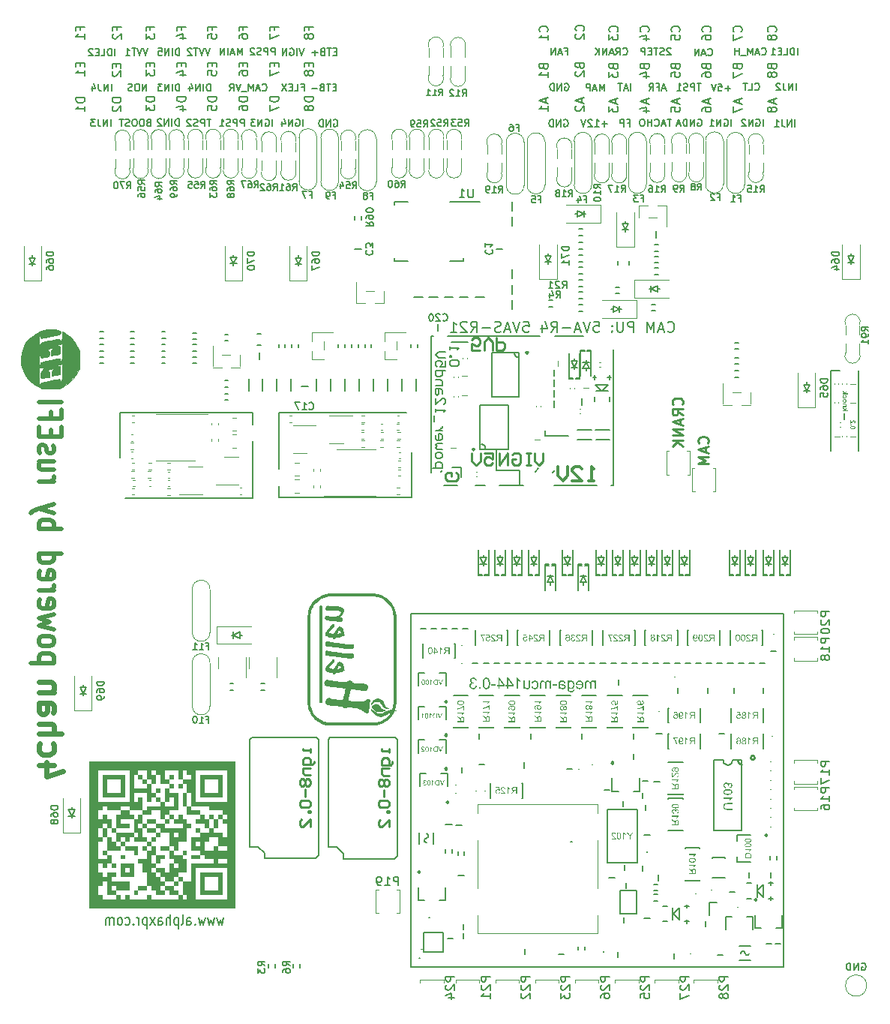
<source format=gbo>
G75*
G70*
%OFA0B0*%
%FSLAX25Y25*%
%IPPOS*%
%LPD*%
%AMOC8*
5,1,8,0,0,1.08239X$1,22.5*
%
%ADD121C,0.00394*%
%ADD122C,0.01000*%
%ADD20C,0.02362*%
%ADD200C,0.00300*%
%ADD58C,0.00787*%
%ADD61C,0.01181*%
%ADD62C,0.00800*%
%ADD65C,0.00472*%
%ADD70C,0.00591*%
%ADD71C,0.00984*%
%ADD72C,0.00669*%
%ADD73C,0.00500*%
%ADD74C,0.00390*%
%ADD78C,0.01969*%
%ADD79C,0.00512*%
%ADD80C,0.00010*%
X0000000Y0000000D02*
%LPD*%
G01*
D72*
X0331933Y0388581D02*
X0331933Y0391731D01*
X0328783Y0391581D02*
X0329083Y0391731D01*
X0329083Y0391731D02*
X0329533Y0391731D01*
X0329533Y0391731D02*
X0329983Y0391581D01*
X0329983Y0391581D02*
X0330283Y0391281D01*
X0330283Y0391281D02*
X0330433Y0390981D01*
X0330433Y0390981D02*
X0330583Y0390381D01*
X0330583Y0390381D02*
X0330583Y0389931D01*
X0330583Y0389931D02*
X0330433Y0389331D01*
X0330433Y0389331D02*
X0330283Y0389031D01*
X0330283Y0389031D02*
X0329983Y0388731D01*
X0329983Y0388731D02*
X0329533Y0388581D01*
X0329533Y0388581D02*
X0329233Y0388581D01*
X0329233Y0388581D02*
X0328783Y0388731D01*
X0328783Y0388731D02*
X0328633Y0388881D01*
X0328633Y0388881D02*
X0328633Y0389931D01*
X0328633Y0389931D02*
X0329233Y0389931D01*
X0327284Y0388581D02*
X0327284Y0391731D01*
X0327284Y0391731D02*
X0325484Y0388581D01*
X0325484Y0388581D02*
X0325484Y0391731D01*
X0324134Y0391431D02*
X0323984Y0391581D01*
X0323984Y0391581D02*
X0323684Y0391731D01*
X0323684Y0391731D02*
X0322934Y0391731D01*
X0322934Y0391731D02*
X0322634Y0391581D01*
X0322634Y0391581D02*
X0322484Y0391431D01*
X0322484Y0391431D02*
X0322334Y0391131D01*
X0322334Y0391131D02*
X0322334Y0390831D01*
X0322334Y0390831D02*
X0322484Y0390381D01*
X0322484Y0390381D02*
X0324284Y0388581D01*
X0324284Y0388581D02*
X0322334Y0388581D01*
D71*
X0307247Y0247750D02*
X0307472Y0247975D01*
X0307472Y0247975D02*
X0307697Y0248650D01*
X0307697Y0248650D02*
X0307697Y0249100D01*
X0307697Y0249100D02*
X0307472Y0249775D01*
X0307472Y0249775D02*
X0307022Y0250225D01*
X0307022Y0250225D02*
X0306573Y0250450D01*
X0306573Y0250450D02*
X0305673Y0250675D01*
X0305673Y0250675D02*
X0304998Y0250675D01*
X0304998Y0250675D02*
X0304098Y0250450D01*
X0304098Y0250450D02*
X0303648Y0250225D01*
X0303648Y0250225D02*
X0303198Y0249775D01*
X0303198Y0249775D02*
X0302973Y0249100D01*
X0302973Y0249100D02*
X0302973Y0248650D01*
X0302973Y0248650D02*
X0303198Y0247975D01*
X0303198Y0247975D02*
X0303423Y0247750D01*
X0306348Y0245951D02*
X0306348Y0243701D01*
X0307697Y0246400D02*
X0302973Y0244826D01*
X0302973Y0244826D02*
X0307697Y0243251D01*
X0307697Y0241676D02*
X0302973Y0241676D01*
X0302973Y0241676D02*
X0306348Y0240101D01*
X0306348Y0240101D02*
X0302973Y0238526D01*
X0302973Y0238526D02*
X0307697Y0238526D01*
D72*
X0269608Y0420446D02*
X0269758Y0420296D01*
X0269758Y0420296D02*
X0270208Y0420146D01*
X0270208Y0420146D02*
X0270508Y0420146D01*
X0270508Y0420146D02*
X0270958Y0420296D01*
X0270958Y0420296D02*
X0271258Y0420596D01*
X0271258Y0420596D02*
X0271408Y0420896D01*
X0271408Y0420896D02*
X0271558Y0421496D01*
X0271558Y0421496D02*
X0271558Y0421946D01*
X0271558Y0421946D02*
X0271408Y0422546D01*
X0271408Y0422546D02*
X0271258Y0422846D01*
X0271258Y0422846D02*
X0270958Y0423146D01*
X0270958Y0423146D02*
X0270508Y0423296D01*
X0270508Y0423296D02*
X0270208Y0423296D01*
X0270208Y0423296D02*
X0269758Y0423146D01*
X0269758Y0423146D02*
X0269608Y0422996D01*
X0266459Y0420146D02*
X0267509Y0421646D01*
X0268258Y0420146D02*
X0268258Y0423296D01*
X0268258Y0423296D02*
X0267059Y0423296D01*
X0267059Y0423296D02*
X0266759Y0423146D01*
X0266759Y0423146D02*
X0266609Y0422996D01*
X0266609Y0422996D02*
X0266459Y0422696D01*
X0266459Y0422696D02*
X0266459Y0422246D01*
X0266459Y0422246D02*
X0266609Y0421946D01*
X0266609Y0421946D02*
X0266759Y0421796D01*
X0266759Y0421796D02*
X0267059Y0421646D01*
X0267059Y0421646D02*
X0268258Y0421646D01*
X0265259Y0421046D02*
X0263759Y0421046D01*
X0265559Y0420146D02*
X0264509Y0423296D01*
X0264509Y0423296D02*
X0263459Y0420146D01*
X0262409Y0420146D02*
X0262409Y0423296D01*
X0262409Y0423296D02*
X0260609Y0420146D01*
X0260609Y0420146D02*
X0260609Y0423296D01*
X0259110Y0420146D02*
X0259110Y0423296D01*
X0257310Y0420146D02*
X0258660Y0421946D01*
X0257310Y0423296D02*
X0259110Y0421496D01*
D58*
X0289483Y0297485D02*
X0289708Y0297260D01*
X0289708Y0297260D02*
X0290382Y0297035D01*
X0290382Y0297035D02*
X0290832Y0297035D01*
X0290832Y0297035D02*
X0291507Y0297260D01*
X0291507Y0297260D02*
X0291957Y0297710D01*
X0291957Y0297710D02*
X0292182Y0298160D01*
X0292182Y0298160D02*
X0292407Y0299060D01*
X0292407Y0299060D02*
X0292407Y0299735D01*
X0292407Y0299735D02*
X0292182Y0300634D01*
X0292182Y0300634D02*
X0291957Y0301084D01*
X0291957Y0301084D02*
X0291507Y0301534D01*
X0291507Y0301534D02*
X0290832Y0301759D01*
X0290832Y0301759D02*
X0290382Y0301759D01*
X0290382Y0301759D02*
X0289708Y0301534D01*
X0289708Y0301534D02*
X0289483Y0301309D01*
X0287683Y0298385D02*
X0285433Y0298385D01*
X0288133Y0297035D02*
X0286558Y0301759D01*
X0286558Y0301759D02*
X0284983Y0297035D01*
X0283408Y0297035D02*
X0283408Y0301759D01*
X0283408Y0301759D02*
X0281834Y0298385D01*
X0281834Y0298385D02*
X0280259Y0301759D01*
X0280259Y0301759D02*
X0280259Y0297035D01*
X0274409Y0297035D02*
X0274409Y0301759D01*
X0274409Y0301759D02*
X0272610Y0301759D01*
X0272610Y0301759D02*
X0272160Y0301534D01*
X0272160Y0301534D02*
X0271935Y0301309D01*
X0271935Y0301309D02*
X0271710Y0300859D01*
X0271710Y0300859D02*
X0271710Y0300184D01*
X0271710Y0300184D02*
X0271935Y0299735D01*
X0271935Y0299735D02*
X0272160Y0299510D01*
X0272160Y0299510D02*
X0272610Y0299285D01*
X0272610Y0299285D02*
X0274409Y0299285D01*
X0269685Y0301759D02*
X0269685Y0297935D01*
X0269685Y0297935D02*
X0269460Y0297485D01*
X0269460Y0297485D02*
X0269235Y0297260D01*
X0269235Y0297260D02*
X0268785Y0297035D01*
X0268785Y0297035D02*
X0267885Y0297035D01*
X0267885Y0297035D02*
X0267435Y0297260D01*
X0267435Y0297260D02*
X0267210Y0297485D01*
X0267210Y0297485D02*
X0266985Y0297935D01*
X0266985Y0297935D02*
X0266985Y0301759D01*
X0264736Y0297485D02*
X0264511Y0297260D01*
X0264511Y0297260D02*
X0264736Y0297035D01*
X0264736Y0297035D02*
X0264961Y0297260D01*
X0264961Y0297260D02*
X0264736Y0297485D01*
X0264736Y0297485D02*
X0264736Y0297035D01*
X0264736Y0299960D02*
X0264511Y0299735D01*
X0264511Y0299735D02*
X0264736Y0299510D01*
X0264736Y0299510D02*
X0264961Y0299735D01*
X0264961Y0299735D02*
X0264736Y0299960D01*
X0264736Y0299960D02*
X0264736Y0299510D01*
X0256637Y0301759D02*
X0258886Y0301759D01*
X0258886Y0301759D02*
X0259111Y0299510D01*
X0259111Y0299510D02*
X0258886Y0299735D01*
X0258886Y0299735D02*
X0258436Y0299960D01*
X0258436Y0299960D02*
X0257312Y0299960D01*
X0257312Y0299960D02*
X0256862Y0299735D01*
X0256862Y0299735D02*
X0256637Y0299510D01*
X0256637Y0299510D02*
X0256412Y0299060D01*
X0256412Y0299060D02*
X0256412Y0297935D01*
X0256412Y0297935D02*
X0256637Y0297485D01*
X0256637Y0297485D02*
X0256862Y0297260D01*
X0256862Y0297260D02*
X0257312Y0297035D01*
X0257312Y0297035D02*
X0258436Y0297035D01*
X0258436Y0297035D02*
X0258886Y0297260D01*
X0258886Y0297260D02*
X0259111Y0297485D01*
X0255062Y0301759D02*
X0253487Y0297035D01*
X0253487Y0297035D02*
X0251912Y0301759D01*
X0250562Y0298385D02*
X0248313Y0298385D01*
X0251012Y0297035D02*
X0249438Y0301759D01*
X0249438Y0301759D02*
X0247863Y0297035D01*
X0246288Y0298835D02*
X0242688Y0298835D01*
X0237739Y0297035D02*
X0239314Y0299285D01*
X0240439Y0297035D02*
X0240439Y0301759D01*
X0240439Y0301759D02*
X0238639Y0301759D01*
X0238639Y0301759D02*
X0238189Y0301534D01*
X0238189Y0301534D02*
X0237964Y0301309D01*
X0237964Y0301309D02*
X0237739Y0300859D01*
X0237739Y0300859D02*
X0237739Y0300184D01*
X0237739Y0300184D02*
X0237964Y0299735D01*
X0237964Y0299735D02*
X0238189Y0299510D01*
X0238189Y0299510D02*
X0238639Y0299285D01*
X0238639Y0299285D02*
X0240439Y0299285D01*
X0233690Y0300184D02*
X0233690Y0297035D01*
X0234814Y0301984D02*
X0235939Y0298610D01*
X0235939Y0298610D02*
X0233015Y0298610D01*
X0225366Y0301759D02*
X0227615Y0301759D01*
X0227615Y0301759D02*
X0227840Y0299510D01*
X0227840Y0299510D02*
X0227615Y0299735D01*
X0227615Y0299735D02*
X0227165Y0299960D01*
X0227165Y0299960D02*
X0226040Y0299960D01*
X0226040Y0299960D02*
X0225591Y0299735D01*
X0225591Y0299735D02*
X0225366Y0299510D01*
X0225366Y0299510D02*
X0225141Y0299060D01*
X0225141Y0299060D02*
X0225141Y0297935D01*
X0225141Y0297935D02*
X0225366Y0297485D01*
X0225366Y0297485D02*
X0225591Y0297260D01*
X0225591Y0297260D02*
X0226040Y0297035D01*
X0226040Y0297035D02*
X0227165Y0297035D01*
X0227165Y0297035D02*
X0227615Y0297260D01*
X0227615Y0297260D02*
X0227840Y0297485D01*
X0223791Y0301759D02*
X0222216Y0297035D01*
X0222216Y0297035D02*
X0220641Y0301759D01*
X0219291Y0298385D02*
X0217042Y0298385D01*
X0219741Y0297035D02*
X0218166Y0301759D01*
X0218166Y0301759D02*
X0216592Y0297035D01*
X0215242Y0297260D02*
X0214567Y0297035D01*
X0214567Y0297035D02*
X0213442Y0297035D01*
X0213442Y0297035D02*
X0212992Y0297260D01*
X0212992Y0297260D02*
X0212767Y0297485D01*
X0212767Y0297485D02*
X0212542Y0297935D01*
X0212542Y0297935D02*
X0212542Y0298385D01*
X0212542Y0298385D02*
X0212767Y0298835D01*
X0212767Y0298835D02*
X0212992Y0299060D01*
X0212992Y0299060D02*
X0213442Y0299285D01*
X0213442Y0299285D02*
X0214342Y0299510D01*
X0214342Y0299510D02*
X0214792Y0299735D01*
X0214792Y0299735D02*
X0215017Y0299960D01*
X0215017Y0299960D02*
X0215242Y0300409D01*
X0215242Y0300409D02*
X0215242Y0300859D01*
X0215242Y0300859D02*
X0215017Y0301309D01*
X0215017Y0301309D02*
X0214792Y0301534D01*
X0214792Y0301534D02*
X0214342Y0301759D01*
X0214342Y0301759D02*
X0213217Y0301759D01*
X0213217Y0301759D02*
X0212542Y0301534D01*
X0210517Y0298835D02*
X0206918Y0298835D01*
X0201969Y0297035D02*
X0203543Y0299285D01*
X0204668Y0297035D02*
X0204668Y0301759D01*
X0204668Y0301759D02*
X0202868Y0301759D01*
X0202868Y0301759D02*
X0202418Y0301534D01*
X0202418Y0301534D02*
X0202193Y0301309D01*
X0202193Y0301309D02*
X0201969Y0300859D01*
X0201969Y0300859D02*
X0201969Y0300184D01*
X0201969Y0300184D02*
X0202193Y0299735D01*
X0202193Y0299735D02*
X0202418Y0299510D01*
X0202418Y0299510D02*
X0202868Y0299285D01*
X0202868Y0299285D02*
X0204668Y0299285D01*
X0200169Y0301309D02*
X0199944Y0301534D01*
X0199944Y0301534D02*
X0199494Y0301759D01*
X0199494Y0301759D02*
X0198369Y0301759D01*
X0198369Y0301759D02*
X0197919Y0301534D01*
X0197919Y0301534D02*
X0197694Y0301309D01*
X0197694Y0301309D02*
X0197469Y0300859D01*
X0197469Y0300859D02*
X0197469Y0300409D01*
X0197469Y0300409D02*
X0197694Y0299735D01*
X0197694Y0299735D02*
X0200394Y0297035D01*
X0200394Y0297035D02*
X0197469Y0297035D01*
X0192970Y0297035D02*
X0195669Y0297035D01*
X0194319Y0297035D02*
X0194319Y0301759D01*
X0194319Y0301759D02*
X0194769Y0301084D01*
X0194769Y0301084D02*
X0195219Y0300634D01*
X0195219Y0300634D02*
X0195669Y0300409D01*
D70*
X0114493Y0416703D02*
X0114493Y0415391D01*
X0116555Y0414828D02*
X0116555Y0416703D01*
X0116555Y0416703D02*
X0112618Y0416703D01*
X0112618Y0416703D02*
X0112618Y0414828D01*
X0112618Y0413516D02*
X0112618Y0410891D01*
X0112618Y0410891D02*
X0116555Y0412578D01*
D72*
X0100272Y0420196D02*
X0100272Y0423346D01*
X0100272Y0423346D02*
X0099222Y0421096D01*
X0099222Y0421096D02*
X0098172Y0423346D01*
X0098172Y0423346D02*
X0098172Y0420196D01*
X0096822Y0421096D02*
X0095322Y0421096D01*
X0097122Y0420196D02*
X0096072Y0423346D01*
X0096072Y0423346D02*
X0095022Y0420196D01*
X0093973Y0420196D02*
X0093973Y0423346D01*
X0092473Y0420196D02*
X0092473Y0423346D01*
X0092473Y0423346D02*
X0090673Y0420196D01*
X0090673Y0420196D02*
X0090673Y0423346D01*
D70*
X0028272Y0431439D02*
X0028272Y0432751D01*
X0030335Y0432751D02*
X0026398Y0432751D01*
X0026398Y0432751D02*
X0026398Y0430876D01*
X0030335Y0427314D02*
X0030335Y0429564D01*
X0030335Y0428439D02*
X0026398Y0428439D01*
X0026398Y0428439D02*
X0026960Y0428814D01*
X0026960Y0428814D02*
X0027335Y0429189D01*
X0027335Y0429189D02*
X0027522Y0429564D01*
D72*
X0142210Y0421649D02*
X0141160Y0421649D01*
X0140711Y0420000D02*
X0142210Y0420000D01*
X0142210Y0420000D02*
X0142210Y0423149D01*
X0142210Y0423149D02*
X0140711Y0423149D01*
X0139811Y0423149D02*
X0138011Y0423149D01*
X0138911Y0420000D02*
X0138911Y0423149D01*
X0135911Y0421649D02*
X0135461Y0421499D01*
X0135461Y0421499D02*
X0135311Y0421349D01*
X0135311Y0421349D02*
X0135161Y0421049D01*
X0135161Y0421049D02*
X0135161Y0420600D01*
X0135161Y0420600D02*
X0135311Y0420300D01*
X0135311Y0420300D02*
X0135461Y0420150D01*
X0135461Y0420150D02*
X0135761Y0420000D01*
X0135761Y0420000D02*
X0136961Y0420000D01*
X0136961Y0420000D02*
X0136961Y0423149D01*
X0136961Y0423149D02*
X0135911Y0423149D01*
X0135911Y0423149D02*
X0135611Y0422999D01*
X0135611Y0422999D02*
X0135461Y0422849D01*
X0135461Y0422849D02*
X0135311Y0422549D01*
X0135311Y0422549D02*
X0135311Y0422249D01*
X0135311Y0422249D02*
X0135461Y0421949D01*
X0135461Y0421949D02*
X0135611Y0421799D01*
X0135611Y0421799D02*
X0135911Y0421649D01*
X0135911Y0421649D02*
X0136961Y0421649D01*
X0133811Y0421199D02*
X0131412Y0421199D01*
X0132612Y0420000D02*
X0132612Y0422399D01*
X0347269Y0420283D02*
X0347269Y0423433D01*
X0345769Y0420283D02*
X0345769Y0423433D01*
X0345769Y0423433D02*
X0345019Y0423433D01*
X0345019Y0423433D02*
X0344569Y0423283D01*
X0344569Y0423283D02*
X0344269Y0422983D01*
X0344269Y0422983D02*
X0344119Y0422683D01*
X0344119Y0422683D02*
X0343969Y0422083D01*
X0343969Y0422083D02*
X0343969Y0421633D01*
X0343969Y0421633D02*
X0344119Y0421033D01*
X0344119Y0421033D02*
X0344269Y0420733D01*
X0344269Y0420733D02*
X0344569Y0420433D01*
X0344569Y0420433D02*
X0345019Y0420283D01*
X0345019Y0420283D02*
X0345769Y0420283D01*
X0341119Y0420283D02*
X0342619Y0420283D01*
X0342619Y0420283D02*
X0342619Y0423433D01*
X0340070Y0421933D02*
X0339020Y0421933D01*
X0338570Y0420283D02*
X0340070Y0420283D01*
X0340070Y0420283D02*
X0340070Y0423433D01*
X0340070Y0423433D02*
X0338570Y0423433D01*
X0335570Y0420283D02*
X0337370Y0420283D01*
X0336470Y0420283D02*
X0336470Y0423433D01*
X0336470Y0423433D02*
X0336770Y0422983D01*
X0336770Y0422983D02*
X0337070Y0422683D01*
X0337070Y0422683D02*
X0337370Y0422533D01*
D58*
X0092088Y0036791D02*
X0091339Y0033641D01*
X0091339Y0033641D02*
X0090589Y0035891D01*
X0090589Y0035891D02*
X0089839Y0033641D01*
X0089839Y0033641D02*
X0089089Y0036791D01*
X0087964Y0036791D02*
X0087214Y0033641D01*
X0087214Y0033641D02*
X0086464Y0035891D01*
X0086464Y0035891D02*
X0085714Y0033641D01*
X0085714Y0033641D02*
X0084964Y0036791D01*
X0083840Y0036791D02*
X0083090Y0033641D01*
X0083090Y0033641D02*
X0082340Y0035891D01*
X0082340Y0035891D02*
X0081590Y0033641D01*
X0081590Y0033641D02*
X0080840Y0036791D01*
X0079340Y0034091D02*
X0079153Y0033866D01*
X0079153Y0033866D02*
X0079340Y0033641D01*
X0079340Y0033641D02*
X0079528Y0033866D01*
X0079528Y0033866D02*
X0079340Y0034091D01*
X0079340Y0034091D02*
X0079340Y0033641D01*
X0075778Y0033641D02*
X0075778Y0036116D01*
X0075778Y0036116D02*
X0075966Y0036566D01*
X0075966Y0036566D02*
X0076340Y0036791D01*
X0076340Y0036791D02*
X0077090Y0036791D01*
X0077090Y0036791D02*
X0077465Y0036566D01*
X0075778Y0033866D02*
X0076153Y0033641D01*
X0076153Y0033641D02*
X0077090Y0033641D01*
X0077090Y0033641D02*
X0077465Y0033866D01*
X0077465Y0033866D02*
X0077653Y0034316D01*
X0077653Y0034316D02*
X0077653Y0034766D01*
X0077653Y0034766D02*
X0077465Y0035216D01*
X0077465Y0035216D02*
X0077090Y0035441D01*
X0077090Y0035441D02*
X0076153Y0035441D01*
X0076153Y0035441D02*
X0075778Y0035666D01*
X0073341Y0033641D02*
X0073716Y0033866D01*
X0073716Y0033866D02*
X0073903Y0034316D01*
X0073903Y0034316D02*
X0073903Y0038366D01*
X0071841Y0036791D02*
X0071841Y0032066D01*
X0071841Y0036566D02*
X0071466Y0036791D01*
X0071466Y0036791D02*
X0070716Y0036791D01*
X0070716Y0036791D02*
X0070341Y0036566D01*
X0070341Y0036566D02*
X0070154Y0036341D01*
X0070154Y0036341D02*
X0069966Y0035891D01*
X0069966Y0035891D02*
X0069966Y0034541D01*
X0069966Y0034541D02*
X0070154Y0034091D01*
X0070154Y0034091D02*
X0070341Y0033866D01*
X0070341Y0033866D02*
X0070716Y0033641D01*
X0070716Y0033641D02*
X0071466Y0033641D01*
X0071466Y0033641D02*
X0071841Y0033866D01*
X0068279Y0033641D02*
X0068279Y0038366D01*
X0066592Y0033641D02*
X0066592Y0036116D01*
X0066592Y0036116D02*
X0066779Y0036566D01*
X0066779Y0036566D02*
X0067154Y0036791D01*
X0067154Y0036791D02*
X0067717Y0036791D01*
X0067717Y0036791D02*
X0068091Y0036566D01*
X0068091Y0036566D02*
X0068279Y0036341D01*
X0063030Y0033641D02*
X0063030Y0036116D01*
X0063030Y0036116D02*
X0063217Y0036566D01*
X0063217Y0036566D02*
X0063592Y0036791D01*
X0063592Y0036791D02*
X0064342Y0036791D01*
X0064342Y0036791D02*
X0064717Y0036566D01*
X0063030Y0033866D02*
X0063405Y0033641D01*
X0063405Y0033641D02*
X0064342Y0033641D01*
X0064342Y0033641D02*
X0064717Y0033866D01*
X0064717Y0033866D02*
X0064904Y0034316D01*
X0064904Y0034316D02*
X0064904Y0034766D01*
X0064904Y0034766D02*
X0064717Y0035216D01*
X0064717Y0035216D02*
X0064342Y0035441D01*
X0064342Y0035441D02*
X0063405Y0035441D01*
X0063405Y0035441D02*
X0063030Y0035666D01*
X0061530Y0033641D02*
X0059468Y0036791D01*
X0061530Y0036791D02*
X0059468Y0033641D01*
X0057968Y0036791D02*
X0057968Y0032066D01*
X0057968Y0036566D02*
X0057593Y0036791D01*
X0057593Y0036791D02*
X0056843Y0036791D01*
X0056843Y0036791D02*
X0056468Y0036566D01*
X0056468Y0036566D02*
X0056280Y0036341D01*
X0056280Y0036341D02*
X0056093Y0035891D01*
X0056093Y0035891D02*
X0056093Y0034541D01*
X0056093Y0034541D02*
X0056280Y0034091D01*
X0056280Y0034091D02*
X0056468Y0033866D01*
X0056468Y0033866D02*
X0056843Y0033641D01*
X0056843Y0033641D02*
X0057593Y0033641D01*
X0057593Y0033641D02*
X0057968Y0033866D01*
X0054406Y0033641D02*
X0054406Y0036791D01*
X0054406Y0035891D02*
X0054218Y0036341D01*
X0054218Y0036341D02*
X0054031Y0036566D01*
X0054031Y0036566D02*
X0053656Y0036791D01*
X0053656Y0036791D02*
X0053281Y0036791D01*
X0051968Y0034091D02*
X0051781Y0033866D01*
X0051781Y0033866D02*
X0051968Y0033641D01*
X0051968Y0033641D02*
X0052156Y0033866D01*
X0052156Y0033866D02*
X0051968Y0034091D01*
X0051968Y0034091D02*
X0051968Y0033641D01*
X0048406Y0033866D02*
X0048781Y0033641D01*
X0048781Y0033641D02*
X0049531Y0033641D01*
X0049531Y0033641D02*
X0049906Y0033866D01*
X0049906Y0033866D02*
X0050094Y0034091D01*
X0050094Y0034091D02*
X0050281Y0034541D01*
X0050281Y0034541D02*
X0050281Y0035891D01*
X0050281Y0035891D02*
X0050094Y0036341D01*
X0050094Y0036341D02*
X0049906Y0036566D01*
X0049906Y0036566D02*
X0049531Y0036791D01*
X0049531Y0036791D02*
X0048781Y0036791D01*
X0048781Y0036791D02*
X0048406Y0036566D01*
X0046157Y0033641D02*
X0046532Y0033866D01*
X0046532Y0033866D02*
X0046719Y0034091D01*
X0046719Y0034091D02*
X0046907Y0034541D01*
X0046907Y0034541D02*
X0046907Y0035891D01*
X0046907Y0035891D02*
X0046719Y0036341D01*
X0046719Y0036341D02*
X0046532Y0036566D01*
X0046532Y0036566D02*
X0046157Y0036791D01*
X0046157Y0036791D02*
X0045594Y0036791D01*
X0045594Y0036791D02*
X0045219Y0036566D01*
X0045219Y0036566D02*
X0045032Y0036341D01*
X0045032Y0036341D02*
X0044844Y0035891D01*
X0044844Y0035891D02*
X0044844Y0034541D01*
X0044844Y0034541D02*
X0045032Y0034091D01*
X0045032Y0034091D02*
X0045219Y0033866D01*
X0045219Y0033866D02*
X0045594Y0033641D01*
X0045594Y0033641D02*
X0046157Y0033641D01*
X0043157Y0033641D02*
X0043157Y0036791D01*
X0043157Y0036341D02*
X0042970Y0036566D01*
X0042970Y0036566D02*
X0042595Y0036791D01*
X0042595Y0036791D02*
X0042032Y0036791D01*
X0042032Y0036791D02*
X0041657Y0036566D01*
X0041657Y0036566D02*
X0041470Y0036116D01*
X0041470Y0036116D02*
X0041470Y0033641D01*
X0041470Y0036116D02*
X0041282Y0036566D01*
X0041282Y0036566D02*
X0040907Y0036791D01*
X0040907Y0036791D02*
X0040345Y0036791D01*
X0040345Y0036791D02*
X0039970Y0036566D01*
X0039970Y0036566D02*
X0039783Y0036116D01*
X0039783Y0036116D02*
X0039783Y0033641D01*
D70*
X0100713Y0431439D02*
X0100713Y0432751D01*
X0102775Y0432751D02*
X0098838Y0432751D01*
X0098838Y0432751D02*
X0098838Y0430876D01*
X0098838Y0427689D02*
X0098838Y0428439D01*
X0098838Y0428439D02*
X0099026Y0428814D01*
X0099026Y0428814D02*
X0099213Y0429001D01*
X0099213Y0429001D02*
X0099776Y0429376D01*
X0099776Y0429376D02*
X0100526Y0429564D01*
X0100526Y0429564D02*
X0102026Y0429564D01*
X0102026Y0429564D02*
X0102401Y0429376D01*
X0102401Y0429376D02*
X0102588Y0429189D01*
X0102588Y0429189D02*
X0102775Y0428814D01*
X0102775Y0428814D02*
X0102775Y0428064D01*
X0102775Y0428064D02*
X0102588Y0427689D01*
X0102588Y0427689D02*
X0102401Y0427501D01*
X0102401Y0427501D02*
X0102026Y0427314D01*
X0102026Y0427314D02*
X0101088Y0427314D01*
X0101088Y0427314D02*
X0100713Y0427501D01*
X0100713Y0427501D02*
X0100526Y0427689D01*
X0100526Y0427689D02*
X0100338Y0428064D01*
X0100338Y0428064D02*
X0100338Y0428814D01*
X0100338Y0428814D02*
X0100526Y0429189D01*
X0100526Y0429189D02*
X0100713Y0429376D01*
X0100713Y0429376D02*
X0101088Y0429564D01*
X0131909Y0401536D02*
X0127972Y0401536D01*
X0127972Y0401536D02*
X0127972Y0400599D01*
X0127972Y0400599D02*
X0128160Y0400036D01*
X0128160Y0400036D02*
X0128535Y0399661D01*
X0128535Y0399661D02*
X0128910Y0399474D01*
X0128910Y0399474D02*
X0129660Y0399286D01*
X0129660Y0399286D02*
X0130222Y0399286D01*
X0130222Y0399286D02*
X0130972Y0399474D01*
X0130972Y0399474D02*
X0131347Y0399661D01*
X0131347Y0399661D02*
X0131722Y0400036D01*
X0131722Y0400036D02*
X0131909Y0400599D01*
X0131909Y0400599D02*
X0131909Y0401536D01*
X0129660Y0397037D02*
X0129472Y0397412D01*
X0129472Y0397412D02*
X0129285Y0397599D01*
X0129285Y0397599D02*
X0128910Y0397786D01*
X0128910Y0397786D02*
X0128722Y0397786D01*
X0128722Y0397786D02*
X0128347Y0397599D01*
X0128347Y0397599D02*
X0128160Y0397412D01*
X0128160Y0397412D02*
X0127972Y0397037D01*
X0127972Y0397037D02*
X0127972Y0396287D01*
X0127972Y0396287D02*
X0128160Y0395912D01*
X0128160Y0395912D02*
X0128347Y0395724D01*
X0128347Y0395724D02*
X0128722Y0395537D01*
X0128722Y0395537D02*
X0128910Y0395537D01*
X0128910Y0395537D02*
X0129285Y0395724D01*
X0129285Y0395724D02*
X0129472Y0395912D01*
X0129472Y0395912D02*
X0129660Y0396287D01*
X0129660Y0396287D02*
X0129660Y0397037D01*
X0129660Y0397037D02*
X0129847Y0397412D01*
X0129847Y0397412D02*
X0130035Y0397599D01*
X0130035Y0397599D02*
X0130410Y0397786D01*
X0130410Y0397786D02*
X0131159Y0397786D01*
X0131159Y0397786D02*
X0131534Y0397599D01*
X0131534Y0397599D02*
X0131722Y0397412D01*
X0131722Y0397412D02*
X0131909Y0397037D01*
X0131909Y0397037D02*
X0131909Y0396287D01*
X0131909Y0396287D02*
X0131722Y0395912D01*
X0131722Y0395912D02*
X0131534Y0395724D01*
X0131534Y0395724D02*
X0131159Y0395537D01*
X0131159Y0395537D02*
X0130410Y0395537D01*
X0130410Y0395537D02*
X0130035Y0395724D01*
X0130035Y0395724D02*
X0129847Y0395912D01*
X0129847Y0395912D02*
X0129660Y0396287D01*
D72*
X0058446Y0423149D02*
X0057396Y0420000D01*
X0057396Y0420000D02*
X0056346Y0423149D01*
X0055746Y0423149D02*
X0054696Y0420000D01*
X0054696Y0420000D02*
X0053646Y0423149D01*
X0053046Y0423149D02*
X0051247Y0423149D01*
X0052147Y0420000D02*
X0052147Y0423149D01*
X0048547Y0420000D02*
X0050347Y0420000D01*
X0049447Y0420000D02*
X0049447Y0423149D01*
X0049447Y0423149D02*
X0049747Y0422699D01*
X0049747Y0422699D02*
X0050047Y0422399D01*
X0050047Y0422399D02*
X0050347Y0422249D01*
X0072244Y0388700D02*
X0072244Y0391850D01*
X0072244Y0391850D02*
X0071494Y0391850D01*
X0071494Y0391850D02*
X0071044Y0391700D01*
X0071044Y0391700D02*
X0070744Y0391400D01*
X0070744Y0391400D02*
X0070594Y0391100D01*
X0070594Y0391100D02*
X0070444Y0390500D01*
X0070444Y0390500D02*
X0070444Y0390050D01*
X0070444Y0390050D02*
X0070594Y0389450D01*
X0070594Y0389450D02*
X0070744Y0389150D01*
X0070744Y0389150D02*
X0071044Y0388850D01*
X0071044Y0388850D02*
X0071494Y0388700D01*
X0071494Y0388700D02*
X0072244Y0388700D01*
X0069094Y0388700D02*
X0069094Y0391850D01*
X0067595Y0388700D02*
X0067595Y0391850D01*
X0067595Y0391850D02*
X0065795Y0388700D01*
X0065795Y0388700D02*
X0065795Y0391850D01*
X0064445Y0391550D02*
X0064295Y0391700D01*
X0064295Y0391700D02*
X0063995Y0391850D01*
X0063995Y0391850D02*
X0063245Y0391850D01*
X0063245Y0391850D02*
X0062945Y0391700D01*
X0062945Y0391700D02*
X0062795Y0391550D01*
X0062795Y0391550D02*
X0062645Y0391250D01*
X0062645Y0391250D02*
X0062645Y0390950D01*
X0062645Y0390950D02*
X0062795Y0390500D01*
X0062795Y0390500D02*
X0064595Y0388700D01*
X0064595Y0388700D02*
X0062645Y0388700D01*
D70*
X0028272Y0416703D02*
X0028272Y0415391D01*
X0030335Y0414828D02*
X0030335Y0416703D01*
X0030335Y0416703D02*
X0026398Y0416703D01*
X0026398Y0416703D02*
X0026398Y0414828D01*
X0030335Y0411079D02*
X0030335Y0413328D01*
X0030335Y0412203D02*
X0026398Y0412203D01*
X0026398Y0412203D02*
X0026960Y0412578D01*
X0026960Y0412578D02*
X0027335Y0412953D01*
X0027335Y0412953D02*
X0027522Y0413328D01*
X0046476Y0401142D02*
X0042539Y0401142D01*
X0042539Y0401142D02*
X0042539Y0400205D01*
X0042539Y0400205D02*
X0042727Y0399642D01*
X0042727Y0399642D02*
X0043102Y0399268D01*
X0043102Y0399268D02*
X0043477Y0399080D01*
X0043477Y0399080D02*
X0044227Y0398893D01*
X0044227Y0398893D02*
X0044789Y0398893D01*
X0044789Y0398893D02*
X0045539Y0399080D01*
X0045539Y0399080D02*
X0045914Y0399268D01*
X0045914Y0399268D02*
X0046289Y0399642D01*
X0046289Y0399642D02*
X0046476Y0400205D01*
X0046476Y0400205D02*
X0046476Y0401142D01*
X0042914Y0397393D02*
X0042727Y0397205D01*
X0042727Y0397205D02*
X0042539Y0396830D01*
X0042539Y0396830D02*
X0042539Y0395893D01*
X0042539Y0395893D02*
X0042727Y0395518D01*
X0042727Y0395518D02*
X0042914Y0395331D01*
X0042914Y0395331D02*
X0043289Y0395143D01*
X0043289Y0395143D02*
X0043664Y0395143D01*
X0043664Y0395143D02*
X0044227Y0395331D01*
X0044227Y0395331D02*
X0046476Y0397580D01*
X0046476Y0397580D02*
X0046476Y0395143D01*
D72*
X0043766Y0419803D02*
X0043766Y0422952D01*
X0042267Y0419803D02*
X0042267Y0422952D01*
X0042267Y0422952D02*
X0041517Y0422952D01*
X0041517Y0422952D02*
X0041067Y0422802D01*
X0041067Y0422802D02*
X0040767Y0422502D01*
X0040767Y0422502D02*
X0040617Y0422202D01*
X0040617Y0422202D02*
X0040467Y0421603D01*
X0040467Y0421603D02*
X0040467Y0421153D01*
X0040467Y0421153D02*
X0040617Y0420553D01*
X0040617Y0420553D02*
X0040767Y0420253D01*
X0040767Y0420253D02*
X0041067Y0419953D01*
X0041067Y0419953D02*
X0041517Y0419803D01*
X0041517Y0419803D02*
X0042267Y0419803D01*
X0037617Y0419803D02*
X0039117Y0419803D01*
X0039117Y0419803D02*
X0039117Y0422952D01*
X0036567Y0421453D02*
X0035517Y0421453D01*
X0035067Y0419803D02*
X0036567Y0419803D01*
X0036567Y0419803D02*
X0036567Y0422952D01*
X0036567Y0422952D02*
X0035067Y0422952D01*
X0033868Y0422652D02*
X0033718Y0422802D01*
X0033718Y0422802D02*
X0033418Y0422952D01*
X0033418Y0422952D02*
X0032668Y0422952D01*
X0032668Y0422952D02*
X0032368Y0422802D01*
X0032368Y0422802D02*
X0032218Y0422652D01*
X0032218Y0422652D02*
X0032068Y0422352D01*
X0032068Y0422352D02*
X0032068Y0422052D01*
X0032068Y0422052D02*
X0032218Y0421603D01*
X0032218Y0421603D02*
X0034018Y0419803D01*
X0034018Y0419803D02*
X0032068Y0419803D01*
D70*
X0114493Y0431439D02*
X0114493Y0432751D01*
X0116555Y0432751D02*
X0112618Y0432751D01*
X0112618Y0432751D02*
X0112618Y0430876D01*
X0112618Y0429751D02*
X0112618Y0427127D01*
X0112618Y0427127D02*
X0116555Y0428814D01*
D72*
X0127859Y0423149D02*
X0126809Y0420000D01*
X0126809Y0420000D02*
X0125759Y0423149D01*
X0124709Y0420000D02*
X0124709Y0423149D01*
X0121560Y0422999D02*
X0121860Y0423149D01*
X0121860Y0423149D02*
X0122310Y0423149D01*
X0122310Y0423149D02*
X0122760Y0422999D01*
X0122760Y0422999D02*
X0123060Y0422699D01*
X0123060Y0422699D02*
X0123210Y0422399D01*
X0123210Y0422399D02*
X0123360Y0421799D01*
X0123360Y0421799D02*
X0123360Y0421349D01*
X0123360Y0421349D02*
X0123210Y0420750D01*
X0123210Y0420750D02*
X0123060Y0420450D01*
X0123060Y0420450D02*
X0122760Y0420150D01*
X0122760Y0420150D02*
X0122310Y0420000D01*
X0122310Y0420000D02*
X0122010Y0420000D01*
X0122010Y0420000D02*
X0121560Y0420150D01*
X0121560Y0420150D02*
X0121410Y0420300D01*
X0121410Y0420300D02*
X0121410Y0421349D01*
X0121410Y0421349D02*
X0122010Y0421349D01*
X0120060Y0420000D02*
X0120060Y0423149D01*
X0120060Y0423149D02*
X0118260Y0420000D01*
X0118260Y0420000D02*
X0118260Y0423149D01*
D70*
X0073154Y0416703D02*
X0073154Y0415391D01*
X0075216Y0414828D02*
X0075216Y0416703D01*
X0075216Y0416703D02*
X0071279Y0416703D01*
X0071279Y0416703D02*
X0071279Y0414828D01*
X0072592Y0411454D02*
X0075216Y0411454D01*
X0071092Y0412391D02*
X0073904Y0413328D01*
X0073904Y0413328D02*
X0073904Y0410891D01*
X0100713Y0416703D02*
X0100713Y0415391D01*
X0102775Y0414828D02*
X0102775Y0416703D01*
X0102775Y0416703D02*
X0098838Y0416703D01*
X0098838Y0416703D02*
X0098838Y0414828D01*
X0098838Y0411454D02*
X0098838Y0412203D01*
X0098838Y0412203D02*
X0099026Y0412578D01*
X0099026Y0412578D02*
X0099213Y0412766D01*
X0099213Y0412766D02*
X0099776Y0413141D01*
X0099776Y0413141D02*
X0100526Y0413328D01*
X0100526Y0413328D02*
X0102026Y0413328D01*
X0102026Y0413328D02*
X0102401Y0413141D01*
X0102401Y0413141D02*
X0102588Y0412953D01*
X0102588Y0412953D02*
X0102775Y0412578D01*
X0102775Y0412578D02*
X0102775Y0411828D01*
X0102775Y0411828D02*
X0102588Y0411454D01*
X0102588Y0411454D02*
X0102401Y0411266D01*
X0102401Y0411266D02*
X0102026Y0411079D01*
X0102026Y0411079D02*
X0101088Y0411079D01*
X0101088Y0411079D02*
X0100713Y0411266D01*
X0100713Y0411266D02*
X0100526Y0411454D01*
X0100526Y0411454D02*
X0100338Y0411828D01*
X0100338Y0411828D02*
X0100338Y0412578D01*
X0100338Y0412578D02*
X0100526Y0412953D01*
X0100526Y0412953D02*
X0100713Y0413141D01*
X0100713Y0413141D02*
X0101088Y0413328D01*
D72*
X0142013Y0405901D02*
X0140964Y0405901D01*
X0140514Y0404252D02*
X0142013Y0404252D01*
X0142013Y0404252D02*
X0142013Y0407401D01*
X0142013Y0407401D02*
X0140514Y0407401D01*
X0139614Y0407401D02*
X0137814Y0407401D01*
X0138714Y0404252D02*
X0138714Y0407401D01*
X0135714Y0405901D02*
X0135264Y0405751D01*
X0135264Y0405751D02*
X0135114Y0405601D01*
X0135114Y0405601D02*
X0134964Y0405301D01*
X0134964Y0405301D02*
X0134964Y0404852D01*
X0134964Y0404852D02*
X0135114Y0404552D01*
X0135114Y0404552D02*
X0135264Y0404402D01*
X0135264Y0404402D02*
X0135564Y0404252D01*
X0135564Y0404252D02*
X0136764Y0404252D01*
X0136764Y0404252D02*
X0136764Y0407401D01*
X0136764Y0407401D02*
X0135714Y0407401D01*
X0135714Y0407401D02*
X0135414Y0407251D01*
X0135414Y0407251D02*
X0135264Y0407101D01*
X0135264Y0407101D02*
X0135114Y0406801D01*
X0135114Y0406801D02*
X0135114Y0406501D01*
X0135114Y0406501D02*
X0135264Y0406201D01*
X0135264Y0406201D02*
X0135414Y0406051D01*
X0135414Y0406051D02*
X0135714Y0405901D01*
X0135714Y0405901D02*
X0136764Y0405901D01*
X0133615Y0405451D02*
X0131215Y0405451D01*
D70*
X0116555Y0401536D02*
X0112618Y0401536D01*
X0112618Y0401536D02*
X0112618Y0400599D01*
X0112618Y0400599D02*
X0112805Y0400036D01*
X0112805Y0400036D02*
X0113180Y0399661D01*
X0113180Y0399661D02*
X0113555Y0399474D01*
X0113555Y0399474D02*
X0114305Y0399286D01*
X0114305Y0399286D02*
X0114868Y0399286D01*
X0114868Y0399286D02*
X0115618Y0399474D01*
X0115618Y0399474D02*
X0115993Y0399661D01*
X0115993Y0399661D02*
X0116368Y0400036D01*
X0116368Y0400036D02*
X0116555Y0400599D01*
X0116555Y0400599D02*
X0116555Y0401536D01*
X0112618Y0397974D02*
X0112618Y0395349D01*
X0112618Y0395349D02*
X0116555Y0397037D01*
D20*
X0016656Y0104462D02*
X0009831Y0104462D01*
X0020555Y0102025D02*
X0013244Y0099588D01*
X0013244Y0099588D02*
X0013244Y0105924D01*
X0010319Y0114211D02*
X0009831Y0113236D01*
X0009831Y0113236D02*
X0009831Y0111286D01*
X0009831Y0111286D02*
X0010319Y0110311D01*
X0010319Y0110311D02*
X0010806Y0109824D01*
X0010806Y0109824D02*
X0011781Y0109336D01*
X0011781Y0109336D02*
X0014706Y0109336D01*
X0014706Y0109336D02*
X0015681Y0109824D01*
X0015681Y0109824D02*
X0016168Y0110311D01*
X0016168Y0110311D02*
X0016656Y0111286D01*
X0016656Y0111286D02*
X0016656Y0113236D01*
X0016656Y0113236D02*
X0016168Y0114211D01*
X0009831Y0118598D02*
X0020068Y0118598D01*
X0009831Y0122985D02*
X0015193Y0122985D01*
X0015193Y0122985D02*
X0016168Y0122497D01*
X0016168Y0122497D02*
X0016656Y0121522D01*
X0016656Y0121522D02*
X0016656Y0120060D01*
X0016656Y0120060D02*
X0016168Y0119085D01*
X0016168Y0119085D02*
X0015681Y0118598D01*
X0009831Y0132246D02*
X0015193Y0132246D01*
X0015193Y0132246D02*
X0016168Y0131759D01*
X0016168Y0131759D02*
X0016656Y0130784D01*
X0016656Y0130784D02*
X0016656Y0128834D01*
X0016656Y0128834D02*
X0016168Y0127859D01*
X0010319Y0132246D02*
X0009831Y0131271D01*
X0009831Y0131271D02*
X0009831Y0128834D01*
X0009831Y0128834D02*
X0010319Y0127859D01*
X0010319Y0127859D02*
X0011294Y0127372D01*
X0011294Y0127372D02*
X0012269Y0127372D01*
X0012269Y0127372D02*
X0013244Y0127859D01*
X0013244Y0127859D02*
X0013731Y0128834D01*
X0013731Y0128834D02*
X0013731Y0131271D01*
X0013731Y0131271D02*
X0014218Y0132246D01*
X0016656Y0137120D02*
X0009831Y0137120D01*
X0015681Y0137120D02*
X0016168Y0137608D01*
X0016168Y0137608D02*
X0016656Y0138583D01*
X0016656Y0138583D02*
X0016656Y0140045D01*
X0016656Y0140045D02*
X0016168Y0141020D01*
X0016168Y0141020D02*
X0015193Y0141507D01*
X0015193Y0141507D02*
X0009831Y0141507D01*
D72*
X0126781Y0405901D02*
X0127831Y0405901D01*
X0127831Y0404252D02*
X0127831Y0407401D01*
X0127831Y0407401D02*
X0126331Y0407401D01*
X0123631Y0404252D02*
X0125131Y0404252D01*
X0125131Y0404252D02*
X0125131Y0407401D01*
X0122582Y0405901D02*
X0121532Y0405901D01*
X0121082Y0404252D02*
X0122582Y0404252D01*
X0122582Y0404252D02*
X0122582Y0407401D01*
X0122582Y0407401D02*
X0121082Y0407401D01*
X0120032Y0407401D02*
X0117932Y0404252D01*
X0117932Y0407401D02*
X0120032Y0404252D01*
X0109252Y0404552D02*
X0109402Y0404402D01*
X0109402Y0404402D02*
X0109852Y0404252D01*
X0109852Y0404252D02*
X0110152Y0404252D01*
X0110152Y0404252D02*
X0110602Y0404402D01*
X0110602Y0404402D02*
X0110902Y0404702D01*
X0110902Y0404702D02*
X0111052Y0405002D01*
X0111052Y0405002D02*
X0111202Y0405601D01*
X0111202Y0405601D02*
X0111202Y0406051D01*
X0111202Y0406051D02*
X0111052Y0406651D01*
X0111052Y0406651D02*
X0110902Y0406951D01*
X0110902Y0406951D02*
X0110602Y0407251D01*
X0110602Y0407251D02*
X0110152Y0407401D01*
X0110152Y0407401D02*
X0109852Y0407401D01*
X0109852Y0407401D02*
X0109402Y0407251D01*
X0109402Y0407251D02*
X0109252Y0407101D01*
X0108052Y0405151D02*
X0106552Y0405151D01*
X0108352Y0404252D02*
X0107302Y0407401D01*
X0107302Y0407401D02*
X0106252Y0404252D01*
X0105202Y0404252D02*
X0105202Y0407401D01*
X0105202Y0407401D02*
X0104153Y0405151D01*
X0104153Y0405151D02*
X0103103Y0407401D01*
X0103103Y0407401D02*
X0103103Y0404252D01*
X0102353Y0403952D02*
X0099953Y0403952D01*
X0099653Y0407401D02*
X0098603Y0404252D01*
X0098603Y0404252D02*
X0097553Y0407401D01*
X0094704Y0404252D02*
X0095754Y0405751D01*
X0096504Y0404252D02*
X0096504Y0407401D01*
X0096504Y0407401D02*
X0095304Y0407401D01*
X0095304Y0407401D02*
X0095004Y0407251D01*
X0095004Y0407251D02*
X0094854Y0407101D01*
X0094854Y0407101D02*
X0094704Y0406801D01*
X0094704Y0406801D02*
X0094704Y0406351D01*
X0094704Y0406351D02*
X0094854Y0406051D01*
X0094854Y0406051D02*
X0095004Y0405901D01*
X0095004Y0405901D02*
X0095304Y0405751D01*
X0095304Y0405751D02*
X0096504Y0405751D01*
X0058727Y0390153D02*
X0058277Y0390003D01*
X0058277Y0390003D02*
X0058127Y0389853D01*
X0058127Y0389853D02*
X0057977Y0389553D01*
X0057977Y0389553D02*
X0057977Y0389103D01*
X0057977Y0389103D02*
X0058127Y0388804D01*
X0058127Y0388804D02*
X0058277Y0388654D01*
X0058277Y0388654D02*
X0058577Y0388504D01*
X0058577Y0388504D02*
X0059777Y0388504D01*
X0059777Y0388504D02*
X0059777Y0391653D01*
X0059777Y0391653D02*
X0058727Y0391653D01*
X0058727Y0391653D02*
X0058427Y0391503D01*
X0058427Y0391503D02*
X0058277Y0391353D01*
X0058277Y0391353D02*
X0058127Y0391053D01*
X0058127Y0391053D02*
X0058127Y0390753D01*
X0058127Y0390753D02*
X0058277Y0390453D01*
X0058277Y0390453D02*
X0058427Y0390303D01*
X0058427Y0390303D02*
X0058727Y0390153D01*
X0058727Y0390153D02*
X0059777Y0390153D01*
X0056027Y0391653D02*
X0055427Y0391653D01*
X0055427Y0391653D02*
X0055127Y0391503D01*
X0055127Y0391503D02*
X0054828Y0391203D01*
X0054828Y0391203D02*
X0054678Y0390603D01*
X0054678Y0390603D02*
X0054678Y0389553D01*
X0054678Y0389553D02*
X0054828Y0388954D01*
X0054828Y0388954D02*
X0055127Y0388654D01*
X0055127Y0388654D02*
X0055427Y0388504D01*
X0055427Y0388504D02*
X0056027Y0388504D01*
X0056027Y0388504D02*
X0056327Y0388654D01*
X0056327Y0388654D02*
X0056627Y0388954D01*
X0056627Y0388954D02*
X0056777Y0389553D01*
X0056777Y0389553D02*
X0056777Y0390603D01*
X0056777Y0390603D02*
X0056627Y0391203D01*
X0056627Y0391203D02*
X0056327Y0391503D01*
X0056327Y0391503D02*
X0056027Y0391653D01*
X0052728Y0391653D02*
X0052128Y0391653D01*
X0052128Y0391653D02*
X0051828Y0391503D01*
X0051828Y0391503D02*
X0051528Y0391203D01*
X0051528Y0391203D02*
X0051378Y0390603D01*
X0051378Y0390603D02*
X0051378Y0389553D01*
X0051378Y0389553D02*
X0051528Y0388954D01*
X0051528Y0388954D02*
X0051828Y0388654D01*
X0051828Y0388654D02*
X0052128Y0388504D01*
X0052128Y0388504D02*
X0052728Y0388504D01*
X0052728Y0388504D02*
X0053028Y0388654D01*
X0053028Y0388654D02*
X0053328Y0388954D01*
X0053328Y0388954D02*
X0053478Y0389553D01*
X0053478Y0389553D02*
X0053478Y0390603D01*
X0053478Y0390603D02*
X0053328Y0391203D01*
X0053328Y0391203D02*
X0053028Y0391503D01*
X0053028Y0391503D02*
X0052728Y0391653D01*
X0050178Y0388654D02*
X0049728Y0388504D01*
X0049728Y0388504D02*
X0048978Y0388504D01*
X0048978Y0388504D02*
X0048678Y0388654D01*
X0048678Y0388654D02*
X0048528Y0388804D01*
X0048528Y0388804D02*
X0048378Y0389103D01*
X0048378Y0389103D02*
X0048378Y0389403D01*
X0048378Y0389403D02*
X0048528Y0389703D01*
X0048528Y0389703D02*
X0048678Y0389853D01*
X0048678Y0389853D02*
X0048978Y0390003D01*
X0048978Y0390003D02*
X0049578Y0390153D01*
X0049578Y0390153D02*
X0049878Y0390303D01*
X0049878Y0390303D02*
X0050028Y0390453D01*
X0050028Y0390453D02*
X0050178Y0390753D01*
X0050178Y0390753D02*
X0050178Y0391053D01*
X0050178Y0391053D02*
X0050028Y0391353D01*
X0050028Y0391353D02*
X0049878Y0391503D01*
X0049878Y0391503D02*
X0049578Y0391653D01*
X0049578Y0391653D02*
X0048828Y0391653D01*
X0048828Y0391653D02*
X0048378Y0391503D01*
X0047478Y0391653D02*
X0045679Y0391653D01*
X0046579Y0388504D02*
X0046579Y0391653D01*
X0140982Y0391306D02*
X0141282Y0391456D01*
X0141282Y0391456D02*
X0141732Y0391456D01*
X0141732Y0391456D02*
X0142182Y0391306D01*
X0142182Y0391306D02*
X0142482Y0391006D01*
X0142482Y0391006D02*
X0142632Y0390706D01*
X0142632Y0390706D02*
X0142782Y0390106D01*
X0142782Y0390106D02*
X0142782Y0389657D01*
X0142782Y0389657D02*
X0142632Y0389057D01*
X0142632Y0389057D02*
X0142482Y0388757D01*
X0142482Y0388757D02*
X0142182Y0388457D01*
X0142182Y0388457D02*
X0141732Y0388307D01*
X0141732Y0388307D02*
X0141432Y0388307D01*
X0141432Y0388307D02*
X0140982Y0388457D01*
X0140982Y0388457D02*
X0140832Y0388607D01*
X0140832Y0388607D02*
X0140832Y0389657D01*
X0140832Y0389657D02*
X0141432Y0389657D01*
X0139483Y0388307D02*
X0139483Y0391456D01*
X0139483Y0391456D02*
X0137683Y0388307D01*
X0137683Y0388307D02*
X0137683Y0391456D01*
X0136183Y0388307D02*
X0136183Y0391456D01*
X0136183Y0391456D02*
X0135433Y0391456D01*
X0135433Y0391456D02*
X0134983Y0391306D01*
X0134983Y0391306D02*
X0134683Y0391006D01*
X0134683Y0391006D02*
X0134533Y0390706D01*
X0134533Y0390706D02*
X0134383Y0390106D01*
X0134383Y0390106D02*
X0134383Y0389657D01*
X0134383Y0389657D02*
X0134533Y0389057D01*
X0134533Y0389057D02*
X0134683Y0388757D01*
X0134683Y0388757D02*
X0134983Y0388457D01*
X0134983Y0388457D02*
X0135433Y0388307D01*
X0135433Y0388307D02*
X0136183Y0388307D01*
D70*
X0044611Y0431439D02*
X0044611Y0432751D01*
X0046673Y0432751D02*
X0042736Y0432751D01*
X0042736Y0432751D02*
X0042736Y0430876D01*
X0043111Y0429564D02*
X0042924Y0429376D01*
X0042924Y0429376D02*
X0042736Y0429001D01*
X0042736Y0429001D02*
X0042736Y0428064D01*
X0042736Y0428064D02*
X0042924Y0427689D01*
X0042924Y0427689D02*
X0043111Y0427501D01*
X0043111Y0427501D02*
X0043486Y0427314D01*
X0043486Y0427314D02*
X0043861Y0427314D01*
X0043861Y0427314D02*
X0044423Y0427501D01*
X0044423Y0427501D02*
X0046673Y0429751D01*
X0046673Y0429751D02*
X0046673Y0427314D01*
D78*
X0016656Y0150094D02*
X0006419Y0150094D01*
X0016168Y0150094D02*
X0016656Y0150919D01*
X0016656Y0150919D02*
X0016656Y0152568D01*
X0016656Y0152568D02*
X0016168Y0153393D01*
X0016168Y0153393D02*
X0015681Y0153806D01*
X0015681Y0153806D02*
X0014706Y0154218D01*
X0014706Y0154218D02*
X0011781Y0154218D01*
X0011781Y0154218D02*
X0010806Y0153806D01*
X0010806Y0153806D02*
X0010319Y0153393D01*
X0010319Y0153393D02*
X0009831Y0152568D01*
X0009831Y0152568D02*
X0009831Y0150919D01*
X0009831Y0150919D02*
X0010319Y0150094D01*
X0009831Y0159168D02*
X0010319Y0158343D01*
X0010319Y0158343D02*
X0010806Y0157930D01*
X0010806Y0157930D02*
X0011781Y0157518D01*
X0011781Y0157518D02*
X0014706Y0157518D01*
X0014706Y0157518D02*
X0015681Y0157930D01*
X0015681Y0157930D02*
X0016168Y0158343D01*
X0016168Y0158343D02*
X0016656Y0159168D01*
X0016656Y0159168D02*
X0016656Y0160405D01*
X0016656Y0160405D02*
X0016168Y0161230D01*
X0016168Y0161230D02*
X0015681Y0161642D01*
X0015681Y0161642D02*
X0014706Y0162055D01*
X0014706Y0162055D02*
X0011781Y0162055D01*
X0011781Y0162055D02*
X0010806Y0161642D01*
X0010806Y0161642D02*
X0010319Y0161230D01*
X0010319Y0161230D02*
X0009831Y0160405D01*
X0009831Y0160405D02*
X0009831Y0159168D01*
X0016656Y0164942D02*
X0009831Y0166592D01*
X0009831Y0166592D02*
X0014706Y0168241D01*
X0014706Y0168241D02*
X0009831Y0169891D01*
X0009831Y0169891D02*
X0016656Y0171541D01*
X0010319Y0178140D02*
X0009831Y0177315D01*
X0009831Y0177315D02*
X0009831Y0175666D01*
X0009831Y0175666D02*
X0010319Y0174841D01*
X0010319Y0174841D02*
X0011294Y0174428D01*
X0011294Y0174428D02*
X0015193Y0174428D01*
X0015193Y0174428D02*
X0016168Y0174841D01*
X0016168Y0174841D02*
X0016656Y0175666D01*
X0016656Y0175666D02*
X0016656Y0177315D01*
X0016656Y0177315D02*
X0016168Y0178140D01*
X0016168Y0178140D02*
X0015193Y0178553D01*
X0015193Y0178553D02*
X0014218Y0178553D01*
X0014218Y0178553D02*
X0013244Y0174428D01*
X0009831Y0182265D02*
X0016656Y0182265D01*
X0014706Y0182265D02*
X0015681Y0182677D01*
X0015681Y0182677D02*
X0016168Y0183090D01*
X0016168Y0183090D02*
X0016656Y0183915D01*
X0016656Y0183915D02*
X0016656Y0184739D01*
X0010319Y0190926D02*
X0009831Y0190101D01*
X0009831Y0190101D02*
X0009831Y0188451D01*
X0009831Y0188451D02*
X0010319Y0187627D01*
X0010319Y0187627D02*
X0011294Y0187214D01*
X0011294Y0187214D02*
X0015193Y0187214D01*
X0015193Y0187214D02*
X0016168Y0187627D01*
X0016168Y0187627D02*
X0016656Y0188451D01*
X0016656Y0188451D02*
X0016656Y0190101D01*
X0016656Y0190101D02*
X0016168Y0190926D01*
X0016168Y0190926D02*
X0015193Y0191339D01*
X0015193Y0191339D02*
X0014218Y0191339D01*
X0014218Y0191339D02*
X0013244Y0187214D01*
X0009831Y0198763D02*
X0020068Y0198763D01*
X0010319Y0198763D02*
X0009831Y0197938D01*
X0009831Y0197938D02*
X0009831Y0196288D01*
X0009831Y0196288D02*
X0010319Y0195463D01*
X0010319Y0195463D02*
X0010806Y0195051D01*
X0010806Y0195051D02*
X0011781Y0194638D01*
X0011781Y0194638D02*
X0014706Y0194638D01*
X0014706Y0194638D02*
X0015681Y0195051D01*
X0015681Y0195051D02*
X0016168Y0195463D01*
X0016168Y0195463D02*
X0016656Y0196288D01*
X0016656Y0196288D02*
X0016656Y0197938D01*
X0016656Y0197938D02*
X0016168Y0198763D01*
X0009831Y0209486D02*
X0020068Y0209486D01*
X0016168Y0209486D02*
X0016656Y0210311D01*
X0016656Y0210311D02*
X0016656Y0211961D01*
X0016656Y0211961D02*
X0016168Y0212786D01*
X0016168Y0212786D02*
X0015681Y0213198D01*
X0015681Y0213198D02*
X0014706Y0213611D01*
X0014706Y0213611D02*
X0011781Y0213611D01*
X0011781Y0213611D02*
X0010806Y0213198D01*
X0010806Y0213198D02*
X0010319Y0212786D01*
X0010319Y0212786D02*
X0009831Y0211961D01*
X0009831Y0211961D02*
X0009831Y0210311D01*
X0009831Y0210311D02*
X0010319Y0209486D01*
X0016656Y0216498D02*
X0009831Y0218560D01*
X0016656Y0220622D02*
X0009831Y0218560D01*
X0009831Y0218560D02*
X0007394Y0217735D01*
X0007394Y0217735D02*
X0006907Y0217323D01*
X0006907Y0217323D02*
X0006419Y0216498D01*
X0009831Y0230521D02*
X0016656Y0230521D01*
X0014706Y0230521D02*
X0015681Y0230934D01*
X0015681Y0230934D02*
X0016168Y0231346D01*
X0016168Y0231346D02*
X0016656Y0232171D01*
X0016656Y0232171D02*
X0016656Y0232996D01*
X0016656Y0239595D02*
X0009831Y0239595D01*
X0016656Y0235883D02*
X0011294Y0235883D01*
X0011294Y0235883D02*
X0010319Y0236295D01*
X0010319Y0236295D02*
X0009831Y0237120D01*
X0009831Y0237120D02*
X0009831Y0238358D01*
X0009831Y0238358D02*
X0010319Y0239183D01*
X0010319Y0239183D02*
X0010806Y0239595D01*
X0010319Y0243307D02*
X0009831Y0244132D01*
X0009831Y0244132D02*
X0009831Y0245782D01*
X0009831Y0245782D02*
X0010319Y0246607D01*
X0010319Y0246607D02*
X0011294Y0247019D01*
X0011294Y0247019D02*
X0011781Y0247019D01*
X0011781Y0247019D02*
X0012756Y0246607D01*
X0012756Y0246607D02*
X0013244Y0245782D01*
X0013244Y0245782D02*
X0013244Y0244544D01*
X0013244Y0244544D02*
X0013731Y0243720D01*
X0013731Y0243720D02*
X0014706Y0243307D01*
X0014706Y0243307D02*
X0015193Y0243307D01*
X0015193Y0243307D02*
X0016168Y0243720D01*
X0016168Y0243720D02*
X0016656Y0244544D01*
X0016656Y0244544D02*
X0016656Y0245782D01*
X0016656Y0245782D02*
X0016168Y0246607D01*
X0015193Y0250731D02*
X0015193Y0253618D01*
X0009831Y0254856D02*
X0009831Y0250731D01*
X0009831Y0250731D02*
X0020068Y0250731D01*
X0020068Y0250731D02*
X0020068Y0254856D01*
X0015193Y0261455D02*
X0015193Y0258568D01*
X0009831Y0258568D02*
X0020068Y0258568D01*
X0020068Y0258568D02*
X0020068Y0262692D01*
X0009831Y0265992D02*
X0020068Y0265992D01*
D70*
X0088996Y0401536D02*
X0085059Y0401536D01*
X0085059Y0401536D02*
X0085059Y0400599D01*
X0085059Y0400599D02*
X0085246Y0400036D01*
X0085246Y0400036D02*
X0085621Y0399661D01*
X0085621Y0399661D02*
X0085996Y0399474D01*
X0085996Y0399474D02*
X0086746Y0399286D01*
X0086746Y0399286D02*
X0087309Y0399286D01*
X0087309Y0399286D02*
X0088059Y0399474D01*
X0088059Y0399474D02*
X0088434Y0399661D01*
X0088434Y0399661D02*
X0088808Y0400036D01*
X0088808Y0400036D02*
X0088996Y0400599D01*
X0088996Y0400599D02*
X0088996Y0401536D01*
X0085059Y0395724D02*
X0085059Y0397599D01*
X0085059Y0397599D02*
X0086934Y0397786D01*
X0086934Y0397786D02*
X0086746Y0397599D01*
X0086746Y0397599D02*
X0086559Y0397224D01*
X0086559Y0397224D02*
X0086559Y0396287D01*
X0086559Y0396287D02*
X0086746Y0395912D01*
X0086746Y0395912D02*
X0086934Y0395724D01*
X0086934Y0395724D02*
X0087309Y0395537D01*
X0087309Y0395537D02*
X0088246Y0395537D01*
X0088246Y0395537D02*
X0088621Y0395724D01*
X0088621Y0395724D02*
X0088808Y0395912D01*
X0088808Y0395912D02*
X0088996Y0396287D01*
X0088996Y0396287D02*
X0088996Y0397224D01*
X0088996Y0397224D02*
X0088808Y0397599D01*
X0088808Y0397599D02*
X0088621Y0397786D01*
D72*
X0042145Y0404252D02*
X0042145Y0407401D01*
X0040645Y0404252D02*
X0040645Y0407401D01*
X0040645Y0407401D02*
X0038845Y0404252D01*
X0038845Y0404252D02*
X0038845Y0407401D01*
X0036445Y0407401D02*
X0036445Y0405151D01*
X0036445Y0405151D02*
X0036595Y0404702D01*
X0036595Y0404702D02*
X0036895Y0404402D01*
X0036895Y0404402D02*
X0037345Y0404252D01*
X0037345Y0404252D02*
X0037645Y0404252D01*
X0033596Y0406351D02*
X0033596Y0404252D01*
X0034346Y0407551D02*
X0035096Y0405301D01*
X0035096Y0405301D02*
X0033146Y0405301D01*
X0304290Y0407598D02*
X0302490Y0407598D01*
X0303390Y0404448D02*
X0303390Y0407598D01*
X0301440Y0404448D02*
X0301440Y0407598D01*
X0301440Y0407598D02*
X0300240Y0407598D01*
X0300240Y0407598D02*
X0299941Y0407448D01*
X0299941Y0407448D02*
X0299791Y0407298D01*
X0299791Y0407298D02*
X0299641Y0406998D01*
X0299641Y0406998D02*
X0299641Y0406548D01*
X0299641Y0406548D02*
X0299791Y0406248D01*
X0299791Y0406248D02*
X0299941Y0406098D01*
X0299941Y0406098D02*
X0300240Y0405948D01*
X0300240Y0405948D02*
X0301440Y0405948D01*
X0298441Y0404598D02*
X0297991Y0404448D01*
X0297991Y0404448D02*
X0297241Y0404448D01*
X0297241Y0404448D02*
X0296941Y0404598D01*
X0296941Y0404598D02*
X0296791Y0404748D01*
X0296791Y0404748D02*
X0296641Y0405048D01*
X0296641Y0405048D02*
X0296641Y0405348D01*
X0296641Y0405348D02*
X0296791Y0405648D01*
X0296791Y0405648D02*
X0296941Y0405798D01*
X0296941Y0405798D02*
X0297241Y0405948D01*
X0297241Y0405948D02*
X0297841Y0406098D01*
X0297841Y0406098D02*
X0298141Y0406248D01*
X0298141Y0406248D02*
X0298291Y0406398D01*
X0298291Y0406398D02*
X0298441Y0406698D01*
X0298441Y0406698D02*
X0298441Y0406998D01*
X0298441Y0406998D02*
X0298291Y0407298D01*
X0298291Y0407298D02*
X0298141Y0407448D01*
X0298141Y0407448D02*
X0297841Y0407598D01*
X0297841Y0407598D02*
X0297091Y0407598D01*
X0297091Y0407598D02*
X0296641Y0407448D01*
X0293641Y0404448D02*
X0295441Y0404448D01*
X0294541Y0404448D02*
X0294541Y0407598D01*
X0294541Y0407598D02*
X0294841Y0407148D01*
X0294841Y0407148D02*
X0295141Y0406848D01*
X0295141Y0406848D02*
X0295441Y0406698D01*
X0345981Y0388307D02*
X0345981Y0391456D01*
X0344481Y0388307D02*
X0344481Y0391456D01*
X0344481Y0391456D02*
X0342682Y0388307D01*
X0342682Y0388307D02*
X0342682Y0391456D01*
X0340282Y0391456D02*
X0340282Y0389207D01*
X0340282Y0389207D02*
X0340432Y0388757D01*
X0340432Y0388757D02*
X0340732Y0388457D01*
X0340732Y0388457D02*
X0341182Y0388307D01*
X0341182Y0388307D02*
X0341482Y0388307D01*
X0337132Y0388307D02*
X0338932Y0388307D01*
X0338032Y0388307D02*
X0338032Y0391456D01*
X0338032Y0391456D02*
X0338332Y0391006D01*
X0338332Y0391006D02*
X0338632Y0390706D01*
X0338632Y0390706D02*
X0338932Y0390556D01*
X0041948Y0388504D02*
X0041948Y0391653D01*
X0040448Y0388504D02*
X0040448Y0391653D01*
X0040448Y0391653D02*
X0038648Y0388504D01*
X0038648Y0388504D02*
X0038648Y0391653D01*
X0036249Y0391653D02*
X0036249Y0389403D01*
X0036249Y0389403D02*
X0036399Y0388954D01*
X0036399Y0388954D02*
X0036699Y0388654D01*
X0036699Y0388654D02*
X0037148Y0388504D01*
X0037148Y0388504D02*
X0037448Y0388504D01*
X0035049Y0391653D02*
X0033099Y0391653D01*
X0033099Y0391653D02*
X0034149Y0390453D01*
X0034149Y0390453D02*
X0033699Y0390453D01*
X0033699Y0390453D02*
X0033399Y0390303D01*
X0033399Y0390303D02*
X0033249Y0390153D01*
X0033249Y0390153D02*
X0033099Y0389853D01*
X0033099Y0389853D02*
X0033099Y0389103D01*
X0033099Y0389103D02*
X0033249Y0388804D01*
X0033249Y0388804D02*
X0033399Y0388654D01*
X0033399Y0388654D02*
X0033699Y0388504D01*
X0033699Y0388504D02*
X0034599Y0388504D01*
X0034599Y0388504D02*
X0034899Y0388654D01*
X0034899Y0388654D02*
X0035049Y0388804D01*
D70*
X0030335Y0401142D02*
X0026398Y0401142D01*
X0026398Y0401142D02*
X0026398Y0400205D01*
X0026398Y0400205D02*
X0026585Y0399642D01*
X0026585Y0399642D02*
X0026960Y0399268D01*
X0026960Y0399268D02*
X0027335Y0399080D01*
X0027335Y0399080D02*
X0028085Y0398893D01*
X0028085Y0398893D02*
X0028647Y0398893D01*
X0028647Y0398893D02*
X0029397Y0399080D01*
X0029397Y0399080D02*
X0029772Y0399268D01*
X0029772Y0399268D02*
X0030147Y0399642D01*
X0030147Y0399642D02*
X0030335Y0400205D01*
X0030335Y0400205D02*
X0030335Y0401142D01*
X0030335Y0395143D02*
X0030335Y0397393D01*
X0030335Y0396268D02*
X0026398Y0396268D01*
X0026398Y0396268D02*
X0026960Y0396643D01*
X0026960Y0396643D02*
X0027335Y0397018D01*
X0027335Y0397018D02*
X0027522Y0397393D01*
D72*
X0307393Y0420171D02*
X0307543Y0420021D01*
X0307543Y0420021D02*
X0307993Y0419871D01*
X0307993Y0419871D02*
X0308293Y0419871D01*
X0308293Y0419871D02*
X0308743Y0420021D01*
X0308743Y0420021D02*
X0309042Y0420321D01*
X0309042Y0420321D02*
X0309192Y0420621D01*
X0309192Y0420621D02*
X0309342Y0421221D01*
X0309342Y0421221D02*
X0309342Y0421671D01*
X0309342Y0421671D02*
X0309192Y0422271D01*
X0309192Y0422271D02*
X0309042Y0422571D01*
X0309042Y0422571D02*
X0308743Y0422871D01*
X0308743Y0422871D02*
X0308293Y0423021D01*
X0308293Y0423021D02*
X0307993Y0423021D01*
X0307993Y0423021D02*
X0307543Y0422871D01*
X0307543Y0422871D02*
X0307393Y0422721D01*
X0306193Y0420771D02*
X0304693Y0420771D01*
X0306493Y0419871D02*
X0305443Y0423021D01*
X0305443Y0423021D02*
X0304393Y0419871D01*
X0303343Y0419871D02*
X0303343Y0423021D01*
X0303343Y0423021D02*
X0301543Y0419871D01*
X0301543Y0419871D02*
X0301543Y0423021D01*
D70*
X0059375Y0416703D02*
X0059375Y0415391D01*
X0061437Y0414828D02*
X0061437Y0416703D01*
X0061437Y0416703D02*
X0057500Y0416703D01*
X0057500Y0416703D02*
X0057500Y0414828D01*
X0057500Y0413516D02*
X0057500Y0411079D01*
X0057500Y0411079D02*
X0059000Y0412391D01*
X0059000Y0412391D02*
X0059000Y0411828D01*
X0059000Y0411828D02*
X0059187Y0411454D01*
X0059187Y0411454D02*
X0059375Y0411266D01*
X0059375Y0411266D02*
X0059750Y0411079D01*
X0059750Y0411079D02*
X0060687Y0411079D01*
X0060687Y0411079D02*
X0061062Y0411266D01*
X0061062Y0411266D02*
X0061249Y0411454D01*
X0061249Y0411454D02*
X0061437Y0411828D01*
X0061437Y0411828D02*
X0061437Y0412953D01*
X0061437Y0412953D02*
X0061249Y0413328D01*
X0061249Y0413328D02*
X0061062Y0413516D01*
D71*
X0295830Y0264848D02*
X0296055Y0265073D01*
X0296055Y0265073D02*
X0296280Y0265748D01*
X0296280Y0265748D02*
X0296280Y0266198D01*
X0296280Y0266198D02*
X0296055Y0266873D01*
X0296055Y0266873D02*
X0295605Y0267323D01*
X0295605Y0267323D02*
X0295155Y0267548D01*
X0295155Y0267548D02*
X0294255Y0267773D01*
X0294255Y0267773D02*
X0293580Y0267773D01*
X0293580Y0267773D02*
X0292681Y0267548D01*
X0292681Y0267548D02*
X0292231Y0267323D01*
X0292231Y0267323D02*
X0291781Y0266873D01*
X0291781Y0266873D02*
X0291556Y0266198D01*
X0291556Y0266198D02*
X0291556Y0265748D01*
X0291556Y0265748D02*
X0291781Y0265073D01*
X0291781Y0265073D02*
X0292006Y0264848D01*
X0296280Y0260124D02*
X0294030Y0261699D01*
X0296280Y0262823D02*
X0291556Y0262823D01*
X0291556Y0262823D02*
X0291556Y0261024D01*
X0291556Y0261024D02*
X0291781Y0260574D01*
X0291781Y0260574D02*
X0292006Y0260349D01*
X0292006Y0260349D02*
X0292456Y0260124D01*
X0292456Y0260124D02*
X0293130Y0260124D01*
X0293130Y0260124D02*
X0293580Y0260349D01*
X0293580Y0260349D02*
X0293805Y0260574D01*
X0293805Y0260574D02*
X0294030Y0261024D01*
X0294030Y0261024D02*
X0294030Y0262823D01*
X0294930Y0258324D02*
X0294930Y0256074D01*
X0296280Y0258774D02*
X0291556Y0257199D01*
X0291556Y0257199D02*
X0296280Y0255624D01*
X0296280Y0254049D02*
X0291556Y0254049D01*
X0291556Y0254049D02*
X0296280Y0251350D01*
X0296280Y0251350D02*
X0291556Y0251350D01*
X0296280Y0249100D02*
X0291556Y0249100D01*
X0296280Y0246400D02*
X0293580Y0248425D01*
X0291556Y0246400D02*
X0294255Y0249100D01*
D72*
X0271603Y0390094D02*
X0272653Y0390094D01*
X0272653Y0388444D02*
X0272653Y0391594D01*
X0272653Y0391594D02*
X0271153Y0391594D01*
X0269953Y0388444D02*
X0269953Y0391594D01*
X0269953Y0391594D02*
X0268753Y0391594D01*
X0268753Y0391594D02*
X0268453Y0391444D01*
X0268453Y0391444D02*
X0268303Y0391294D01*
X0268303Y0391294D02*
X0268153Y0390994D01*
X0268153Y0390994D02*
X0268153Y0390544D01*
X0268153Y0390544D02*
X0268303Y0390244D01*
X0268303Y0390244D02*
X0268453Y0390094D01*
X0268453Y0390094D02*
X0268753Y0389944D01*
X0268753Y0389944D02*
X0269953Y0389944D01*
X0127362Y0388504D02*
X0127362Y0391653D01*
X0124213Y0391503D02*
X0124513Y0391653D01*
X0124513Y0391653D02*
X0124963Y0391653D01*
X0124963Y0391653D02*
X0125412Y0391503D01*
X0125412Y0391503D02*
X0125712Y0391203D01*
X0125712Y0391203D02*
X0125862Y0390903D01*
X0125862Y0390903D02*
X0126012Y0390303D01*
X0126012Y0390303D02*
X0126012Y0389853D01*
X0126012Y0389853D02*
X0125862Y0389253D01*
X0125862Y0389253D02*
X0125712Y0388954D01*
X0125712Y0388954D02*
X0125412Y0388654D01*
X0125412Y0388654D02*
X0124963Y0388504D01*
X0124963Y0388504D02*
X0124663Y0388504D01*
X0124663Y0388504D02*
X0124213Y0388654D01*
X0124213Y0388654D02*
X0124063Y0388804D01*
X0124063Y0388804D02*
X0124063Y0389853D01*
X0124063Y0389853D02*
X0124663Y0389853D01*
X0122713Y0388504D02*
X0122713Y0391653D01*
X0122713Y0391653D02*
X0120913Y0388504D01*
X0120913Y0388504D02*
X0120913Y0391653D01*
X0118063Y0390603D02*
X0118063Y0388504D01*
X0118813Y0391803D02*
X0119563Y0389553D01*
X0119563Y0389553D02*
X0117613Y0389553D01*
X0317785Y0388581D02*
X0317785Y0391731D01*
X0314635Y0391581D02*
X0314935Y0391731D01*
X0314935Y0391731D02*
X0315385Y0391731D01*
X0315385Y0391731D02*
X0315835Y0391581D01*
X0315835Y0391581D02*
X0316135Y0391281D01*
X0316135Y0391281D02*
X0316285Y0390981D01*
X0316285Y0390981D02*
X0316435Y0390381D01*
X0316435Y0390381D02*
X0316435Y0389931D01*
X0316435Y0389931D02*
X0316285Y0389331D01*
X0316285Y0389331D02*
X0316135Y0389031D01*
X0316135Y0389031D02*
X0315835Y0388731D01*
X0315835Y0388731D02*
X0315385Y0388581D01*
X0315385Y0388581D02*
X0315085Y0388581D01*
X0315085Y0388581D02*
X0314635Y0388731D01*
X0314635Y0388731D02*
X0314485Y0388881D01*
X0314485Y0388881D02*
X0314485Y0389931D01*
X0314485Y0389931D02*
X0315085Y0389931D01*
X0313135Y0388581D02*
X0313135Y0391731D01*
X0313135Y0391731D02*
X0311335Y0388581D01*
X0311335Y0388581D02*
X0311335Y0391731D01*
X0308186Y0388581D02*
X0309986Y0388581D01*
X0309086Y0388581D02*
X0309086Y0391731D01*
X0309086Y0391731D02*
X0309386Y0391281D01*
X0309386Y0391281D02*
X0309686Y0390981D01*
X0309686Y0390981D02*
X0309986Y0390831D01*
D70*
X0086934Y0416703D02*
X0086934Y0415391D01*
X0088996Y0414828D02*
X0088996Y0416703D01*
X0088996Y0416703D02*
X0085059Y0416703D01*
X0085059Y0416703D02*
X0085059Y0414828D01*
X0085059Y0411266D02*
X0085059Y0413141D01*
X0085059Y0413141D02*
X0086934Y0413328D01*
X0086934Y0413328D02*
X0086746Y0413141D01*
X0086746Y0413141D02*
X0086559Y0412766D01*
X0086559Y0412766D02*
X0086559Y0411828D01*
X0086559Y0411828D02*
X0086746Y0411454D01*
X0086746Y0411454D02*
X0086934Y0411266D01*
X0086934Y0411266D02*
X0087309Y0411079D01*
X0087309Y0411079D02*
X0088246Y0411079D01*
X0088246Y0411079D02*
X0088621Y0411266D01*
X0088621Y0411266D02*
X0088808Y0411454D01*
X0088808Y0411454D02*
X0088996Y0411828D01*
X0088996Y0411828D02*
X0088996Y0412766D01*
X0088996Y0412766D02*
X0088808Y0413141D01*
X0088808Y0413141D02*
X0088621Y0413328D01*
X0073154Y0431439D02*
X0073154Y0432751D01*
X0075216Y0432751D02*
X0071279Y0432751D01*
X0071279Y0432751D02*
X0071279Y0430876D01*
X0072592Y0427689D02*
X0075216Y0427689D01*
X0071092Y0428626D02*
X0073904Y0429564D01*
X0073904Y0429564D02*
X0073904Y0427127D01*
D72*
X0328278Y0404792D02*
X0328428Y0404642D01*
X0328428Y0404642D02*
X0328878Y0404492D01*
X0328878Y0404492D02*
X0329178Y0404492D01*
X0329178Y0404492D02*
X0329628Y0404642D01*
X0329628Y0404642D02*
X0329928Y0404942D01*
X0329928Y0404942D02*
X0330078Y0405242D01*
X0330078Y0405242D02*
X0330228Y0405842D01*
X0330228Y0405842D02*
X0330228Y0406292D01*
X0330228Y0406292D02*
X0330078Y0406892D01*
X0330078Y0406892D02*
X0329928Y0407192D01*
X0329928Y0407192D02*
X0329628Y0407492D01*
X0329628Y0407492D02*
X0329178Y0407642D01*
X0329178Y0407642D02*
X0328878Y0407642D01*
X0328878Y0407642D02*
X0328428Y0407492D01*
X0328428Y0407492D02*
X0328278Y0407342D01*
X0325428Y0404492D02*
X0326928Y0404492D01*
X0326928Y0404492D02*
X0326928Y0407642D01*
X0324828Y0407642D02*
X0323029Y0407642D01*
X0323928Y0404492D02*
X0323928Y0407642D01*
D70*
X0102775Y0401536D02*
X0098838Y0401536D01*
X0098838Y0401536D02*
X0098838Y0400599D01*
X0098838Y0400599D02*
X0099026Y0400036D01*
X0099026Y0400036D02*
X0099401Y0399661D01*
X0099401Y0399661D02*
X0099776Y0399474D01*
X0099776Y0399474D02*
X0100526Y0399286D01*
X0100526Y0399286D02*
X0101088Y0399286D01*
X0101088Y0399286D02*
X0101838Y0399474D01*
X0101838Y0399474D02*
X0102213Y0399661D01*
X0102213Y0399661D02*
X0102588Y0400036D01*
X0102588Y0400036D02*
X0102775Y0400599D01*
X0102775Y0400599D02*
X0102775Y0401536D01*
X0098838Y0395912D02*
X0098838Y0396662D01*
X0098838Y0396662D02*
X0099026Y0397037D01*
X0099026Y0397037D02*
X0099213Y0397224D01*
X0099213Y0397224D02*
X0099776Y0397599D01*
X0099776Y0397599D02*
X0100526Y0397786D01*
X0100526Y0397786D02*
X0102026Y0397786D01*
X0102026Y0397786D02*
X0102401Y0397599D01*
X0102401Y0397599D02*
X0102588Y0397412D01*
X0102588Y0397412D02*
X0102775Y0397037D01*
X0102775Y0397037D02*
X0102775Y0396287D01*
X0102775Y0396287D02*
X0102588Y0395912D01*
X0102588Y0395912D02*
X0102401Y0395724D01*
X0102401Y0395724D02*
X0102026Y0395537D01*
X0102026Y0395537D02*
X0101088Y0395537D01*
X0101088Y0395537D02*
X0100713Y0395724D01*
X0100713Y0395724D02*
X0100526Y0395912D01*
X0100526Y0395912D02*
X0100338Y0396287D01*
X0100338Y0396287D02*
X0100338Y0397037D01*
X0100338Y0397037D02*
X0100526Y0397412D01*
X0100526Y0397412D02*
X0100713Y0397599D01*
X0100713Y0397599D02*
X0101088Y0397786D01*
D72*
X0243345Y0391306D02*
X0243645Y0391456D01*
X0243645Y0391456D02*
X0244094Y0391456D01*
X0244094Y0391456D02*
X0244544Y0391306D01*
X0244544Y0391306D02*
X0244844Y0391006D01*
X0244844Y0391006D02*
X0244994Y0390706D01*
X0244994Y0390706D02*
X0245144Y0390106D01*
X0245144Y0390106D02*
X0245144Y0389657D01*
X0245144Y0389657D02*
X0244994Y0389057D01*
X0244994Y0389057D02*
X0244844Y0388757D01*
X0244844Y0388757D02*
X0244544Y0388457D01*
X0244544Y0388457D02*
X0244094Y0388307D01*
X0244094Y0388307D02*
X0243795Y0388307D01*
X0243795Y0388307D02*
X0243345Y0388457D01*
X0243345Y0388457D02*
X0243195Y0388607D01*
X0243195Y0388607D02*
X0243195Y0389657D01*
X0243195Y0389657D02*
X0243795Y0389657D01*
X0241845Y0388307D02*
X0241845Y0391456D01*
X0241845Y0391456D02*
X0240045Y0388307D01*
X0240045Y0388307D02*
X0240045Y0391456D01*
X0238545Y0388307D02*
X0238545Y0391456D01*
X0238545Y0391456D02*
X0237795Y0391456D01*
X0237795Y0391456D02*
X0237345Y0391306D01*
X0237345Y0391306D02*
X0237045Y0391006D01*
X0237045Y0391006D02*
X0236895Y0390706D01*
X0236895Y0390706D02*
X0236745Y0390106D01*
X0236745Y0390106D02*
X0236745Y0389657D01*
X0236745Y0389657D02*
X0236895Y0389057D01*
X0236895Y0389057D02*
X0237045Y0388757D01*
X0237045Y0388757D02*
X0237345Y0388457D01*
X0237345Y0388457D02*
X0237795Y0388307D01*
X0237795Y0388307D02*
X0238545Y0388307D01*
X0086380Y0391653D02*
X0084580Y0391653D01*
X0085480Y0388504D02*
X0085480Y0391653D01*
X0083530Y0388504D02*
X0083530Y0391653D01*
X0083530Y0391653D02*
X0082330Y0391653D01*
X0082330Y0391653D02*
X0082030Y0391503D01*
X0082030Y0391503D02*
X0081880Y0391353D01*
X0081880Y0391353D02*
X0081730Y0391053D01*
X0081730Y0391053D02*
X0081730Y0390603D01*
X0081730Y0390603D02*
X0081880Y0390303D01*
X0081880Y0390303D02*
X0082030Y0390153D01*
X0082030Y0390153D02*
X0082330Y0390003D01*
X0082330Y0390003D02*
X0083530Y0390003D01*
X0080531Y0388654D02*
X0080081Y0388504D01*
X0080081Y0388504D02*
X0079331Y0388504D01*
X0079331Y0388504D02*
X0079031Y0388654D01*
X0079031Y0388654D02*
X0078881Y0388804D01*
X0078881Y0388804D02*
X0078731Y0389103D01*
X0078731Y0389103D02*
X0078731Y0389403D01*
X0078731Y0389403D02*
X0078881Y0389703D01*
X0078881Y0389703D02*
X0079031Y0389853D01*
X0079031Y0389853D02*
X0079331Y0390003D01*
X0079331Y0390003D02*
X0079931Y0390153D01*
X0079931Y0390153D02*
X0080231Y0390303D01*
X0080231Y0390303D02*
X0080381Y0390453D01*
X0080381Y0390453D02*
X0080531Y0390753D01*
X0080531Y0390753D02*
X0080531Y0391053D01*
X0080531Y0391053D02*
X0080381Y0391353D01*
X0080381Y0391353D02*
X0080231Y0391503D01*
X0080231Y0391503D02*
X0079931Y0391653D01*
X0079931Y0391653D02*
X0079181Y0391653D01*
X0079181Y0391653D02*
X0078731Y0391503D01*
X0077531Y0391353D02*
X0077381Y0391503D01*
X0077381Y0391503D02*
X0077081Y0391653D01*
X0077081Y0391653D02*
X0076331Y0391653D01*
X0076331Y0391653D02*
X0076031Y0391503D01*
X0076031Y0391503D02*
X0075881Y0391353D01*
X0075881Y0391353D02*
X0075731Y0391053D01*
X0075731Y0391053D02*
X0075731Y0390753D01*
X0075731Y0390753D02*
X0075881Y0390303D01*
X0075881Y0390303D02*
X0077681Y0388504D01*
X0077681Y0388504D02*
X0075731Y0388504D01*
X0243738Y0407448D02*
X0244038Y0407598D01*
X0244038Y0407598D02*
X0244488Y0407598D01*
X0244488Y0407598D02*
X0244938Y0407448D01*
X0244938Y0407448D02*
X0245238Y0407148D01*
X0245238Y0407148D02*
X0245388Y0406848D01*
X0245388Y0406848D02*
X0245538Y0406248D01*
X0245538Y0406248D02*
X0245538Y0405798D01*
X0245538Y0405798D02*
X0245388Y0405198D01*
X0245388Y0405198D02*
X0245238Y0404898D01*
X0245238Y0404898D02*
X0244938Y0404598D01*
X0244938Y0404598D02*
X0244488Y0404448D01*
X0244488Y0404448D02*
X0244188Y0404448D01*
X0244188Y0404448D02*
X0243738Y0404598D01*
X0243738Y0404598D02*
X0243588Y0404748D01*
X0243588Y0404748D02*
X0243588Y0405798D01*
X0243588Y0405798D02*
X0244188Y0405798D01*
X0242238Y0404448D02*
X0242238Y0407598D01*
X0242238Y0407598D02*
X0240439Y0404448D01*
X0240439Y0404448D02*
X0240439Y0407598D01*
X0238939Y0404448D02*
X0238939Y0407598D01*
X0238939Y0407598D02*
X0238189Y0407598D01*
X0238189Y0407598D02*
X0237739Y0407448D01*
X0237739Y0407448D02*
X0237439Y0407148D01*
X0237439Y0407148D02*
X0237289Y0406848D01*
X0237289Y0406848D02*
X0237139Y0406248D01*
X0237139Y0406248D02*
X0237139Y0405798D01*
X0237139Y0405798D02*
X0237289Y0405198D01*
X0237289Y0405198D02*
X0237439Y0404898D01*
X0237439Y0404898D02*
X0237739Y0404598D01*
X0237739Y0404598D02*
X0238189Y0404448D01*
X0238189Y0404448D02*
X0238939Y0404448D01*
X0101265Y0388504D02*
X0101265Y0391653D01*
X0101265Y0391653D02*
X0100066Y0391653D01*
X0100066Y0391653D02*
X0099766Y0391503D01*
X0099766Y0391503D02*
X0099616Y0391353D01*
X0099616Y0391353D02*
X0099466Y0391053D01*
X0099466Y0391053D02*
X0099466Y0390603D01*
X0099466Y0390603D02*
X0099616Y0390303D01*
X0099616Y0390303D02*
X0099766Y0390153D01*
X0099766Y0390153D02*
X0100066Y0390003D01*
X0100066Y0390003D02*
X0101265Y0390003D01*
X0098116Y0388504D02*
X0098116Y0391653D01*
X0098116Y0391653D02*
X0096916Y0391653D01*
X0096916Y0391653D02*
X0096616Y0391503D01*
X0096616Y0391503D02*
X0096466Y0391353D01*
X0096466Y0391353D02*
X0096316Y0391053D01*
X0096316Y0391053D02*
X0096316Y0390603D01*
X0096316Y0390603D02*
X0096466Y0390303D01*
X0096466Y0390303D02*
X0096616Y0390153D01*
X0096616Y0390153D02*
X0096916Y0390003D01*
X0096916Y0390003D02*
X0098116Y0390003D01*
X0095116Y0388654D02*
X0094666Y0388504D01*
X0094666Y0388504D02*
X0093916Y0388504D01*
X0093916Y0388504D02*
X0093616Y0388654D01*
X0093616Y0388654D02*
X0093466Y0388804D01*
X0093466Y0388804D02*
X0093316Y0389103D01*
X0093316Y0389103D02*
X0093316Y0389403D01*
X0093316Y0389403D02*
X0093466Y0389703D01*
X0093466Y0389703D02*
X0093616Y0389853D01*
X0093616Y0389853D02*
X0093916Y0390003D01*
X0093916Y0390003D02*
X0094516Y0390153D01*
X0094516Y0390153D02*
X0094816Y0390303D01*
X0094816Y0390303D02*
X0094966Y0390453D01*
X0094966Y0390453D02*
X0095116Y0390753D01*
X0095116Y0390753D02*
X0095116Y0391053D01*
X0095116Y0391053D02*
X0094966Y0391353D01*
X0094966Y0391353D02*
X0094816Y0391503D01*
X0094816Y0391503D02*
X0094516Y0391653D01*
X0094516Y0391653D02*
X0093766Y0391653D01*
X0093766Y0391653D02*
X0093316Y0391503D01*
X0090317Y0388504D02*
X0092117Y0388504D01*
X0091217Y0388504D02*
X0091217Y0391653D01*
X0091217Y0391653D02*
X0091517Y0391203D01*
X0091517Y0391203D02*
X0091817Y0390903D01*
X0091817Y0390903D02*
X0092117Y0390753D01*
X0346512Y0404492D02*
X0346512Y0407642D01*
X0345012Y0404492D02*
X0345012Y0407642D01*
X0345012Y0407642D02*
X0343213Y0404492D01*
X0343213Y0404492D02*
X0343213Y0407642D01*
X0340813Y0407642D02*
X0340813Y0405392D01*
X0340813Y0405392D02*
X0340963Y0404942D01*
X0340963Y0404942D02*
X0341263Y0404642D01*
X0341263Y0404642D02*
X0341713Y0404492D01*
X0341713Y0404492D02*
X0342013Y0404492D01*
X0339463Y0407342D02*
X0339313Y0407492D01*
X0339313Y0407492D02*
X0339013Y0407642D01*
X0339013Y0407642D02*
X0338263Y0407642D01*
X0338263Y0407642D02*
X0337963Y0407492D01*
X0337963Y0407492D02*
X0337813Y0407342D01*
X0337813Y0407342D02*
X0337663Y0407042D01*
X0337663Y0407042D02*
X0337663Y0406742D01*
X0337663Y0406742D02*
X0337813Y0406292D01*
X0337813Y0406292D02*
X0339613Y0404492D01*
X0339613Y0404492D02*
X0337663Y0404492D01*
X0086220Y0404252D02*
X0086220Y0407401D01*
X0086220Y0407401D02*
X0085471Y0407401D01*
X0085471Y0407401D02*
X0085021Y0407251D01*
X0085021Y0407251D02*
X0084721Y0406951D01*
X0084721Y0406951D02*
X0084571Y0406651D01*
X0084571Y0406651D02*
X0084421Y0406051D01*
X0084421Y0406051D02*
X0084421Y0405601D01*
X0084421Y0405601D02*
X0084571Y0405002D01*
X0084571Y0405002D02*
X0084721Y0404702D01*
X0084721Y0404702D02*
X0085021Y0404402D01*
X0085021Y0404402D02*
X0085471Y0404252D01*
X0085471Y0404252D02*
X0086220Y0404252D01*
X0083071Y0404252D02*
X0083071Y0407401D01*
X0081571Y0404252D02*
X0081571Y0407401D01*
X0081571Y0407401D02*
X0079771Y0404252D01*
X0079771Y0404252D02*
X0079771Y0407401D01*
X0076922Y0406351D02*
X0076922Y0404252D01*
X0077672Y0407551D02*
X0078421Y0405301D01*
X0078421Y0405301D02*
X0076472Y0405301D01*
X0288557Y0405255D02*
X0287057Y0405255D01*
X0288857Y0404355D02*
X0287807Y0407505D01*
X0287807Y0407505D02*
X0286757Y0404355D01*
X0284658Y0406005D02*
X0285707Y0406005D01*
X0285707Y0404355D02*
X0285707Y0407505D01*
X0285707Y0407505D02*
X0284208Y0407505D01*
X0281208Y0404355D02*
X0282258Y0405855D01*
X0283008Y0404355D02*
X0283008Y0407505D01*
X0283008Y0407505D02*
X0281808Y0407505D01*
X0281808Y0407505D02*
X0281508Y0407355D01*
X0281508Y0407355D02*
X0281358Y0407205D01*
X0281358Y0407205D02*
X0281208Y0406905D01*
X0281208Y0406905D02*
X0281208Y0406455D01*
X0281208Y0406455D02*
X0281358Y0406155D01*
X0281358Y0406155D02*
X0281508Y0406005D01*
X0281508Y0406005D02*
X0281808Y0405855D01*
X0281808Y0405855D02*
X0283008Y0405855D01*
X0290813Y0422996D02*
X0290663Y0423146D01*
X0290663Y0423146D02*
X0290363Y0423296D01*
X0290363Y0423296D02*
X0289613Y0423296D01*
X0289613Y0423296D02*
X0289313Y0423146D01*
X0289313Y0423146D02*
X0289163Y0422996D01*
X0289163Y0422996D02*
X0289014Y0422696D01*
X0289014Y0422696D02*
X0289014Y0422396D01*
X0289014Y0422396D02*
X0289163Y0421946D01*
X0289163Y0421946D02*
X0290963Y0420146D01*
X0290963Y0420146D02*
X0289014Y0420146D01*
X0287814Y0420296D02*
X0287364Y0420146D01*
X0287364Y0420146D02*
X0286614Y0420146D01*
X0286614Y0420146D02*
X0286314Y0420296D01*
X0286314Y0420296D02*
X0286164Y0420446D01*
X0286164Y0420446D02*
X0286014Y0420746D01*
X0286014Y0420746D02*
X0286014Y0421046D01*
X0286014Y0421046D02*
X0286164Y0421346D01*
X0286164Y0421346D02*
X0286314Y0421496D01*
X0286314Y0421496D02*
X0286614Y0421646D01*
X0286614Y0421646D02*
X0287214Y0421796D01*
X0287214Y0421796D02*
X0287514Y0421946D01*
X0287514Y0421946D02*
X0287664Y0422096D01*
X0287664Y0422096D02*
X0287814Y0422396D01*
X0287814Y0422396D02*
X0287814Y0422696D01*
X0287814Y0422696D02*
X0287664Y0422996D01*
X0287664Y0422996D02*
X0287514Y0423146D01*
X0287514Y0423146D02*
X0287214Y0423296D01*
X0287214Y0423296D02*
X0286464Y0423296D01*
X0286464Y0423296D02*
X0286014Y0423146D01*
X0285114Y0423296D02*
X0283314Y0423296D01*
X0284214Y0420146D02*
X0284214Y0423296D01*
X0282264Y0421796D02*
X0281214Y0421796D01*
X0280765Y0420146D02*
X0282264Y0420146D01*
X0282264Y0420146D02*
X0282264Y0423296D01*
X0282264Y0423296D02*
X0280765Y0423296D01*
X0279415Y0420146D02*
X0279415Y0423296D01*
X0279415Y0423296D02*
X0278215Y0423296D01*
X0278215Y0423296D02*
X0277915Y0423146D01*
X0277915Y0423146D02*
X0277765Y0422996D01*
X0277765Y0422996D02*
X0277615Y0422696D01*
X0277615Y0422696D02*
X0277615Y0422246D01*
X0277615Y0422246D02*
X0277765Y0421946D01*
X0277765Y0421946D02*
X0277915Y0421796D01*
X0277915Y0421796D02*
X0278215Y0421646D01*
X0278215Y0421646D02*
X0279415Y0421646D01*
X0331271Y0420446D02*
X0331421Y0420296D01*
X0331421Y0420296D02*
X0331871Y0420146D01*
X0331871Y0420146D02*
X0332171Y0420146D01*
X0332171Y0420146D02*
X0332621Y0420296D01*
X0332621Y0420296D02*
X0332921Y0420596D01*
X0332921Y0420596D02*
X0333071Y0420896D01*
X0333071Y0420896D02*
X0333221Y0421496D01*
X0333221Y0421496D02*
X0333221Y0421946D01*
X0333221Y0421946D02*
X0333071Y0422546D01*
X0333071Y0422546D02*
X0332921Y0422846D01*
X0332921Y0422846D02*
X0332621Y0423146D01*
X0332621Y0423146D02*
X0332171Y0423296D01*
X0332171Y0423296D02*
X0331871Y0423296D01*
X0331871Y0423296D02*
X0331421Y0423146D01*
X0331421Y0423146D02*
X0331271Y0422996D01*
X0330072Y0421046D02*
X0328572Y0421046D01*
X0330372Y0420146D02*
X0329322Y0423296D01*
X0329322Y0423296D02*
X0328272Y0420146D01*
X0327222Y0420146D02*
X0327222Y0423296D01*
X0327222Y0423296D02*
X0326172Y0421046D01*
X0326172Y0421046D02*
X0325122Y0423296D01*
X0325122Y0423296D02*
X0325122Y0420146D01*
X0324372Y0419846D02*
X0321973Y0419846D01*
X0321223Y0420146D02*
X0321223Y0423296D01*
X0321223Y0421796D02*
X0319423Y0421796D01*
X0319423Y0420146D02*
X0319423Y0423296D01*
X0243907Y0421796D02*
X0244957Y0421796D01*
X0244957Y0420146D02*
X0244957Y0423296D01*
X0244957Y0423296D02*
X0243457Y0423296D01*
X0242407Y0421046D02*
X0240907Y0421046D01*
X0242707Y0420146D02*
X0241657Y0423296D01*
X0241657Y0423296D02*
X0240607Y0420146D01*
X0239557Y0420146D02*
X0239557Y0423296D01*
X0239557Y0423296D02*
X0237757Y0420146D01*
X0237757Y0420146D02*
X0237757Y0423296D01*
D70*
X0059375Y0431439D02*
X0059375Y0432751D01*
X0061437Y0432751D02*
X0057500Y0432751D01*
X0057500Y0432751D02*
X0057500Y0430876D01*
X0057500Y0429751D02*
X0057500Y0427314D01*
X0057500Y0427314D02*
X0059000Y0428626D01*
X0059000Y0428626D02*
X0059000Y0428064D01*
X0059000Y0428064D02*
X0059187Y0427689D01*
X0059187Y0427689D02*
X0059375Y0427501D01*
X0059375Y0427501D02*
X0059750Y0427314D01*
X0059750Y0427314D02*
X0060687Y0427314D01*
X0060687Y0427314D02*
X0061062Y0427501D01*
X0061062Y0427501D02*
X0061249Y0427689D01*
X0061249Y0427689D02*
X0061437Y0428064D01*
X0061437Y0428064D02*
X0061437Y0429189D01*
X0061437Y0429189D02*
X0061249Y0429564D01*
X0061249Y0429564D02*
X0061062Y0429751D01*
X0129847Y0416703D02*
X0129847Y0415391D01*
X0131909Y0414828D02*
X0131909Y0416703D01*
X0131909Y0416703D02*
X0127972Y0416703D01*
X0127972Y0416703D02*
X0127972Y0414828D01*
X0129660Y0412578D02*
X0129472Y0412953D01*
X0129472Y0412953D02*
X0129285Y0413141D01*
X0129285Y0413141D02*
X0128910Y0413328D01*
X0128910Y0413328D02*
X0128722Y0413328D01*
X0128722Y0413328D02*
X0128347Y0413141D01*
X0128347Y0413141D02*
X0128160Y0412953D01*
X0128160Y0412953D02*
X0127972Y0412578D01*
X0127972Y0412578D02*
X0127972Y0411828D01*
X0127972Y0411828D02*
X0128160Y0411454D01*
X0128160Y0411454D02*
X0128347Y0411266D01*
X0128347Y0411266D02*
X0128722Y0411079D01*
X0128722Y0411079D02*
X0128910Y0411079D01*
X0128910Y0411079D02*
X0129285Y0411266D01*
X0129285Y0411266D02*
X0129472Y0411454D01*
X0129472Y0411454D02*
X0129660Y0411828D01*
X0129660Y0411828D02*
X0129660Y0412578D01*
X0129660Y0412578D02*
X0129847Y0412953D01*
X0129847Y0412953D02*
X0130035Y0413141D01*
X0130035Y0413141D02*
X0130410Y0413328D01*
X0130410Y0413328D02*
X0131159Y0413328D01*
X0131159Y0413328D02*
X0131534Y0413141D01*
X0131534Y0413141D02*
X0131722Y0412953D01*
X0131722Y0412953D02*
X0131909Y0412578D01*
X0131909Y0412578D02*
X0131909Y0411828D01*
X0131909Y0411828D02*
X0131722Y0411454D01*
X0131722Y0411454D02*
X0131534Y0411266D01*
X0131534Y0411266D02*
X0131159Y0411079D01*
X0131159Y0411079D02*
X0130410Y0411079D01*
X0130410Y0411079D02*
X0130035Y0411266D01*
X0130035Y0411266D02*
X0129847Y0411454D01*
X0129847Y0411454D02*
X0129660Y0411828D01*
D72*
X0113780Y0388504D02*
X0113780Y0391653D01*
X0110630Y0391503D02*
X0110930Y0391653D01*
X0110930Y0391653D02*
X0111380Y0391653D01*
X0111380Y0391653D02*
X0111830Y0391503D01*
X0111830Y0391503D02*
X0112130Y0391203D01*
X0112130Y0391203D02*
X0112280Y0390903D01*
X0112280Y0390903D02*
X0112430Y0390303D01*
X0112430Y0390303D02*
X0112430Y0389853D01*
X0112430Y0389853D02*
X0112280Y0389253D01*
X0112280Y0389253D02*
X0112130Y0388954D01*
X0112130Y0388954D02*
X0111830Y0388654D01*
X0111830Y0388654D02*
X0111380Y0388504D01*
X0111380Y0388504D02*
X0111080Y0388504D01*
X0111080Y0388504D02*
X0110630Y0388654D01*
X0110630Y0388654D02*
X0110480Y0388804D01*
X0110480Y0388804D02*
X0110480Y0389853D01*
X0110480Y0389853D02*
X0111080Y0389853D01*
X0109130Y0388504D02*
X0109130Y0391653D01*
X0109130Y0391653D02*
X0107330Y0388504D01*
X0107330Y0388504D02*
X0107330Y0391653D01*
X0106130Y0391653D02*
X0104181Y0391653D01*
X0104181Y0391653D02*
X0105231Y0390453D01*
X0105231Y0390453D02*
X0104781Y0390453D01*
X0104781Y0390453D02*
X0104481Y0390303D01*
X0104481Y0390303D02*
X0104331Y0390153D01*
X0104331Y0390153D02*
X0104181Y0389853D01*
X0104181Y0389853D02*
X0104181Y0389103D01*
X0104181Y0389103D02*
X0104331Y0388804D01*
X0104331Y0388804D02*
X0104481Y0388654D01*
X0104481Y0388654D02*
X0104781Y0388504D01*
X0104781Y0388504D02*
X0105681Y0388504D01*
X0105681Y0388504D02*
X0105981Y0388654D01*
X0105981Y0388654D02*
X0106130Y0388804D01*
D70*
X0129847Y0431439D02*
X0129847Y0432751D01*
X0131909Y0432751D02*
X0127972Y0432751D01*
X0127972Y0432751D02*
X0127972Y0430876D01*
X0129660Y0428814D02*
X0129472Y0429189D01*
X0129472Y0429189D02*
X0129285Y0429376D01*
X0129285Y0429376D02*
X0128910Y0429564D01*
X0128910Y0429564D02*
X0128722Y0429564D01*
X0128722Y0429564D02*
X0128347Y0429376D01*
X0128347Y0429376D02*
X0128160Y0429189D01*
X0128160Y0429189D02*
X0127972Y0428814D01*
X0127972Y0428814D02*
X0127972Y0428064D01*
X0127972Y0428064D02*
X0128160Y0427689D01*
X0128160Y0427689D02*
X0128347Y0427501D01*
X0128347Y0427501D02*
X0128722Y0427314D01*
X0128722Y0427314D02*
X0128910Y0427314D01*
X0128910Y0427314D02*
X0129285Y0427501D01*
X0129285Y0427501D02*
X0129472Y0427689D01*
X0129472Y0427689D02*
X0129660Y0428064D01*
X0129660Y0428064D02*
X0129660Y0428814D01*
X0129660Y0428814D02*
X0129847Y0429189D01*
X0129847Y0429189D02*
X0130035Y0429376D01*
X0130035Y0429376D02*
X0130410Y0429564D01*
X0130410Y0429564D02*
X0131159Y0429564D01*
X0131159Y0429564D02*
X0131534Y0429376D01*
X0131534Y0429376D02*
X0131722Y0429189D01*
X0131722Y0429189D02*
X0131909Y0428814D01*
X0131909Y0428814D02*
X0131909Y0428064D01*
X0131909Y0428064D02*
X0131722Y0427689D01*
X0131722Y0427689D02*
X0131534Y0427501D01*
X0131534Y0427501D02*
X0131159Y0427314D01*
X0131159Y0427314D02*
X0130410Y0427314D01*
X0130410Y0427314D02*
X0130035Y0427501D01*
X0130035Y0427501D02*
X0129847Y0427689D01*
X0129847Y0427689D02*
X0129660Y0428064D01*
D72*
X0114848Y0420196D02*
X0114848Y0423346D01*
X0114848Y0423346D02*
X0113648Y0423346D01*
X0113648Y0423346D02*
X0113348Y0423196D01*
X0113348Y0423196D02*
X0113198Y0423046D01*
X0113198Y0423046D02*
X0113048Y0422746D01*
X0113048Y0422746D02*
X0113048Y0422296D01*
X0113048Y0422296D02*
X0113198Y0421996D01*
X0113198Y0421996D02*
X0113348Y0421846D01*
X0113348Y0421846D02*
X0113648Y0421696D01*
X0113648Y0421696D02*
X0114848Y0421696D01*
X0111699Y0420196D02*
X0111699Y0423346D01*
X0111699Y0423346D02*
X0110499Y0423346D01*
X0110499Y0423346D02*
X0110199Y0423196D01*
X0110199Y0423196D02*
X0110049Y0423046D01*
X0110049Y0423046D02*
X0109899Y0422746D01*
X0109899Y0422746D02*
X0109899Y0422296D01*
X0109899Y0422296D02*
X0110049Y0421996D01*
X0110049Y0421996D02*
X0110199Y0421846D01*
X0110199Y0421846D02*
X0110499Y0421696D01*
X0110499Y0421696D02*
X0111699Y0421696D01*
X0108699Y0420346D02*
X0108249Y0420196D01*
X0108249Y0420196D02*
X0107499Y0420196D01*
X0107499Y0420196D02*
X0107199Y0420346D01*
X0107199Y0420346D02*
X0107049Y0420496D01*
X0107049Y0420496D02*
X0106899Y0420796D01*
X0106899Y0420796D02*
X0106899Y0421096D01*
X0106899Y0421096D02*
X0107049Y0421396D01*
X0107049Y0421396D02*
X0107199Y0421546D01*
X0107199Y0421546D02*
X0107499Y0421696D01*
X0107499Y0421696D02*
X0108099Y0421846D01*
X0108099Y0421846D02*
X0108399Y0421996D01*
X0108399Y0421996D02*
X0108549Y0422146D01*
X0108549Y0422146D02*
X0108699Y0422446D01*
X0108699Y0422446D02*
X0108699Y0422746D01*
X0108699Y0422746D02*
X0108549Y0423046D01*
X0108549Y0423046D02*
X0108399Y0423196D01*
X0108399Y0423196D02*
X0108099Y0423346D01*
X0108099Y0423346D02*
X0107349Y0423346D01*
X0107349Y0423346D02*
X0106899Y0423196D01*
X0105699Y0423046D02*
X0105549Y0423196D01*
X0105549Y0423196D02*
X0105249Y0423346D01*
X0105249Y0423346D02*
X0104499Y0423346D01*
X0104499Y0423346D02*
X0104199Y0423196D01*
X0104199Y0423196D02*
X0104049Y0423046D01*
X0104049Y0423046D02*
X0103900Y0422746D01*
X0103900Y0422746D02*
X0103900Y0422446D01*
X0103900Y0422446D02*
X0104049Y0421996D01*
X0104049Y0421996D02*
X0105849Y0420196D01*
X0105849Y0420196D02*
X0103900Y0420196D01*
X0375688Y0016542D02*
X0375996Y0016695D01*
X0375996Y0016695D02*
X0376457Y0016695D01*
X0376457Y0016695D02*
X0376918Y0016542D01*
X0376918Y0016542D02*
X0377225Y0016234D01*
X0377225Y0016234D02*
X0377379Y0015927D01*
X0377379Y0015927D02*
X0377533Y0015312D01*
X0377533Y0015312D02*
X0377533Y0014851D01*
X0377533Y0014851D02*
X0377379Y0014236D01*
X0377379Y0014236D02*
X0377225Y0013928D01*
X0377225Y0013928D02*
X0376918Y0013621D01*
X0376918Y0013621D02*
X0376457Y0013467D01*
X0376457Y0013467D02*
X0376149Y0013467D01*
X0376149Y0013467D02*
X0375688Y0013621D01*
X0375688Y0013621D02*
X0375534Y0013775D01*
X0375534Y0013775D02*
X0375534Y0014851D01*
X0375534Y0014851D02*
X0376149Y0014851D01*
X0374151Y0013467D02*
X0374151Y0016695D01*
X0374151Y0016695D02*
X0372306Y0013467D01*
X0372306Y0013467D02*
X0372306Y0016695D01*
X0370769Y0013467D02*
X0370769Y0016695D01*
X0370769Y0016695D02*
X0370000Y0016695D01*
X0370000Y0016695D02*
X0369539Y0016542D01*
X0369539Y0016542D02*
X0369231Y0016234D01*
X0369231Y0016234D02*
X0369078Y0015927D01*
X0369078Y0015927D02*
X0368924Y0015312D01*
X0368924Y0015312D02*
X0368924Y0014851D01*
X0368924Y0014851D02*
X0369078Y0014236D01*
X0369078Y0014236D02*
X0369231Y0013928D01*
X0369231Y0013928D02*
X0369539Y0013621D01*
X0369539Y0013621D02*
X0370000Y0013467D01*
X0370000Y0013467D02*
X0370769Y0013467D01*
X0072441Y0404252D02*
X0072441Y0407401D01*
X0072441Y0407401D02*
X0071691Y0407401D01*
X0071691Y0407401D02*
X0071241Y0407251D01*
X0071241Y0407251D02*
X0070941Y0406951D01*
X0070941Y0406951D02*
X0070791Y0406651D01*
X0070791Y0406651D02*
X0070641Y0406051D01*
X0070641Y0406051D02*
X0070641Y0405601D01*
X0070641Y0405601D02*
X0070791Y0405002D01*
X0070791Y0405002D02*
X0070941Y0404702D01*
X0070941Y0404702D02*
X0071241Y0404402D01*
X0071241Y0404402D02*
X0071691Y0404252D01*
X0071691Y0404252D02*
X0072441Y0404252D01*
X0069291Y0404252D02*
X0069291Y0407401D01*
X0067792Y0404252D02*
X0067792Y0407401D01*
X0067792Y0407401D02*
X0065992Y0404252D01*
X0065992Y0404252D02*
X0065992Y0407401D01*
X0064792Y0407401D02*
X0062842Y0407401D01*
X0062842Y0407401D02*
X0063892Y0406201D01*
X0063892Y0406201D02*
X0063442Y0406201D01*
X0063442Y0406201D02*
X0063142Y0406051D01*
X0063142Y0406051D02*
X0062992Y0405901D01*
X0062992Y0405901D02*
X0062842Y0405601D01*
X0062842Y0405601D02*
X0062842Y0404852D01*
X0062842Y0404852D02*
X0062992Y0404552D01*
X0062992Y0404552D02*
X0063142Y0404402D01*
X0063142Y0404402D02*
X0063442Y0404252D01*
X0063442Y0404252D02*
X0064342Y0404252D01*
X0064342Y0404252D02*
X0064642Y0404402D01*
X0064642Y0404402D02*
X0064792Y0404552D01*
D70*
X0044414Y0416309D02*
X0044414Y0414997D01*
X0046476Y0414434D02*
X0046476Y0416309D01*
X0046476Y0416309D02*
X0042539Y0416309D01*
X0042539Y0416309D02*
X0042539Y0414434D01*
X0042914Y0412935D02*
X0042727Y0412747D01*
X0042727Y0412747D02*
X0042539Y0412372D01*
X0042539Y0412372D02*
X0042539Y0411435D01*
X0042539Y0411435D02*
X0042727Y0411060D01*
X0042727Y0411060D02*
X0042914Y0410872D01*
X0042914Y0410872D02*
X0043289Y0410685D01*
X0043289Y0410685D02*
X0043664Y0410685D01*
X0043664Y0410685D02*
X0044227Y0410872D01*
X0044227Y0410872D02*
X0046476Y0413122D01*
X0046476Y0413122D02*
X0046476Y0410685D01*
X0061437Y0401536D02*
X0057500Y0401536D01*
X0057500Y0401536D02*
X0057500Y0400599D01*
X0057500Y0400599D02*
X0057687Y0400036D01*
X0057687Y0400036D02*
X0058062Y0399661D01*
X0058062Y0399661D02*
X0058437Y0399474D01*
X0058437Y0399474D02*
X0059187Y0399286D01*
X0059187Y0399286D02*
X0059750Y0399286D01*
X0059750Y0399286D02*
X0060499Y0399474D01*
X0060499Y0399474D02*
X0060874Y0399661D01*
X0060874Y0399661D02*
X0061249Y0400036D01*
X0061249Y0400036D02*
X0061437Y0400599D01*
X0061437Y0400599D02*
X0061437Y0401536D01*
X0057500Y0397974D02*
X0057500Y0395537D01*
X0057500Y0395537D02*
X0059000Y0396849D01*
X0059000Y0396849D02*
X0059000Y0396287D01*
X0059000Y0396287D02*
X0059187Y0395912D01*
X0059187Y0395912D02*
X0059375Y0395724D01*
X0059375Y0395724D02*
X0059750Y0395537D01*
X0059750Y0395537D02*
X0060687Y0395537D01*
X0060687Y0395537D02*
X0061062Y0395724D01*
X0061062Y0395724D02*
X0061249Y0395912D01*
X0061249Y0395912D02*
X0061437Y0396287D01*
X0061437Y0396287D02*
X0061437Y0397412D01*
X0061437Y0397412D02*
X0061249Y0397786D01*
X0061249Y0397786D02*
X0061062Y0397974D01*
D72*
X0302936Y0391581D02*
X0303236Y0391731D01*
X0303236Y0391731D02*
X0303686Y0391731D01*
X0303686Y0391731D02*
X0304136Y0391581D01*
X0304136Y0391581D02*
X0304436Y0391281D01*
X0304436Y0391281D02*
X0304586Y0390981D01*
X0304586Y0390981D02*
X0304736Y0390381D01*
X0304736Y0390381D02*
X0304736Y0389931D01*
X0304736Y0389931D02*
X0304586Y0389331D01*
X0304586Y0389331D02*
X0304436Y0389031D01*
X0304436Y0389031D02*
X0304136Y0388731D01*
X0304136Y0388731D02*
X0303686Y0388581D01*
X0303686Y0388581D02*
X0303386Y0388581D01*
X0303386Y0388581D02*
X0302936Y0388731D01*
X0302936Y0388731D02*
X0302786Y0388881D01*
X0302786Y0388881D02*
X0302786Y0389931D01*
X0302786Y0389931D02*
X0303386Y0389931D01*
X0301436Y0388581D02*
X0301436Y0391731D01*
X0301436Y0391731D02*
X0299637Y0388581D01*
X0299637Y0388581D02*
X0299637Y0391731D01*
X0298137Y0388581D02*
X0298137Y0391731D01*
X0298137Y0391731D02*
X0297387Y0391731D01*
X0297387Y0391731D02*
X0296937Y0391581D01*
X0296937Y0391581D02*
X0296637Y0391281D01*
X0296637Y0391281D02*
X0296487Y0390981D01*
X0296487Y0390981D02*
X0296337Y0390381D01*
X0296337Y0390381D02*
X0296337Y0389931D01*
X0296337Y0389931D02*
X0296487Y0389331D01*
X0296487Y0389331D02*
X0296637Y0389031D01*
X0296637Y0389031D02*
X0296937Y0388731D01*
X0296937Y0388731D02*
X0297387Y0388581D01*
X0297387Y0388581D02*
X0298137Y0388581D01*
X0295137Y0389481D02*
X0293637Y0389481D01*
X0295437Y0388581D02*
X0294387Y0391731D01*
X0294387Y0391731D02*
X0293337Y0388581D01*
X0317366Y0405418D02*
X0314966Y0405418D01*
X0316166Y0404218D02*
X0316166Y0406617D01*
X0311967Y0407367D02*
X0313467Y0407367D01*
X0313467Y0407367D02*
X0313617Y0405867D01*
X0313617Y0405867D02*
X0313467Y0406017D01*
X0313467Y0406017D02*
X0313167Y0406167D01*
X0313167Y0406167D02*
X0312417Y0406167D01*
X0312417Y0406167D02*
X0312117Y0406017D01*
X0312117Y0406017D02*
X0311967Y0405867D01*
X0311967Y0405867D02*
X0311817Y0405568D01*
X0311817Y0405568D02*
X0311817Y0404818D01*
X0311817Y0404818D02*
X0311967Y0404518D01*
X0311967Y0404518D02*
X0312117Y0404368D01*
X0312117Y0404368D02*
X0312417Y0404218D01*
X0312417Y0404218D02*
X0313167Y0404218D01*
X0313167Y0404218D02*
X0313467Y0404368D01*
X0313467Y0404368D02*
X0313617Y0404518D01*
X0310917Y0407367D02*
X0309867Y0404218D01*
X0309867Y0404218D02*
X0308817Y0407367D01*
X0057790Y0404252D02*
X0057790Y0407401D01*
X0057790Y0407401D02*
X0055990Y0404252D01*
X0055990Y0404252D02*
X0055990Y0407401D01*
X0053890Y0407401D02*
X0053290Y0407401D01*
X0053290Y0407401D02*
X0052990Y0407251D01*
X0052990Y0407251D02*
X0052690Y0406951D01*
X0052690Y0406951D02*
X0052540Y0406351D01*
X0052540Y0406351D02*
X0052540Y0405301D01*
X0052540Y0405301D02*
X0052690Y0404702D01*
X0052690Y0404702D02*
X0052990Y0404402D01*
X0052990Y0404402D02*
X0053290Y0404252D01*
X0053290Y0404252D02*
X0053890Y0404252D01*
X0053890Y0404252D02*
X0054190Y0404402D01*
X0054190Y0404402D02*
X0054490Y0404702D01*
X0054490Y0404702D02*
X0054640Y0405301D01*
X0054640Y0405301D02*
X0054640Y0406351D01*
X0054640Y0406351D02*
X0054490Y0406951D01*
X0054490Y0406951D02*
X0054190Y0407251D01*
X0054190Y0407251D02*
X0053890Y0407401D01*
X0051340Y0404402D02*
X0050891Y0404252D01*
X0050891Y0404252D02*
X0050141Y0404252D01*
X0050141Y0404252D02*
X0049841Y0404402D01*
X0049841Y0404402D02*
X0049691Y0404552D01*
X0049691Y0404552D02*
X0049541Y0404852D01*
X0049541Y0404852D02*
X0049541Y0405151D01*
X0049541Y0405151D02*
X0049691Y0405451D01*
X0049691Y0405451D02*
X0049841Y0405601D01*
X0049841Y0405601D02*
X0050141Y0405751D01*
X0050141Y0405751D02*
X0050741Y0405901D01*
X0050741Y0405901D02*
X0051040Y0406051D01*
X0051040Y0406051D02*
X0051190Y0406201D01*
X0051190Y0406201D02*
X0051340Y0406501D01*
X0051340Y0406501D02*
X0051340Y0406801D01*
X0051340Y0406801D02*
X0051190Y0407101D01*
X0051190Y0407101D02*
X0051040Y0407251D01*
X0051040Y0407251D02*
X0050741Y0407401D01*
X0050741Y0407401D02*
X0049991Y0407401D01*
X0049991Y0407401D02*
X0049541Y0407251D01*
X0261247Y0404218D02*
X0261247Y0407367D01*
X0261247Y0407367D02*
X0260197Y0405118D01*
X0260197Y0405118D02*
X0259147Y0407367D01*
X0259147Y0407367D02*
X0259147Y0404218D01*
X0257798Y0405118D02*
X0256298Y0405118D01*
X0258098Y0404218D02*
X0257048Y0407367D01*
X0257048Y0407367D02*
X0255998Y0404218D01*
X0254948Y0404218D02*
X0254948Y0407367D01*
X0254948Y0407367D02*
X0253748Y0407367D01*
X0253748Y0407367D02*
X0253448Y0407217D01*
X0253448Y0407217D02*
X0253298Y0407067D01*
X0253298Y0407067D02*
X0253148Y0406767D01*
X0253148Y0406767D02*
X0253148Y0406317D01*
X0253148Y0406317D02*
X0253298Y0406017D01*
X0253298Y0406017D02*
X0253448Y0405867D01*
X0253448Y0405867D02*
X0253748Y0405717D01*
X0253748Y0405717D02*
X0254948Y0405717D01*
X0086005Y0423149D02*
X0084955Y0420000D01*
X0084955Y0420000D02*
X0083905Y0423149D01*
X0083305Y0423149D02*
X0082255Y0420000D01*
X0082255Y0420000D02*
X0081205Y0423149D01*
X0080606Y0423149D02*
X0078806Y0423149D01*
X0079706Y0420000D02*
X0079706Y0423149D01*
X0077906Y0422849D02*
X0077756Y0422999D01*
X0077756Y0422999D02*
X0077456Y0423149D01*
X0077456Y0423149D02*
X0076706Y0423149D01*
X0076706Y0423149D02*
X0076406Y0422999D01*
X0076406Y0422999D02*
X0076256Y0422849D01*
X0076256Y0422849D02*
X0076106Y0422549D01*
X0076106Y0422549D02*
X0076106Y0422249D01*
X0076106Y0422249D02*
X0076256Y0421799D01*
X0076256Y0421799D02*
X0078056Y0420000D01*
X0078056Y0420000D02*
X0076106Y0420000D01*
X0273009Y0404355D02*
X0273009Y0407505D01*
X0271659Y0405255D02*
X0270160Y0405255D01*
X0271959Y0404355D02*
X0270909Y0407505D01*
X0270909Y0407505D02*
X0269860Y0404355D01*
X0269260Y0407505D02*
X0267460Y0407505D01*
X0268360Y0404355D02*
X0268360Y0407505D01*
X0072441Y0420000D02*
X0072441Y0423149D01*
X0072441Y0423149D02*
X0071691Y0423149D01*
X0071691Y0423149D02*
X0071241Y0422999D01*
X0071241Y0422999D02*
X0070941Y0422699D01*
X0070941Y0422699D02*
X0070791Y0422399D01*
X0070791Y0422399D02*
X0070641Y0421799D01*
X0070641Y0421799D02*
X0070641Y0421349D01*
X0070641Y0421349D02*
X0070791Y0420750D01*
X0070791Y0420750D02*
X0070941Y0420450D01*
X0070941Y0420450D02*
X0071241Y0420150D01*
X0071241Y0420150D02*
X0071691Y0420000D01*
X0071691Y0420000D02*
X0072441Y0420000D01*
X0069291Y0420000D02*
X0069291Y0423149D01*
X0067792Y0420000D02*
X0067792Y0423149D01*
X0067792Y0423149D02*
X0065992Y0420000D01*
X0065992Y0420000D02*
X0065992Y0423149D01*
X0062992Y0423149D02*
X0064492Y0423149D01*
X0064492Y0423149D02*
X0064642Y0421649D01*
X0064642Y0421649D02*
X0064492Y0421799D01*
X0064492Y0421799D02*
X0064192Y0421949D01*
X0064192Y0421949D02*
X0063442Y0421949D01*
X0063442Y0421949D02*
X0063142Y0421799D01*
X0063142Y0421799D02*
X0062992Y0421649D01*
X0062992Y0421649D02*
X0062842Y0421349D01*
X0062842Y0421349D02*
X0062842Y0420600D01*
X0062842Y0420600D02*
X0062992Y0420300D01*
X0062992Y0420300D02*
X0063142Y0420150D01*
X0063142Y0420150D02*
X0063442Y0420000D01*
X0063442Y0420000D02*
X0064192Y0420000D01*
X0064192Y0420000D02*
X0064492Y0420150D01*
X0064492Y0420150D02*
X0064642Y0420300D01*
D70*
X0086934Y0431439D02*
X0086934Y0432751D01*
X0088996Y0432751D02*
X0085059Y0432751D01*
X0085059Y0432751D02*
X0085059Y0430876D01*
X0085059Y0427501D02*
X0085059Y0429376D01*
X0085059Y0429376D02*
X0086934Y0429564D01*
X0086934Y0429564D02*
X0086746Y0429376D01*
X0086746Y0429376D02*
X0086559Y0429001D01*
X0086559Y0429001D02*
X0086559Y0428064D01*
X0086559Y0428064D02*
X0086746Y0427689D01*
X0086746Y0427689D02*
X0086934Y0427501D01*
X0086934Y0427501D02*
X0087309Y0427314D01*
X0087309Y0427314D02*
X0088246Y0427314D01*
X0088246Y0427314D02*
X0088621Y0427501D01*
X0088621Y0427501D02*
X0088808Y0427689D01*
X0088808Y0427689D02*
X0088996Y0428064D01*
X0088996Y0428064D02*
X0088996Y0429001D01*
X0088996Y0429001D02*
X0088808Y0429376D01*
X0088808Y0429376D02*
X0088621Y0429564D01*
X0075216Y0401536D02*
X0071279Y0401536D01*
X0071279Y0401536D02*
X0071279Y0400599D01*
X0071279Y0400599D02*
X0071467Y0400036D01*
X0071467Y0400036D02*
X0071842Y0399661D01*
X0071842Y0399661D02*
X0072217Y0399474D01*
X0072217Y0399474D02*
X0072967Y0399286D01*
X0072967Y0399286D02*
X0073529Y0399286D01*
X0073529Y0399286D02*
X0074279Y0399474D01*
X0074279Y0399474D02*
X0074654Y0399661D01*
X0074654Y0399661D02*
X0075029Y0400036D01*
X0075029Y0400036D02*
X0075216Y0400599D01*
X0075216Y0400599D02*
X0075216Y0401536D01*
X0072592Y0395912D02*
X0075216Y0395912D01*
X0071092Y0396849D02*
X0073904Y0397786D01*
X0073904Y0397786D02*
X0073904Y0395349D01*
D72*
X0262566Y0389644D02*
X0260166Y0389644D01*
X0261366Y0388444D02*
X0261366Y0390844D01*
X0257016Y0388444D02*
X0258816Y0388444D01*
X0257916Y0388444D02*
X0257916Y0391594D01*
X0257916Y0391594D02*
X0258216Y0391144D01*
X0258216Y0391144D02*
X0258516Y0390844D01*
X0258516Y0390844D02*
X0258816Y0390694D01*
X0255816Y0391294D02*
X0255666Y0391444D01*
X0255666Y0391444D02*
X0255367Y0391594D01*
X0255367Y0391594D02*
X0254617Y0391594D01*
X0254617Y0391594D02*
X0254317Y0391444D01*
X0254317Y0391444D02*
X0254167Y0391294D01*
X0254167Y0391294D02*
X0254017Y0390994D01*
X0254017Y0390994D02*
X0254017Y0390694D01*
X0254017Y0390694D02*
X0254167Y0390244D01*
X0254167Y0390244D02*
X0255966Y0388444D01*
X0255966Y0388444D02*
X0254017Y0388444D01*
X0253117Y0391594D02*
X0252067Y0388444D01*
X0252067Y0388444D02*
X0251017Y0391594D01*
X0291063Y0391731D02*
X0289264Y0391731D01*
X0290164Y0388581D02*
X0290164Y0391731D01*
X0288364Y0389481D02*
X0286864Y0389481D01*
X0288664Y0388581D02*
X0287614Y0391731D01*
X0287614Y0391731D02*
X0286564Y0388581D01*
X0283714Y0388881D02*
X0283864Y0388731D01*
X0283864Y0388731D02*
X0284314Y0388581D01*
X0284314Y0388581D02*
X0284614Y0388581D01*
X0284614Y0388581D02*
X0285064Y0388731D01*
X0285064Y0388731D02*
X0285364Y0389031D01*
X0285364Y0389031D02*
X0285514Y0389331D01*
X0285514Y0389331D02*
X0285664Y0389931D01*
X0285664Y0389931D02*
X0285664Y0390381D01*
X0285664Y0390381D02*
X0285514Y0390981D01*
X0285514Y0390981D02*
X0285364Y0391281D01*
X0285364Y0391281D02*
X0285064Y0391581D01*
X0285064Y0391581D02*
X0284614Y0391731D01*
X0284614Y0391731D02*
X0284314Y0391731D01*
X0284314Y0391731D02*
X0283864Y0391581D01*
X0283864Y0391581D02*
X0283714Y0391431D01*
X0282365Y0388581D02*
X0282365Y0391731D01*
X0282365Y0390231D02*
X0280565Y0390231D01*
X0280565Y0388581D02*
X0280565Y0391731D01*
X0278465Y0391731D02*
X0277865Y0391731D01*
X0277865Y0391731D02*
X0277565Y0391581D01*
X0277565Y0391581D02*
X0277265Y0391281D01*
X0277265Y0391281D02*
X0277115Y0390681D01*
X0277115Y0390681D02*
X0277115Y0389631D01*
X0277115Y0389631D02*
X0277265Y0389031D01*
X0277265Y0389031D02*
X0277565Y0388731D01*
X0277565Y0388731D02*
X0277865Y0388581D01*
X0277865Y0388581D02*
X0278465Y0388581D01*
X0278465Y0388581D02*
X0278765Y0388731D01*
X0278765Y0388731D02*
X0279065Y0389031D01*
X0279065Y0389031D02*
X0279215Y0389631D01*
X0279215Y0389631D02*
X0279215Y0390681D01*
X0279215Y0390681D02*
X0279065Y0391281D01*
X0279065Y0391281D02*
X0278765Y0391581D01*
X0278765Y0391581D02*
X0278465Y0391731D01*
D79*
X0302780Y0360141D02*
X0303764Y0361547D01*
X0304467Y0360141D02*
X0304467Y0363094D01*
X0304467Y0363094D02*
X0303342Y0363094D01*
X0303342Y0363094D02*
X0303061Y0362953D01*
X0303061Y0362953D02*
X0302920Y0362812D01*
X0302920Y0362812D02*
X0302780Y0362531D01*
X0302780Y0362531D02*
X0302780Y0362109D01*
X0302780Y0362109D02*
X0302920Y0361828D01*
X0302920Y0361828D02*
X0303061Y0361687D01*
X0303061Y0361687D02*
X0303342Y0361547D01*
X0303342Y0361547D02*
X0304467Y0361547D01*
X0301092Y0361828D02*
X0301374Y0361969D01*
X0301374Y0361969D02*
X0301514Y0362109D01*
X0301514Y0362109D02*
X0301655Y0362390D01*
X0301655Y0362390D02*
X0301655Y0362531D01*
X0301655Y0362531D02*
X0301514Y0362812D01*
X0301514Y0362812D02*
X0301374Y0362953D01*
X0301374Y0362953D02*
X0301092Y0363094D01*
X0301092Y0363094D02*
X0300530Y0363094D01*
X0300530Y0363094D02*
X0300249Y0362953D01*
X0300249Y0362953D02*
X0300108Y0362812D01*
X0300108Y0362812D02*
X0299968Y0362531D01*
X0299968Y0362531D02*
X0299968Y0362390D01*
X0299968Y0362390D02*
X0300108Y0362109D01*
X0300108Y0362109D02*
X0300249Y0361969D01*
X0300249Y0361969D02*
X0300530Y0361828D01*
X0300530Y0361828D02*
X0301092Y0361828D01*
X0301092Y0361828D02*
X0301374Y0361687D01*
X0301374Y0361687D02*
X0301514Y0361547D01*
X0301514Y0361547D02*
X0301655Y0361266D01*
X0301655Y0361266D02*
X0301655Y0360703D01*
X0301655Y0360703D02*
X0301514Y0360422D01*
X0301514Y0360422D02*
X0301374Y0360281D01*
X0301374Y0360281D02*
X0301092Y0360141D01*
X0301092Y0360141D02*
X0300530Y0360141D01*
X0300530Y0360141D02*
X0300249Y0360281D01*
X0300249Y0360281D02*
X0300108Y0360422D01*
X0300108Y0360422D02*
X0299968Y0360703D01*
X0299968Y0360703D02*
X0299968Y0361266D01*
X0299968Y0361266D02*
X0300108Y0361547D01*
X0300108Y0361547D02*
X0300249Y0361687D01*
X0300249Y0361687D02*
X0300530Y0361828D01*
D70*
X0361467Y0161080D02*
X0357530Y0161080D01*
X0357530Y0161080D02*
X0357530Y0159580D01*
X0357530Y0159580D02*
X0357717Y0159205D01*
X0357717Y0159205D02*
X0357905Y0159018D01*
X0357905Y0159018D02*
X0358280Y0158830D01*
X0358280Y0158830D02*
X0358842Y0158830D01*
X0358842Y0158830D02*
X0359217Y0159018D01*
X0359217Y0159018D02*
X0359405Y0159205D01*
X0359405Y0159205D02*
X0359592Y0159580D01*
X0359592Y0159580D02*
X0359592Y0161080D01*
X0361467Y0155081D02*
X0361467Y0157330D01*
X0361467Y0156205D02*
X0357530Y0156205D01*
X0357530Y0156205D02*
X0358092Y0156580D01*
X0358092Y0156580D02*
X0358467Y0156955D01*
X0358467Y0156955D02*
X0358655Y0157330D01*
X0359217Y0152831D02*
X0359030Y0153206D01*
X0359030Y0153206D02*
X0358842Y0153393D01*
X0358842Y0153393D02*
X0358467Y0153581D01*
X0358467Y0153581D02*
X0358280Y0153581D01*
X0358280Y0153581D02*
X0357905Y0153393D01*
X0357905Y0153393D02*
X0357717Y0153206D01*
X0357717Y0153206D02*
X0357530Y0152831D01*
X0357530Y0152831D02*
X0357530Y0152081D01*
X0357530Y0152081D02*
X0357717Y0151706D01*
X0357717Y0151706D02*
X0357905Y0151519D01*
X0357905Y0151519D02*
X0358280Y0151331D01*
X0358280Y0151331D02*
X0358467Y0151331D01*
X0358467Y0151331D02*
X0358842Y0151519D01*
X0358842Y0151519D02*
X0359030Y0151706D01*
X0359030Y0151706D02*
X0359217Y0152081D01*
X0359217Y0152081D02*
X0359217Y0152831D01*
X0359217Y0152831D02*
X0359405Y0153206D01*
X0359405Y0153206D02*
X0359592Y0153393D01*
X0359592Y0153393D02*
X0359967Y0153581D01*
X0359967Y0153581D02*
X0360717Y0153581D01*
X0360717Y0153581D02*
X0361092Y0153393D01*
X0361092Y0153393D02*
X0361280Y0153206D01*
X0361280Y0153206D02*
X0361467Y0152831D01*
X0361467Y0152831D02*
X0361467Y0152081D01*
X0361467Y0152081D02*
X0361280Y0151706D01*
X0361280Y0151706D02*
X0361092Y0151519D01*
X0361092Y0151519D02*
X0360717Y0151331D01*
X0360717Y0151331D02*
X0359967Y0151331D01*
X0359967Y0151331D02*
X0359592Y0151519D01*
X0359592Y0151519D02*
X0359405Y0151706D01*
X0359405Y0151706D02*
X0359217Y0152081D01*
D73*
X0084476Y0124987D02*
X0085476Y0124987D01*
X0085476Y0123415D02*
X0085476Y0126415D01*
X0085476Y0126415D02*
X0084047Y0126415D01*
X0081333Y0123415D02*
X0083047Y0123415D01*
X0082190Y0123415D02*
X0082190Y0126415D01*
X0082190Y0126415D02*
X0082476Y0125987D01*
X0082476Y0125987D02*
X0082762Y0125701D01*
X0082762Y0125701D02*
X0083047Y0125558D01*
X0079476Y0126415D02*
X0079190Y0126415D01*
X0079190Y0126415D02*
X0078904Y0126272D01*
X0078904Y0126272D02*
X0078762Y0126130D01*
X0078762Y0126130D02*
X0078619Y0125844D01*
X0078619Y0125844D02*
X0078476Y0125272D01*
X0078476Y0125272D02*
X0078476Y0124558D01*
X0078476Y0124558D02*
X0078619Y0123987D01*
X0078619Y0123987D02*
X0078762Y0123701D01*
X0078762Y0123701D02*
X0078904Y0123558D01*
X0078904Y0123558D02*
X0079190Y0123415D01*
X0079190Y0123415D02*
X0079476Y0123415D01*
X0079476Y0123415D02*
X0079762Y0123558D01*
X0079762Y0123558D02*
X0079904Y0123701D01*
X0079904Y0123701D02*
X0080047Y0123987D01*
X0080047Y0123987D02*
X0080190Y0124558D01*
X0080190Y0124558D02*
X0080190Y0125272D01*
X0080190Y0125272D02*
X0080047Y0125844D01*
X0080047Y0125844D02*
X0079904Y0126130D01*
X0079904Y0126130D02*
X0079762Y0126272D01*
X0079762Y0126272D02*
X0079476Y0126415D01*
D70*
X0245916Y0010686D02*
X0241979Y0010686D01*
X0241979Y0010686D02*
X0241979Y0009186D01*
X0241979Y0009186D02*
X0242166Y0008811D01*
X0242166Y0008811D02*
X0242354Y0008624D01*
X0242354Y0008624D02*
X0242729Y0008436D01*
X0242729Y0008436D02*
X0243291Y0008436D01*
X0243291Y0008436D02*
X0243666Y0008624D01*
X0243666Y0008624D02*
X0243854Y0008811D01*
X0243854Y0008811D02*
X0244041Y0009186D01*
X0244041Y0009186D02*
X0244041Y0010686D01*
X0242354Y0006937D02*
X0242166Y0006749D01*
X0242166Y0006749D02*
X0241979Y0006374D01*
X0241979Y0006374D02*
X0241979Y0005437D01*
X0241979Y0005437D02*
X0242166Y0005062D01*
X0242166Y0005062D02*
X0242354Y0004874D01*
X0242354Y0004874D02*
X0242729Y0004687D01*
X0242729Y0004687D02*
X0243104Y0004687D01*
X0243104Y0004687D02*
X0243666Y0004874D01*
X0243666Y0004874D02*
X0245916Y0007124D01*
X0245916Y0007124D02*
X0245916Y0004687D01*
X0241979Y0003375D02*
X0241979Y0000937D01*
X0241979Y0000937D02*
X0243479Y0002250D01*
X0243479Y0002250D02*
X0243479Y0001687D01*
X0243479Y0001687D02*
X0243666Y0001312D01*
X0243666Y0001312D02*
X0243854Y0001125D01*
X0243854Y0001125D02*
X0244229Y0000937D01*
X0244229Y0000937D02*
X0245166Y0000937D01*
X0245166Y0000937D02*
X0245541Y0001125D01*
X0245541Y0001125D02*
X0245728Y0001312D01*
X0245728Y0001312D02*
X0245916Y0001687D01*
X0245916Y0001687D02*
X0245916Y0002812D01*
X0245916Y0002812D02*
X0245728Y0003187D01*
X0245728Y0003187D02*
X0245541Y0003375D01*
D73*
X0180866Y0388179D02*
X0181866Y0389608D01*
X0182580Y0388179D02*
X0182580Y0391179D01*
X0182580Y0391179D02*
X0181437Y0391179D01*
X0181437Y0391179D02*
X0181151Y0391036D01*
X0181151Y0391036D02*
X0181008Y0390893D01*
X0181008Y0390893D02*
X0180866Y0390608D01*
X0180866Y0390608D02*
X0180866Y0390179D01*
X0180866Y0390179D02*
X0181008Y0389893D01*
X0181008Y0389893D02*
X0181151Y0389751D01*
X0181151Y0389751D02*
X0181437Y0389608D01*
X0181437Y0389608D02*
X0182580Y0389608D01*
X0178151Y0391179D02*
X0179580Y0391179D01*
X0179580Y0391179D02*
X0179723Y0389751D01*
X0179723Y0389751D02*
X0179580Y0389893D01*
X0179580Y0389893D02*
X0179294Y0390036D01*
X0179294Y0390036D02*
X0178580Y0390036D01*
X0178580Y0390036D02*
X0178294Y0389893D01*
X0178294Y0389893D02*
X0178151Y0389751D01*
X0178151Y0389751D02*
X0178008Y0389465D01*
X0178008Y0389465D02*
X0178008Y0388751D01*
X0178008Y0388751D02*
X0178151Y0388465D01*
X0178151Y0388465D02*
X0178294Y0388322D01*
X0178294Y0388322D02*
X0178580Y0388179D01*
X0178580Y0388179D02*
X0179294Y0388179D01*
X0179294Y0388179D02*
X0179580Y0388322D01*
X0179580Y0388322D02*
X0179723Y0388465D01*
X0176580Y0388179D02*
X0176008Y0388179D01*
X0176008Y0388179D02*
X0175723Y0388322D01*
X0175723Y0388322D02*
X0175580Y0388465D01*
X0175580Y0388465D02*
X0175294Y0388893D01*
X0175294Y0388893D02*
X0175151Y0389465D01*
X0175151Y0389465D02*
X0175151Y0390608D01*
X0175151Y0390608D02*
X0175294Y0390893D01*
X0175294Y0390893D02*
X0175437Y0391036D01*
X0175437Y0391036D02*
X0175723Y0391179D01*
X0175723Y0391179D02*
X0176294Y0391179D01*
X0176294Y0391179D02*
X0176580Y0391036D01*
X0176580Y0391036D02*
X0176723Y0390893D01*
X0176723Y0390893D02*
X0176866Y0390608D01*
X0176866Y0390608D02*
X0176866Y0389893D01*
X0176866Y0389893D02*
X0176723Y0389608D01*
X0176723Y0389608D02*
X0176580Y0389465D01*
X0176580Y0389465D02*
X0176294Y0389322D01*
X0176294Y0389322D02*
X0175723Y0389322D01*
X0175723Y0389322D02*
X0175437Y0389465D01*
X0175437Y0389465D02*
X0175294Y0389608D01*
X0175294Y0389608D02*
X0175151Y0389893D01*
X0294988Y0359439D02*
X0295988Y0360867D01*
X0296702Y0359439D02*
X0296702Y0362439D01*
X0296702Y0362439D02*
X0295560Y0362439D01*
X0295560Y0362439D02*
X0295274Y0362296D01*
X0295274Y0362296D02*
X0295131Y0362153D01*
X0295131Y0362153D02*
X0294988Y0361867D01*
X0294988Y0361867D02*
X0294988Y0361439D01*
X0294988Y0361439D02*
X0295131Y0361153D01*
X0295131Y0361153D02*
X0295274Y0361010D01*
X0295274Y0361010D02*
X0295560Y0360867D01*
X0295560Y0360867D02*
X0296702Y0360867D01*
X0293560Y0359439D02*
X0292988Y0359439D01*
X0292988Y0359439D02*
X0292702Y0359582D01*
X0292702Y0359582D02*
X0292560Y0359725D01*
X0292560Y0359725D02*
X0292274Y0360153D01*
X0292274Y0360153D02*
X0292131Y0360725D01*
X0292131Y0360725D02*
X0292131Y0361867D01*
X0292131Y0361867D02*
X0292274Y0362153D01*
X0292274Y0362153D02*
X0292417Y0362296D01*
X0292417Y0362296D02*
X0292702Y0362439D01*
X0292702Y0362439D02*
X0293274Y0362439D01*
X0293274Y0362439D02*
X0293560Y0362296D01*
X0293560Y0362296D02*
X0293702Y0362153D01*
X0293702Y0362153D02*
X0293845Y0361867D01*
X0293845Y0361867D02*
X0293845Y0361153D01*
X0293845Y0361153D02*
X0293702Y0360867D01*
X0293702Y0360867D02*
X0293560Y0360725D01*
X0293560Y0360725D02*
X0293274Y0360582D01*
X0293274Y0360582D02*
X0292702Y0360582D01*
X0292702Y0360582D02*
X0292417Y0360725D01*
X0292417Y0360725D02*
X0292274Y0360867D01*
X0292274Y0360867D02*
X0292131Y0361153D01*
X0096742Y0362677D02*
X0095314Y0363677D01*
X0096742Y0364391D02*
X0093742Y0364391D01*
X0093742Y0364391D02*
X0093742Y0363248D01*
X0093742Y0363248D02*
X0093885Y0362962D01*
X0093885Y0362962D02*
X0094028Y0362819D01*
X0094028Y0362819D02*
X0094314Y0362677D01*
X0094314Y0362677D02*
X0094742Y0362677D01*
X0094742Y0362677D02*
X0095028Y0362819D01*
X0095028Y0362819D02*
X0095171Y0362962D01*
X0095171Y0362962D02*
X0095314Y0363248D01*
X0095314Y0363248D02*
X0095314Y0364391D01*
X0093742Y0360105D02*
X0093742Y0360677D01*
X0093742Y0360677D02*
X0093885Y0360962D01*
X0093885Y0360962D02*
X0094028Y0361105D01*
X0094028Y0361105D02*
X0094456Y0361391D01*
X0094456Y0361391D02*
X0095028Y0361534D01*
X0095028Y0361534D02*
X0096171Y0361534D01*
X0096171Y0361534D02*
X0096456Y0361391D01*
X0096456Y0361391D02*
X0096599Y0361248D01*
X0096599Y0361248D02*
X0096742Y0360962D01*
X0096742Y0360962D02*
X0096742Y0360391D01*
X0096742Y0360391D02*
X0096599Y0360105D01*
X0096599Y0360105D02*
X0096456Y0359962D01*
X0096456Y0359962D02*
X0096171Y0359819D01*
X0096171Y0359819D02*
X0095456Y0359819D01*
X0095456Y0359819D02*
X0095171Y0359962D01*
X0095171Y0359962D02*
X0095028Y0360105D01*
X0095028Y0360105D02*
X0094885Y0360391D01*
X0094885Y0360391D02*
X0094885Y0360962D01*
X0094885Y0360962D02*
X0095028Y0361248D01*
X0095028Y0361248D02*
X0095171Y0361391D01*
X0095171Y0361391D02*
X0095456Y0361534D01*
X0095028Y0358105D02*
X0094885Y0358391D01*
X0094885Y0358391D02*
X0094742Y0358534D01*
X0094742Y0358534D02*
X0094456Y0358677D01*
X0094456Y0358677D02*
X0094314Y0358677D01*
X0094314Y0358677D02*
X0094028Y0358534D01*
X0094028Y0358534D02*
X0093885Y0358391D01*
X0093885Y0358391D02*
X0093742Y0358105D01*
X0093742Y0358105D02*
X0093742Y0357534D01*
X0093742Y0357534D02*
X0093885Y0357248D01*
X0093885Y0357248D02*
X0094028Y0357105D01*
X0094028Y0357105D02*
X0094314Y0356962D01*
X0094314Y0356962D02*
X0094456Y0356962D01*
X0094456Y0356962D02*
X0094742Y0357105D01*
X0094742Y0357105D02*
X0094885Y0357248D01*
X0094885Y0357248D02*
X0095028Y0357534D01*
X0095028Y0357534D02*
X0095028Y0358105D01*
X0095028Y0358105D02*
X0095171Y0358391D01*
X0095171Y0358391D02*
X0095314Y0358534D01*
X0095314Y0358534D02*
X0095599Y0358677D01*
X0095599Y0358677D02*
X0096171Y0358677D01*
X0096171Y0358677D02*
X0096456Y0358534D01*
X0096456Y0358534D02*
X0096599Y0358391D01*
X0096599Y0358391D02*
X0096742Y0358105D01*
X0096742Y0358105D02*
X0096742Y0357534D01*
X0096742Y0357534D02*
X0096599Y0357248D01*
X0096599Y0357248D02*
X0096456Y0357105D01*
X0096456Y0357105D02*
X0096171Y0356962D01*
X0096171Y0356962D02*
X0095599Y0356962D01*
X0095599Y0356962D02*
X0095314Y0357105D01*
X0095314Y0357105D02*
X0095171Y0357248D01*
X0095171Y0357248D02*
X0095028Y0357534D01*
X0252378Y0356089D02*
X0253378Y0356089D01*
X0253378Y0354518D02*
X0253378Y0357518D01*
X0253378Y0357518D02*
X0251949Y0357518D01*
X0249521Y0356518D02*
X0249521Y0354518D01*
X0250235Y0357661D02*
X0250949Y0355518D01*
X0250949Y0355518D02*
X0249092Y0355518D01*
X0378632Y0297637D02*
X0377203Y0298637D01*
X0378632Y0299352D02*
X0375632Y0299352D01*
X0375632Y0299352D02*
X0375632Y0298209D01*
X0375632Y0298209D02*
X0375775Y0297923D01*
X0375775Y0297923D02*
X0375918Y0297780D01*
X0375918Y0297780D02*
X0376203Y0297637D01*
X0376203Y0297637D02*
X0376632Y0297637D01*
X0376632Y0297637D02*
X0376918Y0297780D01*
X0376918Y0297780D02*
X0377061Y0297923D01*
X0377061Y0297923D02*
X0377203Y0298209D01*
X0377203Y0298209D02*
X0377203Y0299352D01*
X0378632Y0296209D02*
X0378632Y0295637D01*
X0378632Y0295637D02*
X0378489Y0295352D01*
X0378489Y0295352D02*
X0378346Y0295209D01*
X0378346Y0295209D02*
X0377918Y0294923D01*
X0377918Y0294923D02*
X0377346Y0294780D01*
X0377346Y0294780D02*
X0376203Y0294780D01*
X0376203Y0294780D02*
X0375918Y0294923D01*
X0375918Y0294923D02*
X0375775Y0295066D01*
X0375775Y0295066D02*
X0375632Y0295352D01*
X0375632Y0295352D02*
X0375632Y0295923D01*
X0375632Y0295923D02*
X0375775Y0296209D01*
X0375775Y0296209D02*
X0375918Y0296352D01*
X0375918Y0296352D02*
X0376203Y0296494D01*
X0376203Y0296494D02*
X0376918Y0296494D01*
X0376918Y0296494D02*
X0377203Y0296352D01*
X0377203Y0296352D02*
X0377346Y0296209D01*
X0377346Y0296209D02*
X0377489Y0295923D01*
X0377489Y0295923D02*
X0377489Y0295352D01*
X0377489Y0295352D02*
X0377346Y0295066D01*
X0377346Y0295066D02*
X0377203Y0294923D01*
X0377203Y0294923D02*
X0376918Y0294780D01*
X0378632Y0291923D02*
X0378632Y0293637D01*
X0378632Y0292780D02*
X0375632Y0292780D01*
X0375632Y0292780D02*
X0376061Y0293066D01*
X0376061Y0293066D02*
X0376346Y0293352D01*
X0376346Y0293352D02*
X0376489Y0293637D01*
D70*
X0169741Y0051131D02*
X0169741Y0055068D01*
X0169741Y0055068D02*
X0168241Y0055068D01*
X0168241Y0055068D02*
X0167867Y0054881D01*
X0167867Y0054881D02*
X0167679Y0054693D01*
X0167679Y0054693D02*
X0167492Y0054319D01*
X0167492Y0054319D02*
X0167492Y0053756D01*
X0167492Y0053756D02*
X0167679Y0053381D01*
X0167679Y0053381D02*
X0167867Y0053194D01*
X0167867Y0053194D02*
X0168241Y0053006D01*
X0168241Y0053006D02*
X0169741Y0053006D01*
X0163742Y0051131D02*
X0165992Y0051131D01*
X0164867Y0051131D02*
X0164867Y0055068D01*
X0164867Y0055068D02*
X0165242Y0054506D01*
X0165242Y0054506D02*
X0165617Y0054131D01*
X0165617Y0054131D02*
X0165992Y0053944D01*
X0161867Y0051131D02*
X0161117Y0051131D01*
X0161117Y0051131D02*
X0160742Y0051319D01*
X0160742Y0051319D02*
X0160555Y0051506D01*
X0160555Y0051506D02*
X0160180Y0052069D01*
X0160180Y0052069D02*
X0159992Y0052819D01*
X0159992Y0052819D02*
X0159992Y0054319D01*
X0159992Y0054319D02*
X0160180Y0054693D01*
X0160180Y0054693D02*
X0160367Y0054881D01*
X0160367Y0054881D02*
X0160742Y0055068D01*
X0160742Y0055068D02*
X0161492Y0055068D01*
X0161492Y0055068D02*
X0161867Y0054881D01*
X0161867Y0054881D02*
X0162055Y0054693D01*
X0162055Y0054693D02*
X0162242Y0054319D01*
X0162242Y0054319D02*
X0162242Y0053381D01*
X0162242Y0053381D02*
X0162055Y0053006D01*
X0162055Y0053006D02*
X0161867Y0052819D01*
X0161867Y0052819D02*
X0161492Y0052631D01*
X0161492Y0052631D02*
X0160742Y0052631D01*
X0160742Y0052631D02*
X0160367Y0052819D01*
X0160367Y0052819D02*
X0160180Y0053006D01*
X0160180Y0053006D02*
X0159992Y0053381D01*
D79*
X0187788Y0402146D02*
X0188772Y0403552D01*
X0189475Y0402146D02*
X0189475Y0405099D01*
X0189475Y0405099D02*
X0188350Y0405099D01*
X0188350Y0405099D02*
X0188069Y0404958D01*
X0188069Y0404958D02*
X0187929Y0404817D01*
X0187929Y0404817D02*
X0187788Y0404536D01*
X0187788Y0404536D02*
X0187788Y0404114D01*
X0187788Y0404114D02*
X0187929Y0403833D01*
X0187929Y0403833D02*
X0188069Y0403692D01*
X0188069Y0403692D02*
X0188350Y0403552D01*
X0188350Y0403552D02*
X0189475Y0403552D01*
X0184976Y0402146D02*
X0186663Y0402146D01*
X0185819Y0402146D02*
X0185819Y0405099D01*
X0185819Y0405099D02*
X0186101Y0404677D01*
X0186101Y0404677D02*
X0186382Y0404396D01*
X0186382Y0404396D02*
X0186663Y0404255D01*
X0182164Y0402146D02*
X0183851Y0402146D01*
X0183007Y0402146D02*
X0183007Y0405099D01*
X0183007Y0405099D02*
X0183289Y0404677D01*
X0183289Y0404677D02*
X0183570Y0404396D01*
X0183570Y0404396D02*
X0183851Y0404255D01*
D70*
X0263632Y0010686D02*
X0259695Y0010686D01*
X0259695Y0010686D02*
X0259695Y0009186D01*
X0259695Y0009186D02*
X0259883Y0008811D01*
X0259883Y0008811D02*
X0260070Y0008624D01*
X0260070Y0008624D02*
X0260445Y0008436D01*
X0260445Y0008436D02*
X0261008Y0008436D01*
X0261008Y0008436D02*
X0261383Y0008624D01*
X0261383Y0008624D02*
X0261570Y0008811D01*
X0261570Y0008811D02*
X0261758Y0009186D01*
X0261758Y0009186D02*
X0261758Y0010686D01*
X0260070Y0006937D02*
X0259883Y0006749D01*
X0259883Y0006749D02*
X0259695Y0006374D01*
X0259695Y0006374D02*
X0259695Y0005437D01*
X0259695Y0005437D02*
X0259883Y0005062D01*
X0259883Y0005062D02*
X0260070Y0004874D01*
X0260070Y0004874D02*
X0260445Y0004687D01*
X0260445Y0004687D02*
X0260820Y0004687D01*
X0260820Y0004687D02*
X0261383Y0004874D01*
X0261383Y0004874D02*
X0263632Y0007124D01*
X0263632Y0007124D02*
X0263632Y0004687D01*
X0259695Y0001312D02*
X0259695Y0002062D01*
X0259695Y0002062D02*
X0259883Y0002437D01*
X0259883Y0002437D02*
X0260070Y0002625D01*
X0260070Y0002625D02*
X0260633Y0003000D01*
X0260633Y0003000D02*
X0261383Y0003187D01*
X0261383Y0003187D02*
X0262882Y0003187D01*
X0262882Y0003187D02*
X0263257Y0003000D01*
X0263257Y0003000D02*
X0263445Y0002812D01*
X0263445Y0002812D02*
X0263632Y0002437D01*
X0263632Y0002437D02*
X0263632Y0001687D01*
X0263632Y0001687D02*
X0263445Y0001312D01*
X0263445Y0001312D02*
X0263257Y0001125D01*
X0263257Y0001125D02*
X0262882Y0000937D01*
X0262882Y0000937D02*
X0261945Y0000937D01*
X0261945Y0000937D02*
X0261570Y0001125D01*
X0261570Y0001125D02*
X0261383Y0001312D01*
X0261383Y0001312D02*
X0261195Y0001687D01*
X0261195Y0001687D02*
X0261195Y0002437D01*
X0261195Y0002437D02*
X0261383Y0002812D01*
X0261383Y0002812D02*
X0261570Y0003000D01*
X0261570Y0003000D02*
X0261945Y0003187D01*
D73*
X0171023Y0361407D02*
X0172023Y0362836D01*
X0172737Y0361407D02*
X0172737Y0364407D01*
X0172737Y0364407D02*
X0171594Y0364407D01*
X0171594Y0364407D02*
X0171309Y0364265D01*
X0171309Y0364265D02*
X0171166Y0364122D01*
X0171166Y0364122D02*
X0171023Y0363836D01*
X0171023Y0363836D02*
X0171023Y0363407D01*
X0171023Y0363407D02*
X0171166Y0363122D01*
X0171166Y0363122D02*
X0171309Y0362979D01*
X0171309Y0362979D02*
X0171594Y0362836D01*
X0171594Y0362836D02*
X0172737Y0362836D01*
X0168452Y0364407D02*
X0169023Y0364407D01*
X0169023Y0364407D02*
X0169309Y0364265D01*
X0169309Y0364265D02*
X0169452Y0364122D01*
X0169452Y0364122D02*
X0169737Y0363693D01*
X0169737Y0363693D02*
X0169880Y0363122D01*
X0169880Y0363122D02*
X0169880Y0361979D01*
X0169880Y0361979D02*
X0169737Y0361693D01*
X0169737Y0361693D02*
X0169594Y0361550D01*
X0169594Y0361550D02*
X0169309Y0361407D01*
X0169309Y0361407D02*
X0168737Y0361407D01*
X0168737Y0361407D02*
X0168452Y0361550D01*
X0168452Y0361550D02*
X0168309Y0361693D01*
X0168309Y0361693D02*
X0168166Y0361979D01*
X0168166Y0361979D02*
X0168166Y0362693D01*
X0168166Y0362693D02*
X0168309Y0362979D01*
X0168309Y0362979D02*
X0168452Y0363122D01*
X0168452Y0363122D02*
X0168737Y0363265D01*
X0168737Y0363265D02*
X0169309Y0363265D01*
X0169309Y0363265D02*
X0169594Y0363122D01*
X0169594Y0363122D02*
X0169737Y0362979D01*
X0169737Y0362979D02*
X0169880Y0362693D01*
X0166309Y0364407D02*
X0166023Y0364407D01*
X0166023Y0364407D02*
X0165737Y0364265D01*
X0165737Y0364265D02*
X0165594Y0364122D01*
X0165594Y0364122D02*
X0165452Y0363836D01*
X0165452Y0363836D02*
X0165309Y0363265D01*
X0165309Y0363265D02*
X0165309Y0362550D01*
X0165309Y0362550D02*
X0165452Y0361979D01*
X0165452Y0361979D02*
X0165594Y0361693D01*
X0165594Y0361693D02*
X0165737Y0361550D01*
X0165737Y0361550D02*
X0166023Y0361407D01*
X0166023Y0361407D02*
X0166309Y0361407D01*
X0166309Y0361407D02*
X0166594Y0361550D01*
X0166594Y0361550D02*
X0166737Y0361693D01*
X0166737Y0361693D02*
X0166880Y0361979D01*
X0166880Y0361979D02*
X0167023Y0362550D01*
X0167023Y0362550D02*
X0167023Y0363265D01*
X0167023Y0363265D02*
X0166880Y0363836D01*
X0166880Y0363836D02*
X0166737Y0364122D01*
X0166737Y0364122D02*
X0166594Y0364265D01*
X0166594Y0364265D02*
X0166309Y0364407D01*
D70*
X0361467Y0094544D02*
X0357530Y0094544D01*
X0357530Y0094544D02*
X0357530Y0093045D01*
X0357530Y0093045D02*
X0357717Y0092670D01*
X0357717Y0092670D02*
X0357905Y0092482D01*
X0357905Y0092482D02*
X0358280Y0092295D01*
X0358280Y0092295D02*
X0358842Y0092295D01*
X0358842Y0092295D02*
X0359217Y0092482D01*
X0359217Y0092482D02*
X0359405Y0092670D01*
X0359405Y0092670D02*
X0359592Y0093045D01*
X0359592Y0093045D02*
X0359592Y0094544D01*
X0361467Y0088545D02*
X0361467Y0090795D01*
X0361467Y0089670D02*
X0357530Y0089670D01*
X0357530Y0089670D02*
X0358092Y0090045D01*
X0358092Y0090045D02*
X0358467Y0090420D01*
X0358467Y0090420D02*
X0358655Y0090795D01*
X0357530Y0085171D02*
X0357530Y0085921D01*
X0357530Y0085921D02*
X0357717Y0086295D01*
X0357717Y0086295D02*
X0357905Y0086483D01*
X0357905Y0086483D02*
X0358467Y0086858D01*
X0358467Y0086858D02*
X0359217Y0087045D01*
X0359217Y0087045D02*
X0360717Y0087045D01*
X0360717Y0087045D02*
X0361092Y0086858D01*
X0361092Y0086858D02*
X0361280Y0086670D01*
X0361280Y0086670D02*
X0361467Y0086295D01*
X0361467Y0086295D02*
X0361467Y0085546D01*
X0361467Y0085546D02*
X0361280Y0085171D01*
X0361280Y0085171D02*
X0361092Y0084983D01*
X0361092Y0084983D02*
X0360717Y0084796D01*
X0360717Y0084796D02*
X0359780Y0084796D01*
X0359780Y0084796D02*
X0359405Y0084983D01*
X0359405Y0084983D02*
X0359217Y0085171D01*
X0359217Y0085171D02*
X0359030Y0085546D01*
X0359030Y0085546D02*
X0359030Y0086295D01*
X0359030Y0086295D02*
X0359217Y0086670D01*
X0359217Y0086670D02*
X0359405Y0086858D01*
X0359405Y0086858D02*
X0359780Y0087045D01*
X0210483Y0010686D02*
X0206546Y0010686D01*
X0206546Y0010686D02*
X0206546Y0009186D01*
X0206546Y0009186D02*
X0206733Y0008811D01*
X0206733Y0008811D02*
X0206921Y0008624D01*
X0206921Y0008624D02*
X0207296Y0008436D01*
X0207296Y0008436D02*
X0207858Y0008436D01*
X0207858Y0008436D02*
X0208233Y0008624D01*
X0208233Y0008624D02*
X0208421Y0008811D01*
X0208421Y0008811D02*
X0208608Y0009186D01*
X0208608Y0009186D02*
X0208608Y0010686D01*
X0206921Y0006937D02*
X0206733Y0006749D01*
X0206733Y0006749D02*
X0206546Y0006374D01*
X0206546Y0006374D02*
X0206546Y0005437D01*
X0206546Y0005437D02*
X0206733Y0005062D01*
X0206733Y0005062D02*
X0206921Y0004874D01*
X0206921Y0004874D02*
X0207296Y0004687D01*
X0207296Y0004687D02*
X0207671Y0004687D01*
X0207671Y0004687D02*
X0208233Y0004874D01*
X0208233Y0004874D02*
X0210483Y0007124D01*
X0210483Y0007124D02*
X0210483Y0004687D01*
X0210483Y0000937D02*
X0210483Y0003187D01*
X0210483Y0002062D02*
X0206546Y0002062D01*
X0206546Y0002062D02*
X0207108Y0002437D01*
X0207108Y0002437D02*
X0207483Y0002812D01*
X0207483Y0002812D02*
X0207671Y0003187D01*
D79*
X0268827Y0359421D02*
X0269812Y0360827D01*
X0270515Y0359421D02*
X0270515Y0362374D01*
X0270515Y0362374D02*
X0269390Y0362374D01*
X0269390Y0362374D02*
X0269109Y0362234D01*
X0269109Y0362234D02*
X0268968Y0362093D01*
X0268968Y0362093D02*
X0268827Y0361812D01*
X0268827Y0361812D02*
X0268827Y0361390D01*
X0268827Y0361390D02*
X0268968Y0361109D01*
X0268968Y0361109D02*
X0269109Y0360968D01*
X0269109Y0360968D02*
X0269390Y0360827D01*
X0269390Y0360827D02*
X0270515Y0360827D01*
X0266015Y0359421D02*
X0267702Y0359421D01*
X0266859Y0359421D02*
X0266859Y0362374D01*
X0266859Y0362374D02*
X0267140Y0361952D01*
X0267140Y0361952D02*
X0267421Y0361671D01*
X0267421Y0361671D02*
X0267702Y0361531D01*
X0265031Y0362374D02*
X0263062Y0362374D01*
X0263062Y0362374D02*
X0264328Y0359421D01*
D73*
X0088986Y0362716D02*
X0087558Y0363716D01*
X0088986Y0364430D02*
X0085986Y0364430D01*
X0085986Y0364430D02*
X0085986Y0363287D01*
X0085986Y0363287D02*
X0086129Y0363002D01*
X0086129Y0363002D02*
X0086272Y0362859D01*
X0086272Y0362859D02*
X0086558Y0362716D01*
X0086558Y0362716D02*
X0086986Y0362716D01*
X0086986Y0362716D02*
X0087272Y0362859D01*
X0087272Y0362859D02*
X0087415Y0363002D01*
X0087415Y0363002D02*
X0087558Y0363287D01*
X0087558Y0363287D02*
X0087558Y0364430D01*
X0085986Y0360145D02*
X0085986Y0360716D01*
X0085986Y0360716D02*
X0086129Y0361002D01*
X0086129Y0361002D02*
X0086272Y0361145D01*
X0086272Y0361145D02*
X0086701Y0361430D01*
X0086701Y0361430D02*
X0087272Y0361573D01*
X0087272Y0361573D02*
X0088415Y0361573D01*
X0088415Y0361573D02*
X0088701Y0361430D01*
X0088701Y0361430D02*
X0088843Y0361287D01*
X0088843Y0361287D02*
X0088986Y0361002D01*
X0088986Y0361002D02*
X0088986Y0360430D01*
X0088986Y0360430D02*
X0088843Y0360145D01*
X0088843Y0360145D02*
X0088701Y0360002D01*
X0088701Y0360002D02*
X0088415Y0359859D01*
X0088415Y0359859D02*
X0087701Y0359859D01*
X0087701Y0359859D02*
X0087415Y0360002D01*
X0087415Y0360002D02*
X0087272Y0360145D01*
X0087272Y0360145D02*
X0087129Y0360430D01*
X0087129Y0360430D02*
X0087129Y0361002D01*
X0087129Y0361002D02*
X0087272Y0361287D01*
X0087272Y0361287D02*
X0087415Y0361430D01*
X0087415Y0361430D02*
X0087701Y0361573D01*
X0085986Y0358859D02*
X0085986Y0357002D01*
X0085986Y0357002D02*
X0087129Y0358002D01*
X0087129Y0358002D02*
X0087129Y0357573D01*
X0087129Y0357573D02*
X0087272Y0357287D01*
X0087272Y0357287D02*
X0087415Y0357145D01*
X0087415Y0357145D02*
X0087701Y0357002D01*
X0087701Y0357002D02*
X0088415Y0357002D01*
X0088415Y0357002D02*
X0088701Y0357145D01*
X0088701Y0357145D02*
X0088843Y0357287D01*
X0088843Y0357287D02*
X0088986Y0357573D01*
X0088986Y0357573D02*
X0088986Y0358430D01*
X0088986Y0358430D02*
X0088843Y0358716D01*
X0088843Y0358716D02*
X0088701Y0358859D01*
D70*
X0194735Y0010686D02*
X0190798Y0010686D01*
X0190798Y0010686D02*
X0190798Y0009186D01*
X0190798Y0009186D02*
X0190985Y0008811D01*
X0190985Y0008811D02*
X0191173Y0008624D01*
X0191173Y0008624D02*
X0191548Y0008436D01*
X0191548Y0008436D02*
X0192110Y0008436D01*
X0192110Y0008436D02*
X0192485Y0008624D01*
X0192485Y0008624D02*
X0192672Y0008811D01*
X0192672Y0008811D02*
X0192860Y0009186D01*
X0192860Y0009186D02*
X0192860Y0010686D01*
X0191173Y0006937D02*
X0190985Y0006749D01*
X0190985Y0006749D02*
X0190798Y0006374D01*
X0190798Y0006374D02*
X0190798Y0005437D01*
X0190798Y0005437D02*
X0190985Y0005062D01*
X0190985Y0005062D02*
X0191173Y0004874D01*
X0191173Y0004874D02*
X0191548Y0004687D01*
X0191548Y0004687D02*
X0191923Y0004687D01*
X0191923Y0004687D02*
X0192485Y0004874D01*
X0192485Y0004874D02*
X0194735Y0007124D01*
X0194735Y0007124D02*
X0194735Y0004687D01*
X0192110Y0001312D02*
X0194735Y0001312D01*
X0190610Y0002250D02*
X0193422Y0003187D01*
X0193422Y0003187D02*
X0193422Y0000750D01*
X0316388Y0010686D02*
X0312451Y0010686D01*
X0312451Y0010686D02*
X0312451Y0009186D01*
X0312451Y0009186D02*
X0312639Y0008811D01*
X0312639Y0008811D02*
X0312826Y0008624D01*
X0312826Y0008624D02*
X0313201Y0008436D01*
X0313201Y0008436D02*
X0313764Y0008436D01*
X0313764Y0008436D02*
X0314139Y0008624D01*
X0314139Y0008624D02*
X0314326Y0008811D01*
X0314326Y0008811D02*
X0314513Y0009186D01*
X0314513Y0009186D02*
X0314513Y0010686D01*
X0312826Y0006937D02*
X0312639Y0006749D01*
X0312639Y0006749D02*
X0312451Y0006374D01*
X0312451Y0006374D02*
X0312451Y0005437D01*
X0312451Y0005437D02*
X0312639Y0005062D01*
X0312639Y0005062D02*
X0312826Y0004874D01*
X0312826Y0004874D02*
X0313201Y0004687D01*
X0313201Y0004687D02*
X0313576Y0004687D01*
X0313576Y0004687D02*
X0314139Y0004874D01*
X0314139Y0004874D02*
X0316388Y0007124D01*
X0316388Y0007124D02*
X0316388Y0004687D01*
X0314139Y0002437D02*
X0313951Y0002812D01*
X0313951Y0002812D02*
X0313764Y0003000D01*
X0313764Y0003000D02*
X0313389Y0003187D01*
X0313389Y0003187D02*
X0313201Y0003187D01*
X0313201Y0003187D02*
X0312826Y0003000D01*
X0312826Y0003000D02*
X0312639Y0002812D01*
X0312639Y0002812D02*
X0312451Y0002437D01*
X0312451Y0002437D02*
X0312451Y0001687D01*
X0312451Y0001687D02*
X0312639Y0001312D01*
X0312639Y0001312D02*
X0312826Y0001125D01*
X0312826Y0001125D02*
X0313201Y0000937D01*
X0313201Y0000937D02*
X0313389Y0000937D01*
X0313389Y0000937D02*
X0313764Y0001125D01*
X0313764Y0001125D02*
X0313951Y0001312D01*
X0313951Y0001312D02*
X0314139Y0001687D01*
X0314139Y0001687D02*
X0314139Y0002437D01*
X0314139Y0002437D02*
X0314326Y0002812D01*
X0314326Y0002812D02*
X0314513Y0003000D01*
X0314513Y0003000D02*
X0314888Y0003187D01*
X0314888Y0003187D02*
X0315638Y0003187D01*
X0315638Y0003187D02*
X0316013Y0003000D01*
X0316013Y0003000D02*
X0316201Y0002812D01*
X0316201Y0002812D02*
X0316388Y0002437D01*
X0316388Y0002437D02*
X0316388Y0001687D01*
X0316388Y0001687D02*
X0316201Y0001312D01*
X0316201Y0001312D02*
X0316013Y0001125D01*
X0316013Y0001125D02*
X0315638Y0000937D01*
X0315638Y0000937D02*
X0314888Y0000937D01*
X0314888Y0000937D02*
X0314513Y0001125D01*
X0314513Y0001125D02*
X0314326Y0001312D01*
X0314326Y0001312D02*
X0314139Y0001687D01*
D79*
X0286741Y0359232D02*
X0287725Y0360638D01*
X0288428Y0359232D02*
X0288428Y0362185D01*
X0288428Y0362185D02*
X0287303Y0362185D01*
X0287303Y0362185D02*
X0287022Y0362045D01*
X0287022Y0362045D02*
X0286881Y0361904D01*
X0286881Y0361904D02*
X0286741Y0361623D01*
X0286741Y0361623D02*
X0286741Y0361201D01*
X0286741Y0361201D02*
X0286881Y0360920D01*
X0286881Y0360920D02*
X0287022Y0360779D01*
X0287022Y0360779D02*
X0287303Y0360638D01*
X0287303Y0360638D02*
X0288428Y0360638D01*
X0283929Y0359232D02*
X0285616Y0359232D01*
X0284772Y0359232D02*
X0284772Y0362185D01*
X0284772Y0362185D02*
X0285053Y0361763D01*
X0285053Y0361763D02*
X0285335Y0361482D01*
X0285335Y0361482D02*
X0285616Y0361342D01*
X0281398Y0362185D02*
X0281960Y0362185D01*
X0281960Y0362185D02*
X0282241Y0362045D01*
X0282241Y0362045D02*
X0282382Y0361904D01*
X0282382Y0361904D02*
X0282663Y0361482D01*
X0282663Y0361482D02*
X0282804Y0360920D01*
X0282804Y0360920D02*
X0282804Y0359795D01*
X0282804Y0359795D02*
X0282663Y0359514D01*
X0282663Y0359514D02*
X0282522Y0359373D01*
X0282522Y0359373D02*
X0282241Y0359232D01*
X0282241Y0359232D02*
X0281679Y0359232D01*
X0281679Y0359232D02*
X0281398Y0359373D01*
X0281398Y0359373D02*
X0281257Y0359514D01*
X0281257Y0359514D02*
X0281116Y0359795D01*
X0281116Y0359795D02*
X0281116Y0360498D01*
X0281116Y0360498D02*
X0281257Y0360779D01*
X0281257Y0360779D02*
X0281398Y0360920D01*
X0281398Y0360920D02*
X0281679Y0361060D01*
X0281679Y0361060D02*
X0282241Y0361060D01*
X0282241Y0361060D02*
X0282522Y0360920D01*
X0282522Y0360920D02*
X0282663Y0360779D01*
X0282663Y0360779D02*
X0282804Y0360498D01*
D73*
X0048976Y0360817D02*
X0049976Y0362245D01*
X0050690Y0360817D02*
X0050690Y0363817D01*
X0050690Y0363817D02*
X0049547Y0363817D01*
X0049547Y0363817D02*
X0049262Y0363674D01*
X0049262Y0363674D02*
X0049119Y0363531D01*
X0049119Y0363531D02*
X0048976Y0363245D01*
X0048976Y0363245D02*
X0048976Y0362817D01*
X0048976Y0362817D02*
X0049119Y0362531D01*
X0049119Y0362531D02*
X0049262Y0362388D01*
X0049262Y0362388D02*
X0049547Y0362245D01*
X0049547Y0362245D02*
X0050690Y0362245D01*
X0047976Y0363817D02*
X0045976Y0363817D01*
X0045976Y0363817D02*
X0047262Y0360817D01*
X0044262Y0363817D02*
X0043976Y0363817D01*
X0043976Y0363817D02*
X0043690Y0363674D01*
X0043690Y0363674D02*
X0043547Y0363531D01*
X0043547Y0363531D02*
X0043404Y0363245D01*
X0043404Y0363245D02*
X0043262Y0362674D01*
X0043262Y0362674D02*
X0043262Y0361960D01*
X0043262Y0361960D02*
X0043404Y0361388D01*
X0043404Y0361388D02*
X0043547Y0361103D01*
X0043547Y0361103D02*
X0043690Y0360960D01*
X0043690Y0360960D02*
X0043976Y0360817D01*
X0043976Y0360817D02*
X0044262Y0360817D01*
X0044262Y0360817D02*
X0044547Y0360960D01*
X0044547Y0360960D02*
X0044690Y0361103D01*
X0044690Y0361103D02*
X0044833Y0361388D01*
X0044833Y0361388D02*
X0044976Y0361960D01*
X0044976Y0361960D02*
X0044976Y0362674D01*
X0044976Y0362674D02*
X0044833Y0363245D01*
X0044833Y0363245D02*
X0044690Y0363531D01*
X0044690Y0363531D02*
X0044547Y0363674D01*
X0044547Y0363674D02*
X0044262Y0363817D01*
D70*
X0299065Y0010686D02*
X0295128Y0010686D01*
X0295128Y0010686D02*
X0295128Y0009186D01*
X0295128Y0009186D02*
X0295316Y0008811D01*
X0295316Y0008811D02*
X0295503Y0008624D01*
X0295503Y0008624D02*
X0295878Y0008436D01*
X0295878Y0008436D02*
X0296441Y0008436D01*
X0296441Y0008436D02*
X0296816Y0008624D01*
X0296816Y0008624D02*
X0297003Y0008811D01*
X0297003Y0008811D02*
X0297191Y0009186D01*
X0297191Y0009186D02*
X0297191Y0010686D01*
X0295503Y0006937D02*
X0295316Y0006749D01*
X0295316Y0006749D02*
X0295128Y0006374D01*
X0295128Y0006374D02*
X0295128Y0005437D01*
X0295128Y0005437D02*
X0295316Y0005062D01*
X0295316Y0005062D02*
X0295503Y0004874D01*
X0295503Y0004874D02*
X0295878Y0004687D01*
X0295878Y0004687D02*
X0296253Y0004687D01*
X0296253Y0004687D02*
X0296816Y0004874D01*
X0296816Y0004874D02*
X0299065Y0007124D01*
X0299065Y0007124D02*
X0299065Y0004687D01*
X0295128Y0003375D02*
X0295128Y0000750D01*
X0295128Y0000750D02*
X0299065Y0002437D01*
D73*
X0259656Y0360984D02*
X0258227Y0361984D01*
X0259656Y0362698D02*
X0256656Y0362698D01*
X0256656Y0362698D02*
X0256656Y0361555D01*
X0256656Y0361555D02*
X0256798Y0361269D01*
X0256798Y0361269D02*
X0256941Y0361127D01*
X0256941Y0361127D02*
X0257227Y0360984D01*
X0257227Y0360984D02*
X0257656Y0360984D01*
X0257656Y0360984D02*
X0257941Y0361127D01*
X0257941Y0361127D02*
X0258084Y0361269D01*
X0258084Y0361269D02*
X0258227Y0361555D01*
X0258227Y0361555D02*
X0258227Y0362698D01*
X0259656Y0358127D02*
X0259656Y0359841D01*
X0259656Y0358984D02*
X0256656Y0358984D01*
X0256656Y0358984D02*
X0257084Y0359269D01*
X0257084Y0359269D02*
X0257370Y0359555D01*
X0257370Y0359555D02*
X0257513Y0359841D01*
X0256656Y0356269D02*
X0256656Y0355984D01*
X0256656Y0355984D02*
X0256798Y0355698D01*
X0256798Y0355698D02*
X0256941Y0355555D01*
X0256941Y0355555D02*
X0257227Y0355412D01*
X0257227Y0355412D02*
X0257798Y0355269D01*
X0257798Y0355269D02*
X0258513Y0355269D01*
X0258513Y0355269D02*
X0259084Y0355412D01*
X0259084Y0355412D02*
X0259370Y0355555D01*
X0259370Y0355555D02*
X0259513Y0355698D01*
X0259513Y0355698D02*
X0259656Y0355984D01*
X0259656Y0355984D02*
X0259656Y0356269D01*
X0259656Y0356269D02*
X0259513Y0356555D01*
X0259513Y0356555D02*
X0259370Y0356698D01*
X0259370Y0356698D02*
X0259084Y0356841D01*
X0259084Y0356841D02*
X0258513Y0356984D01*
X0258513Y0356984D02*
X0257798Y0356984D01*
X0257798Y0356984D02*
X0257227Y0356841D01*
X0257227Y0356841D02*
X0256941Y0356698D01*
X0256941Y0356698D02*
X0256798Y0356555D01*
X0256798Y0356555D02*
X0256656Y0356269D01*
X0114133Y0360029D02*
X0115133Y0361458D01*
X0115848Y0360029D02*
X0115848Y0363029D01*
X0115848Y0363029D02*
X0114705Y0363029D01*
X0114705Y0363029D02*
X0114419Y0362887D01*
X0114419Y0362887D02*
X0114276Y0362744D01*
X0114276Y0362744D02*
X0114133Y0362458D01*
X0114133Y0362458D02*
X0114133Y0362029D01*
X0114133Y0362029D02*
X0114276Y0361744D01*
X0114276Y0361744D02*
X0114419Y0361601D01*
X0114419Y0361601D02*
X0114705Y0361458D01*
X0114705Y0361458D02*
X0115848Y0361458D01*
X0111562Y0363029D02*
X0112133Y0363029D01*
X0112133Y0363029D02*
X0112419Y0362887D01*
X0112419Y0362887D02*
X0112562Y0362744D01*
X0112562Y0362744D02*
X0112848Y0362315D01*
X0112848Y0362315D02*
X0112990Y0361744D01*
X0112990Y0361744D02*
X0112990Y0360601D01*
X0112990Y0360601D02*
X0112848Y0360315D01*
X0112848Y0360315D02*
X0112705Y0360172D01*
X0112705Y0360172D02*
X0112419Y0360029D01*
X0112419Y0360029D02*
X0111848Y0360029D01*
X0111848Y0360029D02*
X0111562Y0360172D01*
X0111562Y0360172D02*
X0111419Y0360315D01*
X0111419Y0360315D02*
X0111276Y0360601D01*
X0111276Y0360601D02*
X0111276Y0361315D01*
X0111276Y0361315D02*
X0111419Y0361601D01*
X0111419Y0361601D02*
X0111562Y0361744D01*
X0111562Y0361744D02*
X0111848Y0361887D01*
X0111848Y0361887D02*
X0112419Y0361887D01*
X0112419Y0361887D02*
X0112705Y0361744D01*
X0112705Y0361744D02*
X0112848Y0361601D01*
X0112848Y0361601D02*
X0112990Y0361315D01*
X0110133Y0362744D02*
X0109990Y0362887D01*
X0109990Y0362887D02*
X0109705Y0363029D01*
X0109705Y0363029D02*
X0108990Y0363029D01*
X0108990Y0363029D02*
X0108705Y0362887D01*
X0108705Y0362887D02*
X0108562Y0362744D01*
X0108562Y0362744D02*
X0108419Y0362458D01*
X0108419Y0362458D02*
X0108419Y0362172D01*
X0108419Y0362172D02*
X0108562Y0361744D01*
X0108562Y0361744D02*
X0110276Y0360029D01*
X0110276Y0360029D02*
X0108419Y0360029D01*
X0130331Y0358058D02*
X0131331Y0358058D01*
X0131331Y0356486D02*
X0131331Y0359486D01*
X0131331Y0359486D02*
X0129902Y0359486D01*
X0129045Y0359486D02*
X0127045Y0359486D01*
X0127045Y0359486D02*
X0128331Y0356486D01*
X0057097Y0362755D02*
X0055668Y0363755D01*
X0057097Y0364470D02*
X0054097Y0364470D01*
X0054097Y0364470D02*
X0054097Y0363327D01*
X0054097Y0363327D02*
X0054239Y0363041D01*
X0054239Y0363041D02*
X0054382Y0362898D01*
X0054382Y0362898D02*
X0054668Y0362755D01*
X0054668Y0362755D02*
X0055097Y0362755D01*
X0055097Y0362755D02*
X0055382Y0362898D01*
X0055382Y0362898D02*
X0055525Y0363041D01*
X0055525Y0363041D02*
X0055668Y0363327D01*
X0055668Y0363327D02*
X0055668Y0364470D01*
X0054097Y0360041D02*
X0054097Y0361470D01*
X0054097Y0361470D02*
X0055525Y0361612D01*
X0055525Y0361612D02*
X0055382Y0361470D01*
X0055382Y0361470D02*
X0055239Y0361184D01*
X0055239Y0361184D02*
X0055239Y0360470D01*
X0055239Y0360470D02*
X0055382Y0360184D01*
X0055382Y0360184D02*
X0055525Y0360041D01*
X0055525Y0360041D02*
X0055811Y0359898D01*
X0055811Y0359898D02*
X0056525Y0359898D01*
X0056525Y0359898D02*
X0056811Y0360041D01*
X0056811Y0360041D02*
X0056954Y0360184D01*
X0056954Y0360184D02*
X0057097Y0360470D01*
X0057097Y0360470D02*
X0057097Y0361184D01*
X0057097Y0361184D02*
X0056954Y0361470D01*
X0056954Y0361470D02*
X0056811Y0361612D01*
X0054097Y0357327D02*
X0054097Y0357898D01*
X0054097Y0357898D02*
X0054239Y0358184D01*
X0054239Y0358184D02*
X0054382Y0358327D01*
X0054382Y0358327D02*
X0054811Y0358612D01*
X0054811Y0358612D02*
X0055382Y0358755D01*
X0055382Y0358755D02*
X0056525Y0358755D01*
X0056525Y0358755D02*
X0056811Y0358612D01*
X0056811Y0358612D02*
X0056954Y0358470D01*
X0056954Y0358470D02*
X0057097Y0358184D01*
X0057097Y0358184D02*
X0057097Y0357612D01*
X0057097Y0357612D02*
X0056954Y0357327D01*
X0056954Y0357327D02*
X0056811Y0357184D01*
X0056811Y0357184D02*
X0056525Y0357041D01*
X0056525Y0357041D02*
X0055811Y0357041D01*
X0055811Y0357041D02*
X0055525Y0357184D01*
X0055525Y0357184D02*
X0055382Y0357327D01*
X0055382Y0357327D02*
X0055239Y0357612D01*
X0055239Y0357612D02*
X0055239Y0358184D01*
X0055239Y0358184D02*
X0055382Y0358470D01*
X0055382Y0358470D02*
X0055525Y0358612D01*
X0055525Y0358612D02*
X0055811Y0358755D01*
X0214330Y0359045D02*
X0215330Y0360474D01*
X0216044Y0359045D02*
X0216044Y0362045D01*
X0216044Y0362045D02*
X0214902Y0362045D01*
X0214902Y0362045D02*
X0214616Y0361902D01*
X0214616Y0361902D02*
X0214473Y0361760D01*
X0214473Y0361760D02*
X0214330Y0361474D01*
X0214330Y0361474D02*
X0214330Y0361045D01*
X0214330Y0361045D02*
X0214473Y0360760D01*
X0214473Y0360760D02*
X0214616Y0360617D01*
X0214616Y0360617D02*
X0214902Y0360474D01*
X0214902Y0360474D02*
X0216044Y0360474D01*
X0211473Y0359045D02*
X0213187Y0359045D01*
X0212330Y0359045D02*
X0212330Y0362045D01*
X0212330Y0362045D02*
X0212616Y0361617D01*
X0212616Y0361617D02*
X0212902Y0361331D01*
X0212902Y0361331D02*
X0213187Y0361188D01*
X0210044Y0359045D02*
X0209473Y0359045D01*
X0209473Y0359045D02*
X0209187Y0359188D01*
X0209187Y0359188D02*
X0209044Y0359331D01*
X0209044Y0359331D02*
X0208759Y0359760D01*
X0208759Y0359760D02*
X0208616Y0360331D01*
X0208616Y0360331D02*
X0208616Y0361474D01*
X0208616Y0361474D02*
X0208759Y0361760D01*
X0208759Y0361760D02*
X0208902Y0361902D01*
X0208902Y0361902D02*
X0209187Y0362045D01*
X0209187Y0362045D02*
X0209759Y0362045D01*
X0209759Y0362045D02*
X0210044Y0361902D01*
X0210044Y0361902D02*
X0210187Y0361760D01*
X0210187Y0361760D02*
X0210330Y0361474D01*
X0210330Y0361474D02*
X0210330Y0360760D01*
X0210330Y0360760D02*
X0210187Y0360474D01*
X0210187Y0360474D02*
X0210044Y0360331D01*
X0210044Y0360331D02*
X0209759Y0360188D01*
X0209759Y0360188D02*
X0209187Y0360188D01*
X0209187Y0360188D02*
X0208902Y0360331D01*
X0208902Y0360331D02*
X0208759Y0360474D01*
X0208759Y0360474D02*
X0208616Y0360760D01*
X0105669Y0361211D02*
X0106669Y0362639D01*
X0107383Y0361211D02*
X0107383Y0364211D01*
X0107383Y0364211D02*
X0106240Y0364211D01*
X0106240Y0364211D02*
X0105954Y0364068D01*
X0105954Y0364068D02*
X0105812Y0363925D01*
X0105812Y0363925D02*
X0105669Y0363639D01*
X0105669Y0363639D02*
X0105669Y0363211D01*
X0105669Y0363211D02*
X0105812Y0362925D01*
X0105812Y0362925D02*
X0105954Y0362782D01*
X0105954Y0362782D02*
X0106240Y0362639D01*
X0106240Y0362639D02*
X0107383Y0362639D01*
X0103097Y0364211D02*
X0103669Y0364211D01*
X0103669Y0364211D02*
X0103954Y0364068D01*
X0103954Y0364068D02*
X0104097Y0363925D01*
X0104097Y0363925D02*
X0104383Y0363496D01*
X0104383Y0363496D02*
X0104526Y0362925D01*
X0104526Y0362925D02*
X0104526Y0361782D01*
X0104526Y0361782D02*
X0104383Y0361496D01*
X0104383Y0361496D02*
X0104240Y0361353D01*
X0104240Y0361353D02*
X0103954Y0361211D01*
X0103954Y0361211D02*
X0103383Y0361211D01*
X0103383Y0361211D02*
X0103097Y0361353D01*
X0103097Y0361353D02*
X0102954Y0361496D01*
X0102954Y0361496D02*
X0102812Y0361782D01*
X0102812Y0361782D02*
X0102812Y0362496D01*
X0102812Y0362496D02*
X0102954Y0362782D01*
X0102954Y0362782D02*
X0103097Y0362925D01*
X0103097Y0362925D02*
X0103383Y0363068D01*
X0103383Y0363068D02*
X0103954Y0363068D01*
X0103954Y0363068D02*
X0104240Y0362925D01*
X0104240Y0362925D02*
X0104383Y0362782D01*
X0104383Y0362782D02*
X0104526Y0362496D01*
X0101812Y0364211D02*
X0099812Y0364211D01*
X0099812Y0364211D02*
X0101097Y0361211D01*
X0320866Y0356463D02*
X0321866Y0356463D01*
X0321866Y0354892D02*
X0321866Y0357892D01*
X0321866Y0357892D02*
X0320438Y0357892D01*
X0317723Y0354892D02*
X0319438Y0354892D01*
X0318580Y0354892D02*
X0318580Y0357892D01*
X0318580Y0357892D02*
X0318866Y0357463D01*
X0318866Y0357463D02*
X0319152Y0357177D01*
X0319152Y0357177D02*
X0319438Y0357035D01*
X0064577Y0361771D02*
X0063148Y0362771D01*
X0064577Y0363485D02*
X0061577Y0363485D01*
X0061577Y0363485D02*
X0061577Y0362343D01*
X0061577Y0362343D02*
X0061720Y0362057D01*
X0061720Y0362057D02*
X0061863Y0361914D01*
X0061863Y0361914D02*
X0062148Y0361771D01*
X0062148Y0361771D02*
X0062577Y0361771D01*
X0062577Y0361771D02*
X0062863Y0361914D01*
X0062863Y0361914D02*
X0063005Y0362057D01*
X0063005Y0362057D02*
X0063148Y0362343D01*
X0063148Y0362343D02*
X0063148Y0363485D01*
X0061577Y0359200D02*
X0061577Y0359771D01*
X0061577Y0359771D02*
X0061720Y0360057D01*
X0061720Y0360057D02*
X0061863Y0360200D01*
X0061863Y0360200D02*
X0062291Y0360485D01*
X0062291Y0360485D02*
X0062863Y0360628D01*
X0062863Y0360628D02*
X0064005Y0360628D01*
X0064005Y0360628D02*
X0064291Y0360485D01*
X0064291Y0360485D02*
X0064434Y0360343D01*
X0064434Y0360343D02*
X0064577Y0360057D01*
X0064577Y0360057D02*
X0064577Y0359485D01*
X0064577Y0359485D02*
X0064434Y0359200D01*
X0064434Y0359200D02*
X0064291Y0359057D01*
X0064291Y0359057D02*
X0064005Y0358914D01*
X0064005Y0358914D02*
X0063291Y0358914D01*
X0063291Y0358914D02*
X0063005Y0359057D01*
X0063005Y0359057D02*
X0062863Y0359200D01*
X0062863Y0359200D02*
X0062720Y0359485D01*
X0062720Y0359485D02*
X0062720Y0360057D01*
X0062720Y0360057D02*
X0062863Y0360343D01*
X0062863Y0360343D02*
X0063005Y0360485D01*
X0063005Y0360485D02*
X0063291Y0360628D01*
X0062577Y0356343D02*
X0064577Y0356343D01*
X0061434Y0357057D02*
X0063577Y0357771D01*
X0063577Y0357771D02*
X0063577Y0355914D01*
X0277575Y0356483D02*
X0278575Y0356483D01*
X0278575Y0354911D02*
X0278575Y0357911D01*
X0278575Y0357911D02*
X0277146Y0357911D01*
X0276289Y0357911D02*
X0274432Y0357911D01*
X0274432Y0357911D02*
X0275432Y0356768D01*
X0275432Y0356768D02*
X0275003Y0356768D01*
X0275003Y0356768D02*
X0274718Y0356626D01*
X0274718Y0356626D02*
X0274575Y0356483D01*
X0274575Y0356483D02*
X0274432Y0356197D01*
X0274432Y0356197D02*
X0274432Y0355483D01*
X0274432Y0355483D02*
X0274575Y0355197D01*
X0274575Y0355197D02*
X0274718Y0355054D01*
X0274718Y0355054D02*
X0275003Y0354911D01*
X0275003Y0354911D02*
X0275861Y0354911D01*
X0275861Y0354911D02*
X0276146Y0355054D01*
X0276146Y0355054D02*
X0276289Y0355197D01*
X0122795Y0360029D02*
X0123795Y0361458D01*
X0124509Y0360029D02*
X0124509Y0363029D01*
X0124509Y0363029D02*
X0123366Y0363029D01*
X0123366Y0363029D02*
X0123080Y0362887D01*
X0123080Y0362887D02*
X0122938Y0362744D01*
X0122938Y0362744D02*
X0122795Y0362458D01*
X0122795Y0362458D02*
X0122795Y0362029D01*
X0122795Y0362029D02*
X0122938Y0361744D01*
X0122938Y0361744D02*
X0123080Y0361601D01*
X0123080Y0361601D02*
X0123366Y0361458D01*
X0123366Y0361458D02*
X0124509Y0361458D01*
X0120223Y0363029D02*
X0120795Y0363029D01*
X0120795Y0363029D02*
X0121080Y0362887D01*
X0121080Y0362887D02*
X0121223Y0362744D01*
X0121223Y0362744D02*
X0121509Y0362315D01*
X0121509Y0362315D02*
X0121652Y0361744D01*
X0121652Y0361744D02*
X0121652Y0360601D01*
X0121652Y0360601D02*
X0121509Y0360315D01*
X0121509Y0360315D02*
X0121366Y0360172D01*
X0121366Y0360172D02*
X0121080Y0360029D01*
X0121080Y0360029D02*
X0120509Y0360029D01*
X0120509Y0360029D02*
X0120223Y0360172D01*
X0120223Y0360172D02*
X0120080Y0360315D01*
X0120080Y0360315D02*
X0119938Y0360601D01*
X0119938Y0360601D02*
X0119938Y0361315D01*
X0119938Y0361315D02*
X0120080Y0361601D01*
X0120080Y0361601D02*
X0120223Y0361744D01*
X0120223Y0361744D02*
X0120509Y0361887D01*
X0120509Y0361887D02*
X0121080Y0361887D01*
X0121080Y0361887D02*
X0121366Y0361744D01*
X0121366Y0361744D02*
X0121509Y0361601D01*
X0121509Y0361601D02*
X0121652Y0361315D01*
X0117080Y0360029D02*
X0118795Y0360029D01*
X0117938Y0360029D02*
X0117938Y0363029D01*
X0117938Y0363029D02*
X0118223Y0362601D01*
X0118223Y0362601D02*
X0118509Y0362315D01*
X0118509Y0362315D02*
X0118795Y0362172D01*
D70*
X0228199Y0010686D02*
X0224262Y0010686D01*
X0224262Y0010686D02*
X0224262Y0009186D01*
X0224262Y0009186D02*
X0224450Y0008811D01*
X0224450Y0008811D02*
X0224637Y0008624D01*
X0224637Y0008624D02*
X0225012Y0008436D01*
X0225012Y0008436D02*
X0225575Y0008436D01*
X0225575Y0008436D02*
X0225950Y0008624D01*
X0225950Y0008624D02*
X0226137Y0008811D01*
X0226137Y0008811D02*
X0226325Y0009186D01*
X0226325Y0009186D02*
X0226325Y0010686D01*
X0224637Y0006937D02*
X0224450Y0006749D01*
X0224450Y0006749D02*
X0224262Y0006374D01*
X0224262Y0006374D02*
X0224262Y0005437D01*
X0224262Y0005437D02*
X0224450Y0005062D01*
X0224450Y0005062D02*
X0224637Y0004874D01*
X0224637Y0004874D02*
X0225012Y0004687D01*
X0225012Y0004687D02*
X0225387Y0004687D01*
X0225387Y0004687D02*
X0225950Y0004874D01*
X0225950Y0004874D02*
X0228199Y0007124D01*
X0228199Y0007124D02*
X0228199Y0004687D01*
X0224637Y0003187D02*
X0224450Y0003000D01*
X0224450Y0003000D02*
X0224262Y0002625D01*
X0224262Y0002625D02*
X0224262Y0001687D01*
X0224262Y0001687D02*
X0224450Y0001312D01*
X0224450Y0001312D02*
X0224637Y0001125D01*
X0224637Y0001125D02*
X0225012Y0000937D01*
X0225012Y0000937D02*
X0225387Y0000937D01*
X0225387Y0000937D02*
X0225950Y0001125D01*
X0225950Y0001125D02*
X0228199Y0003375D01*
X0228199Y0003375D02*
X0228199Y0000937D01*
X0361467Y0172891D02*
X0357530Y0172891D01*
X0357530Y0172891D02*
X0357530Y0171391D01*
X0357530Y0171391D02*
X0357717Y0171016D01*
X0357717Y0171016D02*
X0357905Y0170829D01*
X0357905Y0170829D02*
X0358280Y0170641D01*
X0358280Y0170641D02*
X0358842Y0170641D01*
X0358842Y0170641D02*
X0359217Y0170829D01*
X0359217Y0170829D02*
X0359405Y0171016D01*
X0359405Y0171016D02*
X0359592Y0171391D01*
X0359592Y0171391D02*
X0359592Y0172891D01*
X0357905Y0169141D02*
X0357717Y0168954D01*
X0357717Y0168954D02*
X0357530Y0168579D01*
X0357530Y0168579D02*
X0357530Y0167642D01*
X0357530Y0167642D02*
X0357717Y0167267D01*
X0357717Y0167267D02*
X0357905Y0167079D01*
X0357905Y0167079D02*
X0358280Y0166892D01*
X0358280Y0166892D02*
X0358655Y0166892D01*
X0358655Y0166892D02*
X0359217Y0167079D01*
X0359217Y0167079D02*
X0361467Y0169329D01*
X0361467Y0169329D02*
X0361467Y0166892D01*
X0357530Y0164454D02*
X0357530Y0164079D01*
X0357530Y0164079D02*
X0357717Y0163705D01*
X0357717Y0163705D02*
X0357905Y0163517D01*
X0357905Y0163517D02*
X0358280Y0163330D01*
X0358280Y0163330D02*
X0359030Y0163142D01*
X0359030Y0163142D02*
X0359967Y0163142D01*
X0359967Y0163142D02*
X0360717Y0163330D01*
X0360717Y0163330D02*
X0361092Y0163517D01*
X0361092Y0163517D02*
X0361280Y0163705D01*
X0361280Y0163705D02*
X0361467Y0164079D01*
X0361467Y0164079D02*
X0361467Y0164454D01*
X0361467Y0164454D02*
X0361280Y0164829D01*
X0361280Y0164829D02*
X0361092Y0165017D01*
X0361092Y0165017D02*
X0360717Y0165204D01*
X0360717Y0165204D02*
X0359967Y0165392D01*
X0359967Y0165392D02*
X0359030Y0165392D01*
X0359030Y0165392D02*
X0358280Y0165204D01*
X0358280Y0165204D02*
X0357905Y0165017D01*
X0357905Y0165017D02*
X0357717Y0164829D01*
X0357717Y0164829D02*
X0357530Y0164454D01*
D73*
X0071427Y0362716D02*
X0069999Y0363716D01*
X0071427Y0364430D02*
X0068427Y0364430D01*
X0068427Y0364430D02*
X0068427Y0363287D01*
X0068427Y0363287D02*
X0068570Y0363002D01*
X0068570Y0363002D02*
X0068713Y0362859D01*
X0068713Y0362859D02*
X0068999Y0362716D01*
X0068999Y0362716D02*
X0069427Y0362716D01*
X0069427Y0362716D02*
X0069713Y0362859D01*
X0069713Y0362859D02*
X0069856Y0363002D01*
X0069856Y0363002D02*
X0069999Y0363287D01*
X0069999Y0363287D02*
X0069999Y0364430D01*
X0068427Y0360145D02*
X0068427Y0360716D01*
X0068427Y0360716D02*
X0068570Y0361002D01*
X0068570Y0361002D02*
X0068713Y0361145D01*
X0068713Y0361145D02*
X0069142Y0361430D01*
X0069142Y0361430D02*
X0069713Y0361573D01*
X0069713Y0361573D02*
X0070856Y0361573D01*
X0070856Y0361573D02*
X0071142Y0361430D01*
X0071142Y0361430D02*
X0071284Y0361287D01*
X0071284Y0361287D02*
X0071427Y0361002D01*
X0071427Y0361002D02*
X0071427Y0360430D01*
X0071427Y0360430D02*
X0071284Y0360145D01*
X0071284Y0360145D02*
X0071142Y0360002D01*
X0071142Y0360002D02*
X0070856Y0359859D01*
X0070856Y0359859D02*
X0070142Y0359859D01*
X0070142Y0359859D02*
X0069856Y0360002D01*
X0069856Y0360002D02*
X0069713Y0360145D01*
X0069713Y0360145D02*
X0069570Y0360430D01*
X0069570Y0360430D02*
X0069570Y0361002D01*
X0069570Y0361002D02*
X0069713Y0361287D01*
X0069713Y0361287D02*
X0069856Y0361430D01*
X0069856Y0361430D02*
X0070142Y0361573D01*
X0071427Y0358430D02*
X0071427Y0357859D01*
X0071427Y0357859D02*
X0071284Y0357573D01*
X0071284Y0357573D02*
X0071142Y0357430D01*
X0071142Y0357430D02*
X0070713Y0357145D01*
X0070713Y0357145D02*
X0070142Y0357002D01*
X0070142Y0357002D02*
X0068999Y0357002D01*
X0068999Y0357002D02*
X0068713Y0357145D01*
X0068713Y0357145D02*
X0068570Y0357287D01*
X0068570Y0357287D02*
X0068427Y0357573D01*
X0068427Y0357573D02*
X0068427Y0358145D01*
X0068427Y0358145D02*
X0068570Y0358430D01*
X0068570Y0358430D02*
X0068713Y0358573D01*
X0068713Y0358573D02*
X0068999Y0358716D01*
X0068999Y0358716D02*
X0069713Y0358716D01*
X0069713Y0358716D02*
X0069999Y0358573D01*
X0069999Y0358573D02*
X0070142Y0358430D01*
X0070142Y0358430D02*
X0070284Y0358145D01*
X0070284Y0358145D02*
X0070284Y0357573D01*
X0070284Y0357573D02*
X0070142Y0357287D01*
X0070142Y0357287D02*
X0069999Y0357145D01*
X0069999Y0357145D02*
X0069713Y0357002D01*
X0081968Y0361053D02*
X0082968Y0362482D01*
X0083682Y0361053D02*
X0083682Y0364053D01*
X0083682Y0364053D02*
X0082539Y0364053D01*
X0082539Y0364053D02*
X0082254Y0363910D01*
X0082254Y0363910D02*
X0082111Y0363767D01*
X0082111Y0363767D02*
X0081968Y0363482D01*
X0081968Y0363482D02*
X0081968Y0363053D01*
X0081968Y0363053D02*
X0082111Y0362767D01*
X0082111Y0362767D02*
X0082254Y0362625D01*
X0082254Y0362625D02*
X0082539Y0362482D01*
X0082539Y0362482D02*
X0083682Y0362482D01*
X0079254Y0364053D02*
X0080682Y0364053D01*
X0080682Y0364053D02*
X0080825Y0362625D01*
X0080825Y0362625D02*
X0080682Y0362767D01*
X0080682Y0362767D02*
X0080397Y0362910D01*
X0080397Y0362910D02*
X0079682Y0362910D01*
X0079682Y0362910D02*
X0079397Y0362767D01*
X0079397Y0362767D02*
X0079254Y0362625D01*
X0079254Y0362625D02*
X0079111Y0362339D01*
X0079111Y0362339D02*
X0079111Y0361625D01*
X0079111Y0361625D02*
X0079254Y0361339D01*
X0079254Y0361339D02*
X0079397Y0361196D01*
X0079397Y0361196D02*
X0079682Y0361053D01*
X0079682Y0361053D02*
X0080397Y0361053D01*
X0080397Y0361053D02*
X0080682Y0361196D01*
X0080682Y0361196D02*
X0080825Y0361339D01*
X0076397Y0364053D02*
X0077825Y0364053D01*
X0077825Y0364053D02*
X0077968Y0362625D01*
X0077968Y0362625D02*
X0077825Y0362767D01*
X0077825Y0362767D02*
X0077539Y0362910D01*
X0077539Y0362910D02*
X0076825Y0362910D01*
X0076825Y0362910D02*
X0076539Y0362767D01*
X0076539Y0362767D02*
X0076397Y0362625D01*
X0076397Y0362625D02*
X0076254Y0362339D01*
X0076254Y0362339D02*
X0076254Y0361625D01*
X0076254Y0361625D02*
X0076397Y0361339D01*
X0076397Y0361339D02*
X0076539Y0361196D01*
X0076539Y0361196D02*
X0076825Y0361053D01*
X0076825Y0361053D02*
X0077539Y0361053D01*
X0077539Y0361053D02*
X0077825Y0361196D01*
X0077825Y0361196D02*
X0077968Y0361339D01*
X0157299Y0357664D02*
X0158299Y0357664D01*
X0158299Y0356092D02*
X0158299Y0359092D01*
X0158299Y0359092D02*
X0156871Y0359092D01*
X0155299Y0357807D02*
X0155585Y0357950D01*
X0155585Y0357950D02*
X0155728Y0358092D01*
X0155728Y0358092D02*
X0155871Y0358378D01*
X0155871Y0358378D02*
X0155871Y0358521D01*
X0155871Y0358521D02*
X0155728Y0358807D01*
X0155728Y0358807D02*
X0155585Y0358950D01*
X0155585Y0358950D02*
X0155299Y0359092D01*
X0155299Y0359092D02*
X0154728Y0359092D01*
X0154728Y0359092D02*
X0154442Y0358950D01*
X0154442Y0358950D02*
X0154299Y0358807D01*
X0154299Y0358807D02*
X0154156Y0358521D01*
X0154156Y0358521D02*
X0154156Y0358378D01*
X0154156Y0358378D02*
X0154299Y0358092D01*
X0154299Y0358092D02*
X0154442Y0357950D01*
X0154442Y0357950D02*
X0154728Y0357807D01*
X0154728Y0357807D02*
X0155299Y0357807D01*
X0155299Y0357807D02*
X0155585Y0357664D01*
X0155585Y0357664D02*
X0155728Y0357521D01*
X0155728Y0357521D02*
X0155871Y0357235D01*
X0155871Y0357235D02*
X0155871Y0356664D01*
X0155871Y0356664D02*
X0155728Y0356378D01*
X0155728Y0356378D02*
X0155585Y0356235D01*
X0155585Y0356235D02*
X0155299Y0356092D01*
X0155299Y0356092D02*
X0154728Y0356092D01*
X0154728Y0356092D02*
X0154442Y0356235D01*
X0154442Y0356235D02*
X0154299Y0356378D01*
X0154299Y0356378D02*
X0154156Y0356664D01*
X0154156Y0356664D02*
X0154156Y0357235D01*
X0154156Y0357235D02*
X0154299Y0357521D01*
X0154299Y0357521D02*
X0154442Y0357664D01*
X0154442Y0357664D02*
X0154728Y0357807D01*
D70*
X0281349Y0010686D02*
X0277412Y0010686D01*
X0277412Y0010686D02*
X0277412Y0009186D01*
X0277412Y0009186D02*
X0277599Y0008811D01*
X0277599Y0008811D02*
X0277787Y0008624D01*
X0277787Y0008624D02*
X0278162Y0008436D01*
X0278162Y0008436D02*
X0278724Y0008436D01*
X0278724Y0008436D02*
X0279099Y0008624D01*
X0279099Y0008624D02*
X0279287Y0008811D01*
X0279287Y0008811D02*
X0279474Y0009186D01*
X0279474Y0009186D02*
X0279474Y0010686D01*
X0277787Y0006937D02*
X0277599Y0006749D01*
X0277599Y0006749D02*
X0277412Y0006374D01*
X0277412Y0006374D02*
X0277412Y0005437D01*
X0277412Y0005437D02*
X0277599Y0005062D01*
X0277599Y0005062D02*
X0277787Y0004874D01*
X0277787Y0004874D02*
X0278162Y0004687D01*
X0278162Y0004687D02*
X0278537Y0004687D01*
X0278537Y0004687D02*
X0279099Y0004874D01*
X0279099Y0004874D02*
X0281349Y0007124D01*
X0281349Y0007124D02*
X0281349Y0004687D01*
X0277412Y0001125D02*
X0277412Y0003000D01*
X0277412Y0003000D02*
X0279287Y0003187D01*
X0279287Y0003187D02*
X0279099Y0003000D01*
X0279099Y0003000D02*
X0278912Y0002625D01*
X0278912Y0002625D02*
X0278912Y0001687D01*
X0278912Y0001687D02*
X0279099Y0001312D01*
X0279099Y0001312D02*
X0279287Y0001125D01*
X0279287Y0001125D02*
X0279662Y0000937D01*
X0279662Y0000937D02*
X0280599Y0000937D01*
X0280599Y0000937D02*
X0280974Y0001125D01*
X0280974Y0001125D02*
X0281161Y0001312D01*
X0281161Y0001312D02*
X0281349Y0001687D01*
X0281349Y0001687D02*
X0281349Y0002625D01*
X0281349Y0002625D02*
X0281161Y0003000D01*
X0281161Y0003000D02*
X0280974Y0003187D01*
D73*
X0149370Y0360817D02*
X0150370Y0362245D01*
X0151084Y0360817D02*
X0151084Y0363817D01*
X0151084Y0363817D02*
X0149941Y0363817D01*
X0149941Y0363817D02*
X0149655Y0363674D01*
X0149655Y0363674D02*
X0149512Y0363531D01*
X0149512Y0363531D02*
X0149370Y0363245D01*
X0149370Y0363245D02*
X0149370Y0362817D01*
X0149370Y0362817D02*
X0149512Y0362531D01*
X0149512Y0362531D02*
X0149655Y0362388D01*
X0149655Y0362388D02*
X0149941Y0362245D01*
X0149941Y0362245D02*
X0151084Y0362245D01*
X0146655Y0363817D02*
X0148084Y0363817D01*
X0148084Y0363817D02*
X0148227Y0362388D01*
X0148227Y0362388D02*
X0148084Y0362531D01*
X0148084Y0362531D02*
X0147798Y0362674D01*
X0147798Y0362674D02*
X0147084Y0362674D01*
X0147084Y0362674D02*
X0146798Y0362531D01*
X0146798Y0362531D02*
X0146655Y0362388D01*
X0146655Y0362388D02*
X0146512Y0362103D01*
X0146512Y0362103D02*
X0146512Y0361388D01*
X0146512Y0361388D02*
X0146655Y0361103D01*
X0146655Y0361103D02*
X0146798Y0360960D01*
X0146798Y0360960D02*
X0147084Y0360817D01*
X0147084Y0360817D02*
X0147798Y0360817D01*
X0147798Y0360817D02*
X0148084Y0360960D01*
X0148084Y0360960D02*
X0148227Y0361103D01*
X0143941Y0362817D02*
X0143941Y0360817D01*
X0144655Y0363960D02*
X0145370Y0361817D01*
X0145370Y0361817D02*
X0143512Y0361817D01*
X0189921Y0388573D02*
X0190921Y0390001D01*
X0191635Y0388573D02*
X0191635Y0391573D01*
X0191635Y0391573D02*
X0190492Y0391573D01*
X0190492Y0391573D02*
X0190206Y0391430D01*
X0190206Y0391430D02*
X0190064Y0391287D01*
X0190064Y0391287D02*
X0189921Y0391001D01*
X0189921Y0391001D02*
X0189921Y0390573D01*
X0189921Y0390573D02*
X0190064Y0390287D01*
X0190064Y0390287D02*
X0190206Y0390144D01*
X0190206Y0390144D02*
X0190492Y0390001D01*
X0190492Y0390001D02*
X0191635Y0390001D01*
X0187206Y0391573D02*
X0188635Y0391573D01*
X0188635Y0391573D02*
X0188778Y0390144D01*
X0188778Y0390144D02*
X0188635Y0390287D01*
X0188635Y0390287D02*
X0188349Y0390430D01*
X0188349Y0390430D02*
X0187635Y0390430D01*
X0187635Y0390430D02*
X0187349Y0390287D01*
X0187349Y0390287D02*
X0187206Y0390144D01*
X0187206Y0390144D02*
X0187064Y0389858D01*
X0187064Y0389858D02*
X0187064Y0389144D01*
X0187064Y0389144D02*
X0187206Y0388858D01*
X0187206Y0388858D02*
X0187349Y0388716D01*
X0187349Y0388716D02*
X0187635Y0388573D01*
X0187635Y0388573D02*
X0188349Y0388573D01*
X0188349Y0388573D02*
X0188635Y0388716D01*
X0188635Y0388716D02*
X0188778Y0388858D01*
X0185921Y0391287D02*
X0185778Y0391430D01*
X0185778Y0391430D02*
X0185492Y0391573D01*
X0185492Y0391573D02*
X0184778Y0391573D01*
X0184778Y0391573D02*
X0184492Y0391430D01*
X0184492Y0391430D02*
X0184349Y0391287D01*
X0184349Y0391287D02*
X0184206Y0391001D01*
X0184206Y0391001D02*
X0184206Y0390716D01*
X0184206Y0390716D02*
X0184349Y0390287D01*
X0184349Y0390287D02*
X0186064Y0388573D01*
X0186064Y0388573D02*
X0184206Y0388573D01*
D79*
X0330567Y0359213D02*
X0331552Y0360619D01*
X0332255Y0359213D02*
X0332255Y0362165D01*
X0332255Y0362165D02*
X0331130Y0362165D01*
X0331130Y0362165D02*
X0330849Y0362025D01*
X0330849Y0362025D02*
X0330708Y0361884D01*
X0330708Y0361884D02*
X0330567Y0361603D01*
X0330567Y0361603D02*
X0330567Y0361181D01*
X0330567Y0361181D02*
X0330708Y0360900D01*
X0330708Y0360900D02*
X0330849Y0360759D01*
X0330849Y0360759D02*
X0331130Y0360619D01*
X0331130Y0360619D02*
X0332255Y0360619D01*
X0327755Y0359213D02*
X0329443Y0359213D01*
X0328599Y0359213D02*
X0328599Y0362165D01*
X0328599Y0362165D02*
X0328880Y0361744D01*
X0328880Y0361744D02*
X0329161Y0361462D01*
X0329161Y0361462D02*
X0329443Y0361322D01*
X0325084Y0362165D02*
X0326490Y0362165D01*
X0326490Y0362165D02*
X0326630Y0360759D01*
X0326630Y0360759D02*
X0326490Y0360900D01*
X0326490Y0360900D02*
X0326209Y0361041D01*
X0326209Y0361041D02*
X0325506Y0361041D01*
X0325506Y0361041D02*
X0325224Y0360900D01*
X0325224Y0360900D02*
X0325084Y0360759D01*
X0325084Y0360759D02*
X0324943Y0360478D01*
X0324943Y0360478D02*
X0324943Y0359775D01*
X0324943Y0359775D02*
X0325084Y0359494D01*
X0325084Y0359494D02*
X0325224Y0359353D01*
X0325224Y0359353D02*
X0325506Y0359213D01*
X0325506Y0359213D02*
X0326209Y0359213D01*
X0326209Y0359213D02*
X0326490Y0359353D01*
X0326490Y0359353D02*
X0326630Y0359494D01*
D73*
X0199173Y0388573D02*
X0200173Y0390001D01*
X0200887Y0388573D02*
X0200887Y0391573D01*
X0200887Y0391573D02*
X0199744Y0391573D01*
X0199744Y0391573D02*
X0199458Y0391430D01*
X0199458Y0391430D02*
X0199316Y0391287D01*
X0199316Y0391287D02*
X0199173Y0391001D01*
X0199173Y0391001D02*
X0199173Y0390573D01*
X0199173Y0390573D02*
X0199316Y0390287D01*
X0199316Y0390287D02*
X0199458Y0390144D01*
X0199458Y0390144D02*
X0199744Y0390001D01*
X0199744Y0390001D02*
X0200887Y0390001D01*
X0196458Y0391573D02*
X0197887Y0391573D01*
X0197887Y0391573D02*
X0198030Y0390144D01*
X0198030Y0390144D02*
X0197887Y0390287D01*
X0197887Y0390287D02*
X0197601Y0390430D01*
X0197601Y0390430D02*
X0196887Y0390430D01*
X0196887Y0390430D02*
X0196601Y0390287D01*
X0196601Y0390287D02*
X0196458Y0390144D01*
X0196458Y0390144D02*
X0196316Y0389858D01*
X0196316Y0389858D02*
X0196316Y0389144D01*
X0196316Y0389144D02*
X0196458Y0388858D01*
X0196458Y0388858D02*
X0196601Y0388716D01*
X0196601Y0388716D02*
X0196887Y0388573D01*
X0196887Y0388573D02*
X0197601Y0388573D01*
X0197601Y0388573D02*
X0197887Y0388716D01*
X0197887Y0388716D02*
X0198030Y0388858D01*
X0195316Y0391573D02*
X0193458Y0391573D01*
X0193458Y0391573D02*
X0194458Y0390430D01*
X0194458Y0390430D02*
X0194030Y0390430D01*
X0194030Y0390430D02*
X0193744Y0390287D01*
X0193744Y0390287D02*
X0193601Y0390144D01*
X0193601Y0390144D02*
X0193458Y0389858D01*
X0193458Y0389858D02*
X0193458Y0389144D01*
X0193458Y0389144D02*
X0193601Y0388858D01*
X0193601Y0388858D02*
X0193744Y0388716D01*
X0193744Y0388716D02*
X0194030Y0388573D01*
X0194030Y0388573D02*
X0194887Y0388573D01*
X0194887Y0388573D02*
X0195173Y0388716D01*
X0195173Y0388716D02*
X0195316Y0388858D01*
X0140764Y0357861D02*
X0141764Y0357861D01*
X0141764Y0356289D02*
X0141764Y0359289D01*
X0141764Y0359289D02*
X0140335Y0359289D01*
X0139049Y0356289D02*
X0138478Y0356289D01*
X0138478Y0356289D02*
X0138192Y0356432D01*
X0138192Y0356432D02*
X0138049Y0356575D01*
X0138049Y0356575D02*
X0137764Y0357004D01*
X0137764Y0357004D02*
X0137621Y0357575D01*
X0137621Y0357575D02*
X0137621Y0358718D01*
X0137621Y0358718D02*
X0137764Y0359004D01*
X0137764Y0359004D02*
X0137907Y0359146D01*
X0137907Y0359146D02*
X0138192Y0359289D01*
X0138192Y0359289D02*
X0138764Y0359289D01*
X0138764Y0359289D02*
X0139049Y0359146D01*
X0139049Y0359146D02*
X0139192Y0359004D01*
X0139192Y0359004D02*
X0139335Y0358718D01*
X0139335Y0358718D02*
X0139335Y0358004D01*
X0139335Y0358004D02*
X0139192Y0357718D01*
X0139192Y0357718D02*
X0139049Y0357575D01*
X0139049Y0357575D02*
X0138764Y0357432D01*
X0138764Y0357432D02*
X0138192Y0357432D01*
X0138192Y0357432D02*
X0137907Y0357575D01*
X0137907Y0357575D02*
X0137764Y0357718D01*
X0137764Y0357718D02*
X0137621Y0358004D01*
D70*
X0361467Y0106355D02*
X0357530Y0106355D01*
X0357530Y0106355D02*
X0357530Y0104856D01*
X0357530Y0104856D02*
X0357717Y0104481D01*
X0357717Y0104481D02*
X0357905Y0104293D01*
X0357905Y0104293D02*
X0358280Y0104106D01*
X0358280Y0104106D02*
X0358842Y0104106D01*
X0358842Y0104106D02*
X0359217Y0104293D01*
X0359217Y0104293D02*
X0359405Y0104481D01*
X0359405Y0104481D02*
X0359592Y0104856D01*
X0359592Y0104856D02*
X0359592Y0106355D01*
X0361467Y0100356D02*
X0361467Y0102606D01*
X0361467Y0101481D02*
X0357530Y0101481D01*
X0357530Y0101481D02*
X0358092Y0101856D01*
X0358092Y0101856D02*
X0358467Y0102231D01*
X0358467Y0102231D02*
X0358655Y0102606D01*
X0357530Y0099044D02*
X0357530Y0096419D01*
X0357530Y0096419D02*
X0361467Y0098106D01*
X0235895Y0430577D02*
X0236083Y0430765D01*
X0236083Y0430765D02*
X0236270Y0431327D01*
X0236270Y0431327D02*
X0236270Y0431702D01*
X0236270Y0431702D02*
X0236083Y0432265D01*
X0236083Y0432265D02*
X0235708Y0432640D01*
X0235708Y0432640D02*
X0235333Y0432827D01*
X0235333Y0432827D02*
X0234583Y0433015D01*
X0234583Y0433015D02*
X0234020Y0433015D01*
X0234020Y0433015D02*
X0233271Y0432827D01*
X0233271Y0432827D02*
X0232896Y0432640D01*
X0232896Y0432640D02*
X0232521Y0432265D01*
X0232521Y0432265D02*
X0232333Y0431702D01*
X0232333Y0431702D02*
X0232333Y0431327D01*
X0232333Y0431327D02*
X0232521Y0430765D01*
X0232521Y0430765D02*
X0232708Y0430577D01*
X0236270Y0426828D02*
X0236270Y0429078D01*
X0236270Y0427953D02*
X0232333Y0427953D01*
X0232333Y0427953D02*
X0232896Y0428328D01*
X0232896Y0428328D02*
X0233271Y0428703D01*
X0233271Y0428703D02*
X0233458Y0429078D01*
X0306649Y0414979D02*
X0306836Y0414417D01*
X0306836Y0414417D02*
X0307024Y0414229D01*
X0307024Y0414229D02*
X0307399Y0414042D01*
X0307399Y0414042D02*
X0307961Y0414042D01*
X0307961Y0414042D02*
X0308336Y0414229D01*
X0308336Y0414229D02*
X0308524Y0414417D01*
X0308524Y0414417D02*
X0308711Y0414792D01*
X0308711Y0414792D02*
X0308711Y0416292D01*
X0308711Y0416292D02*
X0304774Y0416292D01*
X0304774Y0416292D02*
X0304774Y0414979D01*
X0304774Y0414979D02*
X0304962Y0414604D01*
X0304962Y0414604D02*
X0305149Y0414417D01*
X0305149Y0414417D02*
X0305524Y0414229D01*
X0305524Y0414229D02*
X0305899Y0414229D01*
X0305899Y0414229D02*
X0306274Y0414417D01*
X0306274Y0414417D02*
X0306461Y0414604D01*
X0306461Y0414604D02*
X0306649Y0414979D01*
X0306649Y0414979D02*
X0306649Y0416292D01*
X0304774Y0410667D02*
X0304774Y0411417D01*
X0304774Y0411417D02*
X0304962Y0411792D01*
X0304962Y0411792D02*
X0305149Y0411980D01*
X0305149Y0411980D02*
X0305711Y0412355D01*
X0305711Y0412355D02*
X0306461Y0412542D01*
X0306461Y0412542D02*
X0307961Y0412542D01*
X0307961Y0412542D02*
X0308336Y0412355D01*
X0308336Y0412355D02*
X0308524Y0412167D01*
X0308524Y0412167D02*
X0308711Y0411792D01*
X0308711Y0411792D02*
X0308711Y0411042D01*
X0308711Y0411042D02*
X0308524Y0410667D01*
X0308524Y0410667D02*
X0308336Y0410480D01*
X0308336Y0410480D02*
X0307961Y0410292D01*
X0307961Y0410292D02*
X0307024Y0410292D01*
X0307024Y0410292D02*
X0306649Y0410480D01*
X0306649Y0410480D02*
X0306461Y0410667D01*
X0306461Y0410667D02*
X0306274Y0411042D01*
X0306274Y0411042D02*
X0306274Y0411792D01*
X0306274Y0411792D02*
X0306461Y0412167D01*
X0306461Y0412167D02*
X0306649Y0412355D01*
X0306649Y0412355D02*
X0307024Y0412542D01*
X0322116Y0430577D02*
X0322303Y0430765D01*
X0322303Y0430765D02*
X0322491Y0431327D01*
X0322491Y0431327D02*
X0322491Y0431702D01*
X0322491Y0431702D02*
X0322303Y0432265D01*
X0322303Y0432265D02*
X0321928Y0432640D01*
X0321928Y0432640D02*
X0321553Y0432827D01*
X0321553Y0432827D02*
X0320803Y0433015D01*
X0320803Y0433015D02*
X0320241Y0433015D01*
X0320241Y0433015D02*
X0319491Y0432827D01*
X0319491Y0432827D02*
X0319116Y0432640D01*
X0319116Y0432640D02*
X0318741Y0432265D01*
X0318741Y0432265D02*
X0318554Y0431702D01*
X0318554Y0431702D02*
X0318554Y0431327D01*
X0318554Y0431327D02*
X0318741Y0430765D01*
X0318741Y0430765D02*
X0318929Y0430577D01*
X0318554Y0429265D02*
X0318554Y0426640D01*
X0318554Y0426640D02*
X0322491Y0428328D01*
X0293807Y0400450D02*
X0293807Y0398575D01*
X0294932Y0400825D02*
X0290995Y0399513D01*
X0290995Y0399513D02*
X0294932Y0398200D01*
X0290995Y0395013D02*
X0290995Y0396888D01*
X0290995Y0396888D02*
X0292869Y0397075D01*
X0292869Y0397075D02*
X0292682Y0396888D01*
X0292682Y0396888D02*
X0292494Y0396513D01*
X0292494Y0396513D02*
X0292494Y0395576D01*
X0292494Y0395576D02*
X0292682Y0395201D01*
X0292682Y0395201D02*
X0292869Y0395013D01*
X0292869Y0395013D02*
X0293244Y0394826D01*
X0293244Y0394826D02*
X0294182Y0394826D01*
X0294182Y0394826D02*
X0294557Y0395013D01*
X0294557Y0395013D02*
X0294744Y0395201D01*
X0294744Y0395201D02*
X0294932Y0395576D01*
X0294932Y0395576D02*
X0294932Y0396513D01*
X0294932Y0396513D02*
X0294744Y0396888D01*
X0294744Y0396888D02*
X0294557Y0397075D01*
X0320428Y0414979D02*
X0320616Y0414417D01*
X0320616Y0414417D02*
X0320803Y0414229D01*
X0320803Y0414229D02*
X0321178Y0414042D01*
X0321178Y0414042D02*
X0321741Y0414042D01*
X0321741Y0414042D02*
X0322116Y0414229D01*
X0322116Y0414229D02*
X0322303Y0414417D01*
X0322303Y0414417D02*
X0322491Y0414792D01*
X0322491Y0414792D02*
X0322491Y0416292D01*
X0322491Y0416292D02*
X0318554Y0416292D01*
X0318554Y0416292D02*
X0318554Y0414979D01*
X0318554Y0414979D02*
X0318741Y0414604D01*
X0318741Y0414604D02*
X0318929Y0414417D01*
X0318929Y0414417D02*
X0319304Y0414229D01*
X0319304Y0414229D02*
X0319678Y0414229D01*
X0319678Y0414229D02*
X0320053Y0414417D01*
X0320053Y0414417D02*
X0320241Y0414604D01*
X0320241Y0414604D02*
X0320428Y0414979D01*
X0320428Y0414979D02*
X0320428Y0416292D01*
X0318554Y0412730D02*
X0318554Y0410105D01*
X0318554Y0410105D02*
X0322491Y0411792D01*
X0252037Y0430971D02*
X0252224Y0431159D01*
X0252224Y0431159D02*
X0252412Y0431721D01*
X0252412Y0431721D02*
X0252412Y0432096D01*
X0252412Y0432096D02*
X0252224Y0432658D01*
X0252224Y0432658D02*
X0251849Y0433033D01*
X0251849Y0433033D02*
X0251475Y0433221D01*
X0251475Y0433221D02*
X0250725Y0433408D01*
X0250725Y0433408D02*
X0250162Y0433408D01*
X0250162Y0433408D02*
X0249412Y0433221D01*
X0249412Y0433221D02*
X0249037Y0433033D01*
X0249037Y0433033D02*
X0248662Y0432658D01*
X0248662Y0432658D02*
X0248475Y0432096D01*
X0248475Y0432096D02*
X0248475Y0431721D01*
X0248475Y0431721D02*
X0248662Y0431159D01*
X0248662Y0431159D02*
X0248850Y0430971D01*
X0248850Y0429471D02*
X0248662Y0429284D01*
X0248662Y0429284D02*
X0248475Y0428909D01*
X0248475Y0428909D02*
X0248475Y0427972D01*
X0248475Y0427972D02*
X0248662Y0427597D01*
X0248662Y0427597D02*
X0248850Y0427409D01*
X0248850Y0427409D02*
X0249225Y0427222D01*
X0249225Y0427222D02*
X0249600Y0427222D01*
X0249600Y0427222D02*
X0250162Y0427409D01*
X0250162Y0427409D02*
X0252412Y0429659D01*
X0252412Y0429659D02*
X0252412Y0427222D01*
X0266248Y0400450D02*
X0266248Y0398575D01*
X0267373Y0400825D02*
X0263436Y0399513D01*
X0263436Y0399513D02*
X0267373Y0398200D01*
X0263436Y0397263D02*
X0263436Y0394826D01*
X0263436Y0394826D02*
X0264935Y0396138D01*
X0264935Y0396138D02*
X0264935Y0395576D01*
X0264935Y0395576D02*
X0265123Y0395201D01*
X0265123Y0395201D02*
X0265310Y0395013D01*
X0265310Y0395013D02*
X0265685Y0394826D01*
X0265685Y0394826D02*
X0266623Y0394826D01*
X0266623Y0394826D02*
X0266998Y0395013D01*
X0266998Y0395013D02*
X0267185Y0395201D01*
X0267185Y0395201D02*
X0267373Y0395576D01*
X0267373Y0395576D02*
X0267373Y0396700D01*
X0267373Y0396700D02*
X0267185Y0397075D01*
X0267185Y0397075D02*
X0266998Y0397263D01*
X0266998Y0430577D02*
X0267185Y0430765D01*
X0267185Y0430765D02*
X0267373Y0431327D01*
X0267373Y0431327D02*
X0267373Y0431702D01*
X0267373Y0431702D02*
X0267185Y0432265D01*
X0267185Y0432265D02*
X0266810Y0432640D01*
X0266810Y0432640D02*
X0266435Y0432827D01*
X0266435Y0432827D02*
X0265685Y0433015D01*
X0265685Y0433015D02*
X0265123Y0433015D01*
X0265123Y0433015D02*
X0264373Y0432827D01*
X0264373Y0432827D02*
X0263998Y0432640D01*
X0263998Y0432640D02*
X0263623Y0432265D01*
X0263623Y0432265D02*
X0263436Y0431702D01*
X0263436Y0431702D02*
X0263436Y0431327D01*
X0263436Y0431327D02*
X0263623Y0430765D01*
X0263623Y0430765D02*
X0263810Y0430577D01*
X0263436Y0429265D02*
X0263436Y0426828D01*
X0263436Y0426828D02*
X0264935Y0428140D01*
X0264935Y0428140D02*
X0264935Y0427578D01*
X0264935Y0427578D02*
X0265123Y0427203D01*
X0265123Y0427203D02*
X0265310Y0427015D01*
X0265310Y0427015D02*
X0265685Y0426828D01*
X0265685Y0426828D02*
X0266623Y0426828D01*
X0266623Y0426828D02*
X0266998Y0427015D01*
X0266998Y0427015D02*
X0267185Y0427203D01*
X0267185Y0427203D02*
X0267373Y0427578D01*
X0267373Y0427578D02*
X0267373Y0428703D01*
X0267373Y0428703D02*
X0267185Y0429078D01*
X0267185Y0429078D02*
X0266998Y0429265D01*
X0321366Y0400450D02*
X0321366Y0398575D01*
X0322491Y0400825D02*
X0318554Y0399513D01*
X0318554Y0399513D02*
X0322491Y0398200D01*
X0318554Y0397263D02*
X0318554Y0394638D01*
X0318554Y0394638D02*
X0322491Y0396325D01*
X0292869Y0414979D02*
X0293057Y0414417D01*
X0293057Y0414417D02*
X0293244Y0414229D01*
X0293244Y0414229D02*
X0293619Y0414042D01*
X0293619Y0414042D02*
X0294182Y0414042D01*
X0294182Y0414042D02*
X0294557Y0414229D01*
X0294557Y0414229D02*
X0294744Y0414417D01*
X0294744Y0414417D02*
X0294932Y0414792D01*
X0294932Y0414792D02*
X0294932Y0416292D01*
X0294932Y0416292D02*
X0290995Y0416292D01*
X0290995Y0416292D02*
X0290995Y0414979D01*
X0290995Y0414979D02*
X0291182Y0414604D01*
X0291182Y0414604D02*
X0291370Y0414417D01*
X0291370Y0414417D02*
X0291744Y0414229D01*
X0291744Y0414229D02*
X0292119Y0414229D01*
X0292119Y0414229D02*
X0292494Y0414417D01*
X0292494Y0414417D02*
X0292682Y0414604D01*
X0292682Y0414604D02*
X0292869Y0414979D01*
X0292869Y0414979D02*
X0292869Y0416292D01*
X0290995Y0410480D02*
X0290995Y0412355D01*
X0290995Y0412355D02*
X0292869Y0412542D01*
X0292869Y0412542D02*
X0292682Y0412355D01*
X0292682Y0412355D02*
X0292494Y0411980D01*
X0292494Y0411980D02*
X0292494Y0411042D01*
X0292494Y0411042D02*
X0292682Y0410667D01*
X0292682Y0410667D02*
X0292869Y0410480D01*
X0292869Y0410480D02*
X0293244Y0410292D01*
X0293244Y0410292D02*
X0294182Y0410292D01*
X0294182Y0410292D02*
X0294557Y0410480D01*
X0294557Y0410480D02*
X0294744Y0410667D01*
X0294744Y0410667D02*
X0294932Y0411042D01*
X0294932Y0411042D02*
X0294932Y0411980D01*
X0294932Y0411980D02*
X0294744Y0412355D01*
X0294744Y0412355D02*
X0294557Y0412542D01*
X0335783Y0414979D02*
X0335970Y0414417D01*
X0335970Y0414417D02*
X0336158Y0414229D01*
X0336158Y0414229D02*
X0336533Y0414042D01*
X0336533Y0414042D02*
X0337095Y0414042D01*
X0337095Y0414042D02*
X0337470Y0414229D01*
X0337470Y0414229D02*
X0337657Y0414417D01*
X0337657Y0414417D02*
X0337845Y0414792D01*
X0337845Y0414792D02*
X0337845Y0416292D01*
X0337845Y0416292D02*
X0333908Y0416292D01*
X0333908Y0416292D02*
X0333908Y0414979D01*
X0333908Y0414979D02*
X0334095Y0414604D01*
X0334095Y0414604D02*
X0334283Y0414417D01*
X0334283Y0414417D02*
X0334658Y0414229D01*
X0334658Y0414229D02*
X0335033Y0414229D01*
X0335033Y0414229D02*
X0335408Y0414417D01*
X0335408Y0414417D02*
X0335595Y0414604D01*
X0335595Y0414604D02*
X0335783Y0414979D01*
X0335783Y0414979D02*
X0335783Y0416292D01*
X0335595Y0411792D02*
X0335408Y0412167D01*
X0335408Y0412167D02*
X0335220Y0412355D01*
X0335220Y0412355D02*
X0334845Y0412542D01*
X0334845Y0412542D02*
X0334658Y0412542D01*
X0334658Y0412542D02*
X0334283Y0412355D01*
X0334283Y0412355D02*
X0334095Y0412167D01*
X0334095Y0412167D02*
X0333908Y0411792D01*
X0333908Y0411792D02*
X0333908Y0411042D01*
X0333908Y0411042D02*
X0334095Y0410667D01*
X0334095Y0410667D02*
X0334283Y0410480D01*
X0334283Y0410480D02*
X0334658Y0410292D01*
X0334658Y0410292D02*
X0334845Y0410292D01*
X0334845Y0410292D02*
X0335220Y0410480D01*
X0335220Y0410480D02*
X0335408Y0410667D01*
X0335408Y0410667D02*
X0335595Y0411042D01*
X0335595Y0411042D02*
X0335595Y0411792D01*
X0335595Y0411792D02*
X0335783Y0412167D01*
X0335783Y0412167D02*
X0335970Y0412355D01*
X0335970Y0412355D02*
X0336345Y0412542D01*
X0336345Y0412542D02*
X0337095Y0412542D01*
X0337095Y0412542D02*
X0337470Y0412355D01*
X0337470Y0412355D02*
X0337657Y0412167D01*
X0337657Y0412167D02*
X0337845Y0411792D01*
X0337845Y0411792D02*
X0337845Y0411042D01*
X0337845Y0411042D02*
X0337657Y0410667D01*
X0337657Y0410667D02*
X0337470Y0410480D01*
X0337470Y0410480D02*
X0337095Y0410292D01*
X0337095Y0410292D02*
X0336345Y0410292D01*
X0336345Y0410292D02*
X0335970Y0410480D01*
X0335970Y0410480D02*
X0335783Y0410667D01*
X0335783Y0410667D02*
X0335595Y0411042D01*
X0307586Y0400450D02*
X0307586Y0398575D01*
X0308711Y0400825D02*
X0304774Y0399513D01*
X0304774Y0399513D02*
X0308711Y0398200D01*
X0304774Y0395201D02*
X0304774Y0395951D01*
X0304774Y0395951D02*
X0304962Y0396325D01*
X0304962Y0396325D02*
X0305149Y0396513D01*
X0305149Y0396513D02*
X0305711Y0396888D01*
X0305711Y0396888D02*
X0306461Y0397075D01*
X0306461Y0397075D02*
X0307961Y0397075D01*
X0307961Y0397075D02*
X0308336Y0396888D01*
X0308336Y0396888D02*
X0308524Y0396700D01*
X0308524Y0396700D02*
X0308711Y0396325D01*
X0308711Y0396325D02*
X0308711Y0395576D01*
X0308711Y0395576D02*
X0308524Y0395201D01*
X0308524Y0395201D02*
X0308336Y0395013D01*
X0308336Y0395013D02*
X0307961Y0394826D01*
X0307961Y0394826D02*
X0307024Y0394826D01*
X0307024Y0394826D02*
X0306649Y0395013D01*
X0306649Y0395013D02*
X0306461Y0395201D01*
X0306461Y0395201D02*
X0306274Y0395576D01*
X0306274Y0395576D02*
X0306274Y0396325D01*
X0306274Y0396325D02*
X0306461Y0396700D01*
X0306461Y0396700D02*
X0306649Y0396888D01*
X0306649Y0396888D02*
X0307024Y0397075D01*
X0265310Y0414979D02*
X0265498Y0414417D01*
X0265498Y0414417D02*
X0265685Y0414229D01*
X0265685Y0414229D02*
X0266060Y0414042D01*
X0266060Y0414042D02*
X0266623Y0414042D01*
X0266623Y0414042D02*
X0266998Y0414229D01*
X0266998Y0414229D02*
X0267185Y0414417D01*
X0267185Y0414417D02*
X0267373Y0414792D01*
X0267373Y0414792D02*
X0267373Y0416292D01*
X0267373Y0416292D02*
X0263436Y0416292D01*
X0263436Y0416292D02*
X0263436Y0414979D01*
X0263436Y0414979D02*
X0263623Y0414604D01*
X0263623Y0414604D02*
X0263810Y0414417D01*
X0263810Y0414417D02*
X0264185Y0414229D01*
X0264185Y0414229D02*
X0264560Y0414229D01*
X0264560Y0414229D02*
X0264935Y0414417D01*
X0264935Y0414417D02*
X0265123Y0414604D01*
X0265123Y0414604D02*
X0265310Y0414979D01*
X0265310Y0414979D02*
X0265310Y0416292D01*
X0263436Y0412730D02*
X0263436Y0410292D01*
X0263436Y0410292D02*
X0264935Y0411605D01*
X0264935Y0411605D02*
X0264935Y0411042D01*
X0264935Y0411042D02*
X0265123Y0410667D01*
X0265123Y0410667D02*
X0265310Y0410480D01*
X0265310Y0410480D02*
X0265685Y0410292D01*
X0265685Y0410292D02*
X0266623Y0410292D01*
X0266623Y0410292D02*
X0266998Y0410480D01*
X0266998Y0410480D02*
X0267185Y0410667D01*
X0267185Y0410667D02*
X0267373Y0411042D01*
X0267373Y0411042D02*
X0267373Y0412167D01*
X0267373Y0412167D02*
X0267185Y0412542D01*
X0267185Y0412542D02*
X0266998Y0412730D01*
X0250350Y0415373D02*
X0250537Y0414811D01*
X0250537Y0414811D02*
X0250725Y0414623D01*
X0250725Y0414623D02*
X0251100Y0414436D01*
X0251100Y0414436D02*
X0251662Y0414436D01*
X0251662Y0414436D02*
X0252037Y0414623D01*
X0252037Y0414623D02*
X0252224Y0414811D01*
X0252224Y0414811D02*
X0252412Y0415186D01*
X0252412Y0415186D02*
X0252412Y0416685D01*
X0252412Y0416685D02*
X0248475Y0416685D01*
X0248475Y0416685D02*
X0248475Y0415373D01*
X0248475Y0415373D02*
X0248662Y0414998D01*
X0248662Y0414998D02*
X0248850Y0414811D01*
X0248850Y0414811D02*
X0249225Y0414623D01*
X0249225Y0414623D02*
X0249600Y0414623D01*
X0249600Y0414623D02*
X0249975Y0414811D01*
X0249975Y0414811D02*
X0250162Y0414998D01*
X0250162Y0414998D02*
X0250350Y0415373D01*
X0250350Y0415373D02*
X0250350Y0416685D01*
X0248850Y0412936D02*
X0248662Y0412748D01*
X0248662Y0412748D02*
X0248475Y0412373D01*
X0248475Y0412373D02*
X0248475Y0411436D01*
X0248475Y0411436D02*
X0248662Y0411061D01*
X0248662Y0411061D02*
X0248850Y0410874D01*
X0248850Y0410874D02*
X0249225Y0410686D01*
X0249225Y0410686D02*
X0249600Y0410686D01*
X0249600Y0410686D02*
X0250162Y0410874D01*
X0250162Y0410874D02*
X0252412Y0413123D01*
X0252412Y0413123D02*
X0252412Y0410686D01*
X0279090Y0414979D02*
X0279277Y0414417D01*
X0279277Y0414417D02*
X0279465Y0414229D01*
X0279465Y0414229D02*
X0279840Y0414042D01*
X0279840Y0414042D02*
X0280402Y0414042D01*
X0280402Y0414042D02*
X0280777Y0414229D01*
X0280777Y0414229D02*
X0280965Y0414417D01*
X0280965Y0414417D02*
X0281152Y0414792D01*
X0281152Y0414792D02*
X0281152Y0416292D01*
X0281152Y0416292D02*
X0277215Y0416292D01*
X0277215Y0416292D02*
X0277215Y0414979D01*
X0277215Y0414979D02*
X0277403Y0414604D01*
X0277403Y0414604D02*
X0277590Y0414417D01*
X0277590Y0414417D02*
X0277965Y0414229D01*
X0277965Y0414229D02*
X0278340Y0414229D01*
X0278340Y0414229D02*
X0278715Y0414417D01*
X0278715Y0414417D02*
X0278902Y0414604D01*
X0278902Y0414604D02*
X0279090Y0414979D01*
X0279090Y0414979D02*
X0279090Y0416292D01*
X0278527Y0410667D02*
X0281152Y0410667D01*
X0277028Y0411605D02*
X0279840Y0412542D01*
X0279840Y0412542D02*
X0279840Y0410105D01*
X0235145Y0400844D02*
X0235145Y0398969D01*
X0236270Y0401219D02*
X0232333Y0399906D01*
X0232333Y0399906D02*
X0236270Y0398594D01*
X0236270Y0395219D02*
X0236270Y0397469D01*
X0236270Y0396344D02*
X0232333Y0396344D01*
X0232333Y0396344D02*
X0232896Y0396719D01*
X0232896Y0396719D02*
X0233271Y0397094D01*
X0233271Y0397094D02*
X0233458Y0397469D01*
X0280027Y0400450D02*
X0280027Y0398575D01*
X0281152Y0400825D02*
X0277215Y0399513D01*
X0277215Y0399513D02*
X0281152Y0398200D01*
X0278527Y0395201D02*
X0281152Y0395201D01*
X0277028Y0396138D02*
X0279840Y0397075D01*
X0279840Y0397075D02*
X0279840Y0394638D01*
X0251287Y0400844D02*
X0251287Y0398969D01*
X0252412Y0401219D02*
X0248475Y0399906D01*
X0248475Y0399906D02*
X0252412Y0398594D01*
X0248850Y0397469D02*
X0248662Y0397282D01*
X0248662Y0397282D02*
X0248475Y0396907D01*
X0248475Y0396907D02*
X0248475Y0395969D01*
X0248475Y0395969D02*
X0248662Y0395594D01*
X0248662Y0395594D02*
X0248850Y0395407D01*
X0248850Y0395407D02*
X0249225Y0395219D01*
X0249225Y0395219D02*
X0249600Y0395219D01*
X0249600Y0395219D02*
X0250162Y0395407D01*
X0250162Y0395407D02*
X0252412Y0397657D01*
X0252412Y0397657D02*
X0252412Y0395219D01*
X0280777Y0430577D02*
X0280965Y0430765D01*
X0280965Y0430765D02*
X0281152Y0431327D01*
X0281152Y0431327D02*
X0281152Y0431702D01*
X0281152Y0431702D02*
X0280965Y0432265D01*
X0280965Y0432265D02*
X0280590Y0432640D01*
X0280590Y0432640D02*
X0280215Y0432827D01*
X0280215Y0432827D02*
X0279465Y0433015D01*
X0279465Y0433015D02*
X0278902Y0433015D01*
X0278902Y0433015D02*
X0278152Y0432827D01*
X0278152Y0432827D02*
X0277777Y0432640D01*
X0277777Y0432640D02*
X0277403Y0432265D01*
X0277403Y0432265D02*
X0277215Y0431702D01*
X0277215Y0431702D02*
X0277215Y0431327D01*
X0277215Y0431327D02*
X0277403Y0430765D01*
X0277403Y0430765D02*
X0277590Y0430577D01*
X0278527Y0427203D02*
X0281152Y0427203D01*
X0277028Y0428140D02*
X0279840Y0429078D01*
X0279840Y0429078D02*
X0279840Y0426640D01*
X0294557Y0430577D02*
X0294744Y0430765D01*
X0294744Y0430765D02*
X0294932Y0431327D01*
X0294932Y0431327D02*
X0294932Y0431702D01*
X0294932Y0431702D02*
X0294744Y0432265D01*
X0294744Y0432265D02*
X0294369Y0432640D01*
X0294369Y0432640D02*
X0293994Y0432827D01*
X0293994Y0432827D02*
X0293244Y0433015D01*
X0293244Y0433015D02*
X0292682Y0433015D01*
X0292682Y0433015D02*
X0291932Y0432827D01*
X0291932Y0432827D02*
X0291557Y0432640D01*
X0291557Y0432640D02*
X0291182Y0432265D01*
X0291182Y0432265D02*
X0290995Y0431702D01*
X0290995Y0431702D02*
X0290995Y0431327D01*
X0290995Y0431327D02*
X0291182Y0430765D01*
X0291182Y0430765D02*
X0291370Y0430577D01*
X0290995Y0427015D02*
X0290995Y0428890D01*
X0290995Y0428890D02*
X0292869Y0429078D01*
X0292869Y0429078D02*
X0292682Y0428890D01*
X0292682Y0428890D02*
X0292494Y0428515D01*
X0292494Y0428515D02*
X0292494Y0427578D01*
X0292494Y0427578D02*
X0292682Y0427203D01*
X0292682Y0427203D02*
X0292869Y0427015D01*
X0292869Y0427015D02*
X0293244Y0426828D01*
X0293244Y0426828D02*
X0294182Y0426828D01*
X0294182Y0426828D02*
X0294557Y0427015D01*
X0294557Y0427015D02*
X0294744Y0427203D01*
X0294744Y0427203D02*
X0294932Y0427578D01*
X0294932Y0427578D02*
X0294932Y0428515D01*
X0294932Y0428515D02*
X0294744Y0428890D01*
X0294744Y0428890D02*
X0294557Y0429078D01*
X0336720Y0400450D02*
X0336720Y0398575D01*
X0337845Y0400825D02*
X0333908Y0399513D01*
X0333908Y0399513D02*
X0337845Y0398200D01*
X0335595Y0396325D02*
X0335408Y0396700D01*
X0335408Y0396700D02*
X0335220Y0396888D01*
X0335220Y0396888D02*
X0334845Y0397075D01*
X0334845Y0397075D02*
X0334658Y0397075D01*
X0334658Y0397075D02*
X0334283Y0396888D01*
X0334283Y0396888D02*
X0334095Y0396700D01*
X0334095Y0396700D02*
X0333908Y0396325D01*
X0333908Y0396325D02*
X0333908Y0395576D01*
X0333908Y0395576D02*
X0334095Y0395201D01*
X0334095Y0395201D02*
X0334283Y0395013D01*
X0334283Y0395013D02*
X0334658Y0394826D01*
X0334658Y0394826D02*
X0334845Y0394826D01*
X0334845Y0394826D02*
X0335220Y0395013D01*
X0335220Y0395013D02*
X0335408Y0395201D01*
X0335408Y0395201D02*
X0335595Y0395576D01*
X0335595Y0395576D02*
X0335595Y0396325D01*
X0335595Y0396325D02*
X0335783Y0396700D01*
X0335783Y0396700D02*
X0335970Y0396888D01*
X0335970Y0396888D02*
X0336345Y0397075D01*
X0336345Y0397075D02*
X0337095Y0397075D01*
X0337095Y0397075D02*
X0337470Y0396888D01*
X0337470Y0396888D02*
X0337657Y0396700D01*
X0337657Y0396700D02*
X0337845Y0396325D01*
X0337845Y0396325D02*
X0337845Y0395576D01*
X0337845Y0395576D02*
X0337657Y0395201D01*
X0337657Y0395201D02*
X0337470Y0395013D01*
X0337470Y0395013D02*
X0337095Y0394826D01*
X0337095Y0394826D02*
X0336345Y0394826D01*
X0336345Y0394826D02*
X0335970Y0395013D01*
X0335970Y0395013D02*
X0335783Y0395201D01*
X0335783Y0395201D02*
X0335595Y0395576D01*
X0234208Y0414979D02*
X0234395Y0414417D01*
X0234395Y0414417D02*
X0234583Y0414229D01*
X0234583Y0414229D02*
X0234958Y0414042D01*
X0234958Y0414042D02*
X0235520Y0414042D01*
X0235520Y0414042D02*
X0235895Y0414229D01*
X0235895Y0414229D02*
X0236083Y0414417D01*
X0236083Y0414417D02*
X0236270Y0414792D01*
X0236270Y0414792D02*
X0236270Y0416292D01*
X0236270Y0416292D02*
X0232333Y0416292D01*
X0232333Y0416292D02*
X0232333Y0414979D01*
X0232333Y0414979D02*
X0232521Y0414604D01*
X0232521Y0414604D02*
X0232708Y0414417D01*
X0232708Y0414417D02*
X0233083Y0414229D01*
X0233083Y0414229D02*
X0233458Y0414229D01*
X0233458Y0414229D02*
X0233833Y0414417D01*
X0233833Y0414417D02*
X0234020Y0414604D01*
X0234020Y0414604D02*
X0234208Y0414979D01*
X0234208Y0414979D02*
X0234208Y0416292D01*
X0236270Y0410292D02*
X0236270Y0412542D01*
X0236270Y0411417D02*
X0232333Y0411417D01*
X0232333Y0411417D02*
X0232896Y0411792D01*
X0232896Y0411792D02*
X0233271Y0412167D01*
X0233271Y0412167D02*
X0233458Y0412542D01*
X0337470Y0430577D02*
X0337657Y0430765D01*
X0337657Y0430765D02*
X0337845Y0431327D01*
X0337845Y0431327D02*
X0337845Y0431702D01*
X0337845Y0431702D02*
X0337657Y0432265D01*
X0337657Y0432265D02*
X0337283Y0432640D01*
X0337283Y0432640D02*
X0336908Y0432827D01*
X0336908Y0432827D02*
X0336158Y0433015D01*
X0336158Y0433015D02*
X0335595Y0433015D01*
X0335595Y0433015D02*
X0334845Y0432827D01*
X0334845Y0432827D02*
X0334470Y0432640D01*
X0334470Y0432640D02*
X0334095Y0432265D01*
X0334095Y0432265D02*
X0333908Y0431702D01*
X0333908Y0431702D02*
X0333908Y0431327D01*
X0333908Y0431327D02*
X0334095Y0430765D01*
X0334095Y0430765D02*
X0334283Y0430577D01*
X0335595Y0428328D02*
X0335408Y0428703D01*
X0335408Y0428703D02*
X0335220Y0428890D01*
X0335220Y0428890D02*
X0334845Y0429078D01*
X0334845Y0429078D02*
X0334658Y0429078D01*
X0334658Y0429078D02*
X0334283Y0428890D01*
X0334283Y0428890D02*
X0334095Y0428703D01*
X0334095Y0428703D02*
X0333908Y0428328D01*
X0333908Y0428328D02*
X0333908Y0427578D01*
X0333908Y0427578D02*
X0334095Y0427203D01*
X0334095Y0427203D02*
X0334283Y0427015D01*
X0334283Y0427015D02*
X0334658Y0426828D01*
X0334658Y0426828D02*
X0334845Y0426828D01*
X0334845Y0426828D02*
X0335220Y0427015D01*
X0335220Y0427015D02*
X0335408Y0427203D01*
X0335408Y0427203D02*
X0335595Y0427578D01*
X0335595Y0427578D02*
X0335595Y0428328D01*
X0335595Y0428328D02*
X0335783Y0428703D01*
X0335783Y0428703D02*
X0335970Y0428890D01*
X0335970Y0428890D02*
X0336345Y0429078D01*
X0336345Y0429078D02*
X0337095Y0429078D01*
X0337095Y0429078D02*
X0337470Y0428890D01*
X0337470Y0428890D02*
X0337657Y0428703D01*
X0337657Y0428703D02*
X0337845Y0428328D01*
X0337845Y0428328D02*
X0337845Y0427578D01*
X0337845Y0427578D02*
X0337657Y0427203D01*
X0337657Y0427203D02*
X0337470Y0427015D01*
X0337470Y0427015D02*
X0337095Y0426828D01*
X0337095Y0426828D02*
X0336345Y0426828D01*
X0336345Y0426828D02*
X0335970Y0427015D01*
X0335970Y0427015D02*
X0335783Y0427203D01*
X0335783Y0427203D02*
X0335595Y0427578D01*
X0308336Y0430577D02*
X0308524Y0430765D01*
X0308524Y0430765D02*
X0308711Y0431327D01*
X0308711Y0431327D02*
X0308711Y0431702D01*
X0308711Y0431702D02*
X0308524Y0432265D01*
X0308524Y0432265D02*
X0308149Y0432640D01*
X0308149Y0432640D02*
X0307774Y0432827D01*
X0307774Y0432827D02*
X0307024Y0433015D01*
X0307024Y0433015D02*
X0306461Y0433015D01*
X0306461Y0433015D02*
X0305711Y0432827D01*
X0305711Y0432827D02*
X0305337Y0432640D01*
X0305337Y0432640D02*
X0304962Y0432265D01*
X0304962Y0432265D02*
X0304774Y0431702D01*
X0304774Y0431702D02*
X0304774Y0431327D01*
X0304774Y0431327D02*
X0304962Y0430765D01*
X0304962Y0430765D02*
X0305149Y0430577D01*
X0304774Y0427203D02*
X0304774Y0427953D01*
X0304774Y0427953D02*
X0304962Y0428328D01*
X0304962Y0428328D02*
X0305149Y0428515D01*
X0305149Y0428515D02*
X0305711Y0428890D01*
X0305711Y0428890D02*
X0306461Y0429078D01*
X0306461Y0429078D02*
X0307961Y0429078D01*
X0307961Y0429078D02*
X0308336Y0428890D01*
X0308336Y0428890D02*
X0308524Y0428703D01*
X0308524Y0428703D02*
X0308711Y0428328D01*
X0308711Y0428328D02*
X0308711Y0427578D01*
X0308711Y0427578D02*
X0308524Y0427203D01*
X0308524Y0427203D02*
X0308336Y0427015D01*
X0308336Y0427015D02*
X0307961Y0426828D01*
X0307961Y0426828D02*
X0307024Y0426828D01*
X0307024Y0426828D02*
X0306649Y0427015D01*
X0306649Y0427015D02*
X0306461Y0427203D01*
X0306461Y0427203D02*
X0306274Y0427578D01*
X0306274Y0427578D02*
X0306274Y0428328D01*
X0306274Y0428328D02*
X0306461Y0428703D01*
X0306461Y0428703D02*
X0306649Y0428890D01*
X0306649Y0428890D02*
X0307024Y0429078D01*
D73*
X0222260Y0387979D02*
X0223260Y0387979D01*
X0223260Y0386407D02*
X0223260Y0389407D01*
X0223260Y0389407D02*
X0221831Y0389407D01*
X0219403Y0389407D02*
X0219974Y0389407D01*
X0219974Y0389407D02*
X0220260Y0389265D01*
X0220260Y0389265D02*
X0220403Y0389122D01*
X0220403Y0389122D02*
X0220688Y0388693D01*
X0220688Y0388693D02*
X0220831Y0388122D01*
X0220831Y0388122D02*
X0220831Y0386979D01*
X0220831Y0386979D02*
X0220688Y0386693D01*
X0220688Y0386693D02*
X0220546Y0386550D01*
X0220546Y0386550D02*
X0220260Y0386407D01*
X0220260Y0386407D02*
X0219688Y0386407D01*
X0219688Y0386407D02*
X0219403Y0386550D01*
X0219403Y0386550D02*
X0219260Y0386693D01*
X0219260Y0386693D02*
X0219117Y0386979D01*
X0219117Y0386979D02*
X0219117Y0387693D01*
X0219117Y0387693D02*
X0219260Y0387979D01*
X0219260Y0387979D02*
X0219403Y0388122D01*
X0219403Y0388122D02*
X0219688Y0388265D01*
X0219688Y0388265D02*
X0220260Y0388265D01*
X0220260Y0388265D02*
X0220546Y0388122D01*
X0220546Y0388122D02*
X0220688Y0387979D01*
X0220688Y0387979D02*
X0220831Y0387693D01*
D79*
X0198158Y0401949D02*
X0199142Y0403355D01*
X0199845Y0401949D02*
X0199845Y0404902D01*
X0199845Y0404902D02*
X0198720Y0404902D01*
X0198720Y0404902D02*
X0198439Y0404761D01*
X0198439Y0404761D02*
X0198299Y0404621D01*
X0198299Y0404621D02*
X0198158Y0404339D01*
X0198158Y0404339D02*
X0198158Y0403917D01*
X0198158Y0403917D02*
X0198299Y0403636D01*
X0198299Y0403636D02*
X0198439Y0403496D01*
X0198439Y0403496D02*
X0198720Y0403355D01*
X0198720Y0403355D02*
X0199845Y0403355D01*
X0195346Y0401949D02*
X0197033Y0401949D01*
X0196190Y0401949D02*
X0196190Y0404902D01*
X0196190Y0404902D02*
X0196471Y0404480D01*
X0196471Y0404480D02*
X0196752Y0404199D01*
X0196752Y0404199D02*
X0197033Y0404058D01*
X0194221Y0404621D02*
X0194080Y0404761D01*
X0194080Y0404761D02*
X0193799Y0404902D01*
X0193799Y0404902D02*
X0193096Y0404902D01*
X0193096Y0404902D02*
X0192815Y0404761D01*
X0192815Y0404761D02*
X0192674Y0404621D01*
X0192674Y0404621D02*
X0192534Y0404339D01*
X0192534Y0404339D02*
X0192534Y0404058D01*
X0192534Y0404058D02*
X0192674Y0403636D01*
X0192674Y0403636D02*
X0194362Y0401949D01*
X0194362Y0401949D02*
X0192534Y0401949D01*
X0245402Y0357264D02*
X0246386Y0358670D01*
X0247089Y0357264D02*
X0247089Y0360217D01*
X0247089Y0360217D02*
X0245965Y0360217D01*
X0245965Y0360217D02*
X0245683Y0360076D01*
X0245683Y0360076D02*
X0245543Y0359935D01*
X0245543Y0359935D02*
X0245402Y0359654D01*
X0245402Y0359654D02*
X0245402Y0359232D01*
X0245402Y0359232D02*
X0245543Y0358951D01*
X0245543Y0358951D02*
X0245683Y0358811D01*
X0245683Y0358811D02*
X0245965Y0358670D01*
X0245965Y0358670D02*
X0247089Y0358670D01*
X0242590Y0357264D02*
X0244277Y0357264D01*
X0243434Y0357264D02*
X0243434Y0360217D01*
X0243434Y0360217D02*
X0243715Y0359795D01*
X0243715Y0359795D02*
X0243996Y0359514D01*
X0243996Y0359514D02*
X0244277Y0359373D01*
X0240903Y0358951D02*
X0241184Y0359092D01*
X0241184Y0359092D02*
X0241325Y0359232D01*
X0241325Y0359232D02*
X0241465Y0359514D01*
X0241465Y0359514D02*
X0241465Y0359654D01*
X0241465Y0359654D02*
X0241325Y0359935D01*
X0241325Y0359935D02*
X0241184Y0360076D01*
X0241184Y0360076D02*
X0240903Y0360217D01*
X0240903Y0360217D02*
X0240340Y0360217D01*
X0240340Y0360217D02*
X0240059Y0360076D01*
X0240059Y0360076D02*
X0239918Y0359935D01*
X0239918Y0359935D02*
X0239778Y0359654D01*
X0239778Y0359654D02*
X0239778Y0359514D01*
X0239778Y0359514D02*
X0239918Y0359232D01*
X0239918Y0359232D02*
X0240059Y0359092D01*
X0240059Y0359092D02*
X0240340Y0358951D01*
X0240340Y0358951D02*
X0240903Y0358951D01*
X0240903Y0358951D02*
X0241184Y0358811D01*
X0241184Y0358811D02*
X0241325Y0358670D01*
X0241325Y0358670D02*
X0241465Y0358389D01*
X0241465Y0358389D02*
X0241465Y0357826D01*
X0241465Y0357826D02*
X0241325Y0357545D01*
X0241325Y0357545D02*
X0241184Y0357405D01*
X0241184Y0357405D02*
X0240903Y0357264D01*
X0240903Y0357264D02*
X0240340Y0357264D01*
X0240340Y0357264D02*
X0240059Y0357405D01*
X0240059Y0357405D02*
X0239918Y0357545D01*
X0239918Y0357545D02*
X0239778Y0357826D01*
X0239778Y0357826D02*
X0239778Y0358389D01*
X0239778Y0358389D02*
X0239918Y0358670D01*
X0239918Y0358670D02*
X0240059Y0358811D01*
X0240059Y0358811D02*
X0240340Y0358951D01*
D73*
X0232102Y0356089D02*
X0233102Y0356089D01*
X0233102Y0354518D02*
X0233102Y0357518D01*
X0233102Y0357518D02*
X0231674Y0357518D01*
X0229102Y0357518D02*
X0230531Y0357518D01*
X0230531Y0357518D02*
X0230674Y0356089D01*
X0230674Y0356089D02*
X0230531Y0356232D01*
X0230531Y0356232D02*
X0230245Y0356375D01*
X0230245Y0356375D02*
X0229531Y0356375D01*
X0229531Y0356375D02*
X0229245Y0356232D01*
X0229245Y0356232D02*
X0229102Y0356089D01*
X0229102Y0356089D02*
X0228960Y0355803D01*
X0228960Y0355803D02*
X0228960Y0355089D01*
X0228960Y0355089D02*
X0229102Y0354803D01*
X0229102Y0354803D02*
X0229245Y0354661D01*
X0229245Y0354661D02*
X0229531Y0354518D01*
X0229531Y0354518D02*
X0230245Y0354518D01*
X0230245Y0354518D02*
X0230531Y0354661D01*
X0230531Y0354661D02*
X0230674Y0354803D01*
X0084476Y0157664D02*
X0085476Y0157664D01*
X0085476Y0156092D02*
X0085476Y0159092D01*
X0085476Y0159092D02*
X0084047Y0159092D01*
X0081333Y0156092D02*
X0083047Y0156092D01*
X0082190Y0156092D02*
X0082190Y0159092D01*
X0082190Y0159092D02*
X0082476Y0158664D01*
X0082476Y0158664D02*
X0082762Y0158378D01*
X0082762Y0158378D02*
X0083047Y0158235D01*
X0078476Y0156092D02*
X0080190Y0156092D01*
X0079333Y0156092D02*
X0079333Y0159092D01*
X0079333Y0159092D02*
X0079619Y0158664D01*
X0079619Y0158664D02*
X0079904Y0158378D01*
X0079904Y0158378D02*
X0080190Y0158235D01*
X0311630Y0357054D02*
X0312630Y0357054D01*
X0312630Y0355482D02*
X0312630Y0358482D01*
X0312630Y0358482D02*
X0311201Y0358482D01*
X0310201Y0358197D02*
X0310058Y0358339D01*
X0310058Y0358339D02*
X0309773Y0358482D01*
X0309773Y0358482D02*
X0309058Y0358482D01*
X0309058Y0358482D02*
X0308773Y0358339D01*
X0308773Y0358339D02*
X0308630Y0358197D01*
X0308630Y0358197D02*
X0308487Y0357911D01*
X0308487Y0357911D02*
X0308487Y0357625D01*
X0308487Y0357625D02*
X0308630Y0357197D01*
X0308630Y0357197D02*
X0310344Y0355482D01*
X0310344Y0355482D02*
X0308487Y0355482D01*
D72*
X0155358Y0345986D02*
X0156895Y0344910D01*
X0155358Y0344142D02*
X0158586Y0344142D01*
X0158586Y0344142D02*
X0158586Y0345371D01*
X0158586Y0345371D02*
X0158433Y0345679D01*
X0158433Y0345679D02*
X0158279Y0345833D01*
X0158279Y0345833D02*
X0157972Y0345986D01*
X0157972Y0345986D02*
X0157510Y0345986D01*
X0157510Y0345986D02*
X0157203Y0345833D01*
X0157203Y0345833D02*
X0157049Y0345679D01*
X0157049Y0345679D02*
X0156895Y0345371D01*
X0156895Y0345371D02*
X0156895Y0344142D01*
X0155358Y0347524D02*
X0155358Y0348139D01*
X0155358Y0348139D02*
X0155512Y0348446D01*
X0155512Y0348446D02*
X0155666Y0348600D01*
X0155666Y0348600D02*
X0156127Y0348907D01*
X0156127Y0348907D02*
X0156742Y0349061D01*
X0156742Y0349061D02*
X0157972Y0349061D01*
X0157972Y0349061D02*
X0158279Y0348907D01*
X0158279Y0348907D02*
X0158433Y0348754D01*
X0158433Y0348754D02*
X0158586Y0348446D01*
X0158586Y0348446D02*
X0158586Y0347831D01*
X0158586Y0347831D02*
X0158433Y0347524D01*
X0158433Y0347524D02*
X0158279Y0347370D01*
X0158279Y0347370D02*
X0157972Y0347216D01*
X0157972Y0347216D02*
X0157203Y0347216D01*
X0157203Y0347216D02*
X0156895Y0347370D01*
X0156895Y0347370D02*
X0156742Y0347524D01*
X0156742Y0347524D02*
X0156588Y0347831D01*
X0156588Y0347831D02*
X0156588Y0348446D01*
X0156588Y0348446D02*
X0156742Y0348754D01*
X0156742Y0348754D02*
X0156895Y0348907D01*
X0156895Y0348907D02*
X0157203Y0349061D01*
X0158586Y0351060D02*
X0158586Y0351367D01*
X0158586Y0351367D02*
X0158433Y0351674D01*
X0158433Y0351674D02*
X0158279Y0351828D01*
X0158279Y0351828D02*
X0157972Y0351982D01*
X0157972Y0351982D02*
X0157357Y0352136D01*
X0157357Y0352136D02*
X0156588Y0352136D01*
X0156588Y0352136D02*
X0155973Y0351982D01*
X0155973Y0351982D02*
X0155666Y0351828D01*
X0155666Y0351828D02*
X0155512Y0351674D01*
X0155512Y0351674D02*
X0155358Y0351367D01*
X0155358Y0351367D02*
X0155358Y0351060D01*
X0155358Y0351060D02*
X0155512Y0350752D01*
X0155512Y0350752D02*
X0155666Y0350598D01*
X0155666Y0350598D02*
X0155973Y0350445D01*
X0155973Y0350445D02*
X0156588Y0350291D01*
X0156588Y0350291D02*
X0157357Y0350291D01*
X0157357Y0350291D02*
X0157972Y0350445D01*
X0157972Y0350445D02*
X0158279Y0350598D01*
X0158279Y0350598D02*
X0158433Y0350752D01*
X0158433Y0350752D02*
X0158586Y0351060D01*
X0155506Y0333423D02*
X0155352Y0333270D01*
X0155352Y0333270D02*
X0155198Y0332809D01*
X0155198Y0332809D02*
X0155198Y0332501D01*
X0155198Y0332501D02*
X0155352Y0332040D01*
X0155352Y0332040D02*
X0155659Y0331732D01*
X0155659Y0331732D02*
X0155967Y0331579D01*
X0155967Y0331579D02*
X0156582Y0331425D01*
X0156582Y0331425D02*
X0157043Y0331425D01*
X0157043Y0331425D02*
X0157658Y0331579D01*
X0157658Y0331579D02*
X0157965Y0331732D01*
X0157965Y0331732D02*
X0158273Y0332040D01*
X0158273Y0332040D02*
X0158427Y0332501D01*
X0158427Y0332501D02*
X0158427Y0332809D01*
X0158427Y0332809D02*
X0158273Y0333270D01*
X0158273Y0333270D02*
X0158119Y0333423D01*
X0158427Y0334500D02*
X0158427Y0336498D01*
X0158427Y0336498D02*
X0157197Y0335422D01*
X0157197Y0335422D02*
X0157197Y0335883D01*
X0157197Y0335883D02*
X0157043Y0336191D01*
X0157043Y0336191D02*
X0156889Y0336344D01*
X0156889Y0336344D02*
X0156582Y0336498D01*
X0156582Y0336498D02*
X0155813Y0336498D01*
X0155813Y0336498D02*
X0155506Y0336344D01*
X0155506Y0336344D02*
X0155352Y0336191D01*
X0155352Y0336191D02*
X0155198Y0335883D01*
X0155198Y0335883D02*
X0155198Y0334961D01*
X0155198Y0334961D02*
X0155352Y0334653D01*
X0155352Y0334653D02*
X0155506Y0334500D01*
X0242662Y0316537D02*
X0243738Y0318074D01*
X0244507Y0316537D02*
X0244507Y0319765D01*
X0244507Y0319765D02*
X0243277Y0319765D01*
X0243277Y0319765D02*
X0242970Y0319611D01*
X0242970Y0319611D02*
X0242816Y0319458D01*
X0242816Y0319458D02*
X0242662Y0319150D01*
X0242662Y0319150D02*
X0242662Y0318689D01*
X0242662Y0318689D02*
X0242816Y0318382D01*
X0242816Y0318382D02*
X0242970Y0318228D01*
X0242970Y0318228D02*
X0243277Y0318074D01*
X0243277Y0318074D02*
X0244507Y0318074D01*
X0241432Y0319458D02*
X0241279Y0319611D01*
X0241279Y0319611D02*
X0240971Y0319765D01*
X0240971Y0319765D02*
X0240202Y0319765D01*
X0240202Y0319765D02*
X0239895Y0319611D01*
X0239895Y0319611D02*
X0239741Y0319458D01*
X0239741Y0319458D02*
X0239588Y0319150D01*
X0239588Y0319150D02*
X0239588Y0318843D01*
X0239588Y0318843D02*
X0239741Y0318382D01*
X0239741Y0318382D02*
X0241586Y0316537D01*
X0241586Y0316537D02*
X0239588Y0316537D01*
X0236513Y0316537D02*
X0238358Y0316537D01*
X0237435Y0316537D02*
X0237435Y0319765D01*
X0237435Y0319765D02*
X0237743Y0319304D01*
X0237743Y0319304D02*
X0238050Y0318997D01*
X0238050Y0318997D02*
X0238358Y0318843D01*
X0189513Y0302277D02*
X0189666Y0302124D01*
X0189666Y0302124D02*
X0190127Y0301970D01*
X0190127Y0301970D02*
X0190435Y0301970D01*
X0190435Y0301970D02*
X0190896Y0302124D01*
X0190896Y0302124D02*
X0191204Y0302431D01*
X0191204Y0302431D02*
X0191357Y0302739D01*
X0191357Y0302739D02*
X0191511Y0303353D01*
X0191511Y0303353D02*
X0191511Y0303815D01*
X0191511Y0303815D02*
X0191357Y0304430D01*
X0191357Y0304430D02*
X0191204Y0304737D01*
X0191204Y0304737D02*
X0190896Y0305045D01*
X0190896Y0305045D02*
X0190435Y0305198D01*
X0190435Y0305198D02*
X0190127Y0305198D01*
X0190127Y0305198D02*
X0189666Y0305045D01*
X0189666Y0305045D02*
X0189513Y0304891D01*
X0188283Y0304891D02*
X0188129Y0305045D01*
X0188129Y0305045D02*
X0187822Y0305198D01*
X0187822Y0305198D02*
X0187053Y0305198D01*
X0187053Y0305198D02*
X0186745Y0305045D01*
X0186745Y0305045D02*
X0186592Y0304891D01*
X0186592Y0304891D02*
X0186438Y0304583D01*
X0186438Y0304583D02*
X0186438Y0304276D01*
X0186438Y0304276D02*
X0186592Y0303815D01*
X0186592Y0303815D02*
X0188436Y0301970D01*
X0188436Y0301970D02*
X0186438Y0301970D01*
X0184439Y0305198D02*
X0184132Y0305198D01*
X0184132Y0305198D02*
X0183825Y0305045D01*
X0183825Y0305045D02*
X0183671Y0304891D01*
X0183671Y0304891D02*
X0183517Y0304583D01*
X0183517Y0304583D02*
X0183363Y0303968D01*
X0183363Y0303968D02*
X0183363Y0303200D01*
X0183363Y0303200D02*
X0183517Y0302585D01*
X0183517Y0302585D02*
X0183671Y0302277D01*
X0183671Y0302277D02*
X0183825Y0302124D01*
X0183825Y0302124D02*
X0184132Y0301970D01*
X0184132Y0301970D02*
X0184439Y0301970D01*
X0184439Y0301970D02*
X0184747Y0302124D01*
X0184747Y0302124D02*
X0184901Y0302277D01*
X0184901Y0302277D02*
X0185054Y0302585D01*
X0185054Y0302585D02*
X0185208Y0303200D01*
X0185208Y0303200D02*
X0185208Y0303968D01*
X0185208Y0303968D02*
X0185054Y0304583D01*
X0185054Y0304583D02*
X0184901Y0304891D01*
X0184901Y0304891D02*
X0184747Y0305045D01*
X0184747Y0305045D02*
X0184439Y0305198D01*
X0208764Y0333697D02*
X0208610Y0333544D01*
X0208610Y0333544D02*
X0208457Y0333082D01*
X0208457Y0333082D02*
X0208457Y0332775D01*
X0208457Y0332775D02*
X0208610Y0332314D01*
X0208610Y0332314D02*
X0208918Y0332006D01*
X0208918Y0332006D02*
X0209225Y0331853D01*
X0209225Y0331853D02*
X0209840Y0331699D01*
X0209840Y0331699D02*
X0210301Y0331699D01*
X0210301Y0331699D02*
X0210916Y0331853D01*
X0210916Y0331853D02*
X0211224Y0332006D01*
X0211224Y0332006D02*
X0211531Y0332314D01*
X0211531Y0332314D02*
X0211685Y0332775D01*
X0211685Y0332775D02*
X0211685Y0333082D01*
X0211685Y0333082D02*
X0211531Y0333544D01*
X0211531Y0333544D02*
X0211377Y0333697D01*
X0208457Y0336772D02*
X0208457Y0334927D01*
X0208457Y0335850D02*
X0211685Y0335850D01*
X0211685Y0335850D02*
X0211224Y0335542D01*
X0211224Y0335542D02*
X0210916Y0335235D01*
X0210916Y0335235D02*
X0210763Y0334927D01*
X0018423Y0086597D02*
X0015194Y0086597D01*
X0015194Y0086597D02*
X0015194Y0085829D01*
X0015194Y0085829D02*
X0015348Y0085367D01*
X0015348Y0085367D02*
X0015655Y0085060D01*
X0015655Y0085060D02*
X0015963Y0084906D01*
X0015963Y0084906D02*
X0016578Y0084753D01*
X0016578Y0084753D02*
X0017039Y0084753D01*
X0017039Y0084753D02*
X0017654Y0084906D01*
X0017654Y0084906D02*
X0017961Y0085060D01*
X0017961Y0085060D02*
X0018269Y0085367D01*
X0018269Y0085367D02*
X0018423Y0085829D01*
X0018423Y0085829D02*
X0018423Y0086597D01*
X0015194Y0081985D02*
X0015194Y0082600D01*
X0015194Y0082600D02*
X0015348Y0082908D01*
X0015348Y0082908D02*
X0015502Y0083061D01*
X0015502Y0083061D02*
X0015963Y0083369D01*
X0015963Y0083369D02*
X0016578Y0083523D01*
X0016578Y0083523D02*
X0017808Y0083523D01*
X0017808Y0083523D02*
X0018115Y0083369D01*
X0018115Y0083369D02*
X0018269Y0083215D01*
X0018269Y0083215D02*
X0018423Y0082908D01*
X0018423Y0082908D02*
X0018423Y0082293D01*
X0018423Y0082293D02*
X0018269Y0081985D01*
X0018269Y0081985D02*
X0018115Y0081832D01*
X0018115Y0081832D02*
X0017808Y0081678D01*
X0017808Y0081678D02*
X0017039Y0081678D01*
X0017039Y0081678D02*
X0016732Y0081832D01*
X0016732Y0081832D02*
X0016578Y0081985D01*
X0016578Y0081985D02*
X0016424Y0082293D01*
X0016424Y0082293D02*
X0016424Y0082908D01*
X0016424Y0082908D02*
X0016578Y0083215D01*
X0016578Y0083215D02*
X0016732Y0083369D01*
X0016732Y0083369D02*
X0017039Y0083523D01*
X0016578Y0079833D02*
X0016424Y0080141D01*
X0016424Y0080141D02*
X0016270Y0080294D01*
X0016270Y0080294D02*
X0015963Y0080448D01*
X0015963Y0080448D02*
X0015809Y0080448D01*
X0015809Y0080448D02*
X0015502Y0080294D01*
X0015502Y0080294D02*
X0015348Y0080141D01*
X0015348Y0080141D02*
X0015194Y0079833D01*
X0015194Y0079833D02*
X0015194Y0079218D01*
X0015194Y0079218D02*
X0015348Y0078911D01*
X0015348Y0078911D02*
X0015502Y0078757D01*
X0015502Y0078757D02*
X0015809Y0078603D01*
X0015809Y0078603D02*
X0015963Y0078603D01*
X0015963Y0078603D02*
X0016270Y0078757D01*
X0016270Y0078757D02*
X0016424Y0078911D01*
X0016424Y0078911D02*
X0016578Y0079218D01*
X0016578Y0079218D02*
X0016578Y0079833D01*
X0016578Y0079833D02*
X0016732Y0080141D01*
X0016732Y0080141D02*
X0016885Y0080294D01*
X0016885Y0080294D02*
X0017193Y0080448D01*
X0017193Y0080448D02*
X0017808Y0080448D01*
X0017808Y0080448D02*
X0018115Y0080294D01*
X0018115Y0080294D02*
X0018269Y0080141D01*
X0018269Y0080141D02*
X0018423Y0079833D01*
X0018423Y0079833D02*
X0018423Y0079218D01*
X0018423Y0079218D02*
X0018269Y0078911D01*
X0018269Y0078911D02*
X0018115Y0078757D01*
X0018115Y0078757D02*
X0017808Y0078603D01*
X0017808Y0078603D02*
X0017193Y0078603D01*
X0017193Y0078603D02*
X0016885Y0078757D01*
X0016885Y0078757D02*
X0016732Y0078911D01*
X0016732Y0078911D02*
X0016578Y0079218D01*
X0360568Y0276263D02*
X0357340Y0276263D01*
X0357340Y0276263D02*
X0357340Y0275494D01*
X0357340Y0275494D02*
X0357494Y0275033D01*
X0357494Y0275033D02*
X0357801Y0274725D01*
X0357801Y0274725D02*
X0358109Y0274572D01*
X0358109Y0274572D02*
X0358724Y0274418D01*
X0358724Y0274418D02*
X0359185Y0274418D01*
X0359185Y0274418D02*
X0359800Y0274572D01*
X0359800Y0274572D02*
X0360107Y0274725D01*
X0360107Y0274725D02*
X0360415Y0275033D01*
X0360415Y0275033D02*
X0360568Y0275494D01*
X0360568Y0275494D02*
X0360568Y0276263D01*
X0357340Y0271651D02*
X0357340Y0272266D01*
X0357340Y0272266D02*
X0357494Y0272573D01*
X0357494Y0272573D02*
X0357647Y0272727D01*
X0357647Y0272727D02*
X0358109Y0273034D01*
X0358109Y0273034D02*
X0358724Y0273188D01*
X0358724Y0273188D02*
X0359953Y0273188D01*
X0359953Y0273188D02*
X0360261Y0273034D01*
X0360261Y0273034D02*
X0360415Y0272881D01*
X0360415Y0272881D02*
X0360568Y0272573D01*
X0360568Y0272573D02*
X0360568Y0271958D01*
X0360568Y0271958D02*
X0360415Y0271651D01*
X0360415Y0271651D02*
X0360261Y0271497D01*
X0360261Y0271497D02*
X0359953Y0271343D01*
X0359953Y0271343D02*
X0359185Y0271343D01*
X0359185Y0271343D02*
X0358877Y0271497D01*
X0358877Y0271497D02*
X0358724Y0271651D01*
X0358724Y0271651D02*
X0358570Y0271958D01*
X0358570Y0271958D02*
X0358570Y0272573D01*
X0358570Y0272573D02*
X0358724Y0272881D01*
X0358724Y0272881D02*
X0358877Y0273034D01*
X0358877Y0273034D02*
X0359185Y0273188D01*
X0357340Y0268422D02*
X0357340Y0269960D01*
X0357340Y0269960D02*
X0358877Y0270113D01*
X0358877Y0270113D02*
X0358724Y0269960D01*
X0358724Y0269960D02*
X0358570Y0269652D01*
X0358570Y0269652D02*
X0358570Y0268884D01*
X0358570Y0268884D02*
X0358724Y0268576D01*
X0358724Y0268576D02*
X0358877Y0268422D01*
X0358877Y0268422D02*
X0359185Y0268269D01*
X0359185Y0268269D02*
X0359953Y0268269D01*
X0359953Y0268269D02*
X0360261Y0268422D01*
X0360261Y0268422D02*
X0360415Y0268576D01*
X0360415Y0268576D02*
X0360568Y0268884D01*
X0360568Y0268884D02*
X0360568Y0269652D01*
X0360568Y0269652D02*
X0360415Y0269960D01*
X0360415Y0269960D02*
X0360261Y0270113D01*
X0245667Y0335022D02*
X0242438Y0335022D01*
X0242438Y0335022D02*
X0242438Y0334254D01*
X0242438Y0334254D02*
X0242592Y0333793D01*
X0242592Y0333793D02*
X0242900Y0333485D01*
X0242900Y0333485D02*
X0243207Y0333331D01*
X0243207Y0333331D02*
X0243822Y0333178D01*
X0243822Y0333178D02*
X0244283Y0333178D01*
X0244283Y0333178D02*
X0244898Y0333331D01*
X0244898Y0333331D02*
X0245206Y0333485D01*
X0245206Y0333485D02*
X0245513Y0333793D01*
X0245513Y0333793D02*
X0245667Y0334254D01*
X0245667Y0334254D02*
X0245667Y0335022D01*
X0242438Y0332102D02*
X0242438Y0329949D01*
X0242438Y0329949D02*
X0245667Y0331333D01*
X0245667Y0327028D02*
X0245667Y0328873D01*
X0245667Y0327951D02*
X0242438Y0327951D01*
X0242438Y0327951D02*
X0242900Y0328258D01*
X0242900Y0328258D02*
X0243207Y0328566D01*
X0243207Y0328566D02*
X0243361Y0328873D01*
X0110432Y0015497D02*
X0108894Y0016573D01*
X0110432Y0017342D02*
X0107203Y0017342D01*
X0107203Y0017342D02*
X0107203Y0016112D01*
X0107203Y0016112D02*
X0107357Y0015804D01*
X0107357Y0015804D02*
X0107511Y0015651D01*
X0107511Y0015651D02*
X0107818Y0015497D01*
X0107818Y0015497D02*
X0108279Y0015497D01*
X0108279Y0015497D02*
X0108587Y0015651D01*
X0108587Y0015651D02*
X0108741Y0015804D01*
X0108741Y0015804D02*
X0108894Y0016112D01*
X0108894Y0016112D02*
X0108894Y0017342D01*
X0107203Y0014421D02*
X0107203Y0012422D01*
X0107203Y0012422D02*
X0108433Y0013498D01*
X0108433Y0013498D02*
X0108433Y0013037D01*
X0108433Y0013037D02*
X0108587Y0012730D01*
X0108587Y0012730D02*
X0108741Y0012576D01*
X0108741Y0012576D02*
X0109048Y0012422D01*
X0109048Y0012422D02*
X0109817Y0012422D01*
X0109817Y0012422D02*
X0110124Y0012576D01*
X0110124Y0012576D02*
X0110278Y0012730D01*
X0110278Y0012730D02*
X0110432Y0013037D01*
X0110432Y0013037D02*
X0110432Y0013960D01*
X0110432Y0013960D02*
X0110278Y0014267D01*
X0110278Y0014267D02*
X0110124Y0014421D01*
X0239906Y0312206D02*
X0240982Y0313743D01*
X0241751Y0312206D02*
X0241751Y0315434D01*
X0241751Y0315434D02*
X0240521Y0315434D01*
X0240521Y0315434D02*
X0240214Y0315281D01*
X0240214Y0315281D02*
X0240060Y0315127D01*
X0240060Y0315127D02*
X0239906Y0314820D01*
X0239906Y0314820D02*
X0239906Y0314358D01*
X0239906Y0314358D02*
X0240060Y0314051D01*
X0240060Y0314051D02*
X0240214Y0313897D01*
X0240214Y0313897D02*
X0240521Y0313743D01*
X0240521Y0313743D02*
X0241751Y0313743D01*
X0237139Y0314358D02*
X0237139Y0312206D01*
X0237908Y0315588D02*
X0238676Y0313282D01*
X0238676Y0313282D02*
X0236678Y0313282D01*
D70*
X0203000Y0360777D02*
X0203000Y0357590D01*
X0203000Y0357590D02*
X0202812Y0357215D01*
X0202812Y0357215D02*
X0202625Y0357028D01*
X0202625Y0357028D02*
X0202250Y0356840D01*
X0202250Y0356840D02*
X0201500Y0356840D01*
X0201500Y0356840D02*
X0201125Y0357028D01*
X0201125Y0357028D02*
X0200937Y0357215D01*
X0200937Y0357215D02*
X0200750Y0357590D01*
X0200750Y0357590D02*
X0200750Y0360777D01*
X0196813Y0356840D02*
X0199063Y0356840D01*
X0197938Y0356840D02*
X0197938Y0360777D01*
X0197938Y0360777D02*
X0198313Y0360215D01*
X0198313Y0360215D02*
X0198688Y0359840D01*
X0198688Y0359840D02*
X0199063Y0359652D01*
D72*
X0121652Y0015497D02*
X0120115Y0016573D01*
X0121652Y0017342D02*
X0118424Y0017342D01*
X0118424Y0017342D02*
X0118424Y0016112D01*
X0118424Y0016112D02*
X0118578Y0015804D01*
X0118578Y0015804D02*
X0118731Y0015651D01*
X0118731Y0015651D02*
X011903
... [712729 chars truncated]
</source>
